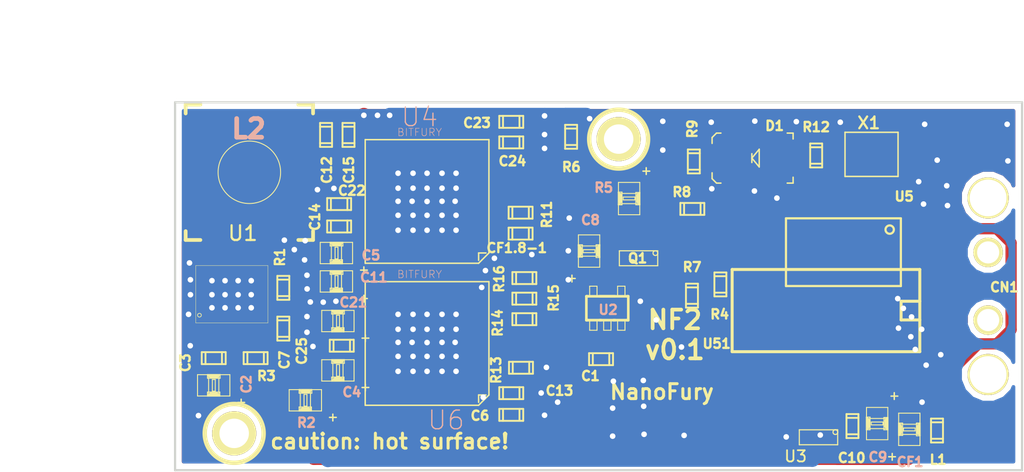
<source format=kicad_pcb>
(kicad_pcb (version 3) (host pcbnew "(2013-07-07 BZR 4022)-stable")
  (title_block (title "NanoFury NF1") (rev 0.5))
  (layers (15 F.Cu mixed hide) (0 B.Cu mixed hide) (19 F.Paste user) (21 F.SilkS user) (22 B.Mask user) (23 F.Mask user) (28 Edge.Cuts user))
  (net 0 "")
  (net 1 /LED)
  (net 2 /MISO)
  (net 3 /MOSI)
  (net 4 /OMISO2)
  (net 5 /OMOSI2)
  (net 6 /OSC1)
  (net 7 /OSC2)
  (net 8 /OSCK2)
  (net 9 /SCK)
  (net 10 /SCK_OVR)
  (net 11 0V8)
  (net 12 1.8V)
  (net 13 3.3V)
  (net 14 GND)
  (net 15 INMISO)
  (net 16 INMOSI)
  (net 17 INSCK)
  (net 18 N-0000010)
  (net 19 N-0000011)
  (net 20 N-0000012)
  (net 21 N-0000013)
  (net 22 N-0000015)
  (net 23 N-0000016)
  (net 24 N-000002)
  (net 25 N-0000025)
  (net 26 N-0000026)
  (net 27 N-000005)
  (net 28 N-000008)
  (net 29 OUTMISO1)
  (net 30 OUTMOSI1)
  (net 31 OUTSCK1)
  (net 32 USB_5V)
  (net 33 USB_DM)
  (net 34 USB_DP)
  (net 35 V_EN)
  (module SSOP-20 (layer F.Cu) (at 133.2992 81.5848 180)
    (fp_text reference U5 (at -1.2008 0.1848 180) (layer F.SilkS) (effects (font (size 0.635 0.635) (thickness 0.15875))))
    (fp_text value MCP2210-I/SS hide)
    (pad 7 smd rect (at 3.9 0 180) (size 0.4064 1.651) (layers F.Cu F.Paste F.Mask))
    (pad 8 smd rect (at 4.55 0 180) (size 0.4064 1.651) (layers F.Cu F.Paste F.Mask))
    (pad 9 smd rect (at 5.2 0 180) (size 0.4064 1.651) (layers F.Cu F.Paste F.Mask) (net 3 /MOSI))
    (pad 10 smd rect (at 5.85 0 180) (size 0.4064 1.651) (layers F.Cu F.Paste F.Mask))
    (pad 17 smd rect (at 1.95 -7.2 180) (size 0.4064 1.651) (layers F.Cu F.Paste F.Mask) (net 13 3.3V))
    (pad 4 smd rect (at 1.95 0 180) (size 0.4064 1.651) (layers F.Cu F.Paste F.Mask) (net 13 3.3V))
    (pad 5 smd rect (at 2.6 0 180) (size 0.4064 1.651) (layers F.Cu F.Paste F.Mask) (net 1 /LED))
    (pad 6 smd rect (at 3.25 0 180) (size 0.4064 1.651) (layers F.Cu F.Paste F.Mask))
    (pad 11 smd rect (at 5.85 -7.2 180) (size 0.4064 1.651) (layers F.Cu F.Paste F.Mask) (net 9 /SCK))
    (pad 12 smd rect (at 5.2 -7.2 180) (size 0.4064 1.651) (layers F.Cu F.Paste F.Mask) (net 10 /SCK_OVR))
    (pad 13 smd rect (at 4.55 -7.2 180) (size 0.4064 1.651) (layers F.Cu F.Paste F.Mask) (net 2 /MISO))
    (pad 14 smd rect (at 3.9 -7.2 180) (size 0.4064 1.651) (layers F.Cu F.Paste F.Mask) (net 35 V_EN))
    (pad 15 smd rect (at 3.25 -7.2 180) (size 0.4064 1.651) (layers F.Cu F.Paste F.Mask))
    (pad 16 smd rect (at 2.6 -7.2 180) (size 0.4064 1.651) (layers F.Cu F.Paste F.Mask))
    (pad 18 smd rect (at 1.3 -7.2 180) (size 0.4064 1.651) (layers F.Cu F.Paste F.Mask) (net 33 USB_DM))
    (pad 19 smd rect (at 0.65 -7.2 180) (size 0.4064 1.651) (layers F.Cu F.Paste F.Mask) (net 34 USB_DP))
    (pad 20 smd rect (at 0 -7.2 180) (size 0.4064 1.651) (layers F.Cu F.Paste F.Mask) (net 14 GND))
    (pad 1 smd rect (at 0 0 180) (size 0.4064 1.651) (layers F.Cu F.Paste F.Mask) (net 13 3.3V))
    (pad 2 smd rect (at 0.65 0 180) (size 0.4064 1.651) (layers F.Cu F.Paste F.Mask) (net 6 /OSC1))
    (pad 3 smd rect (at 1.3 0 180) (size 0.4064 1.651) (layers F.Cu F.Paste F.Mask) (net 7 /OSC2))
  )
  (module SOT23-5 (layer F.Cu) (at 114.34572 88.99398)
    (fp_text reference U2 (at 0.05428 0.10602) (layer B.SilkS) (effects (font (size 0.635 0.635) (thickness 0.1524))))
    (fp_text value "LDO - 1.8V" hide)
    (pad 1 smd rect (at -0.94996 1.29794) (size 0.54864 1.19888) (layers F.Cu F.Paste F.Mask) (net 32 USB_5V))
    (pad 2 smd rect (at 0 1.29794) (size 0.54864 1.19888) (layers F.Cu F.Paste F.Mask) (net 14 GND))
    (pad 3 smd rect (at 0.94996 1.29794) (size 0.54864 1.19888) (layers F.Cu F.Paste F.Mask) (net 35 V_EN))
    (pad 4 smd rect (at 0.94996 -1.29794) (size 0.54864 1.19888) (layers F.Cu F.Paste F.Mask) (net 14 GND))
    (pad 5 smd rect (at -0.94996 -1.29794) (size 0.54864 1.19888) (layers F.Cu F.Paste F.Mask) (net 12 1.8V))
  )
  (module Hole2mm (layer F.Cu) (at 115.1136 77.5)
    (fp_text reference Hole2mm1 hide)
    (fp_text value P*** hide)
    (pad 1 thru_hole circle (at 0 0) (size 3 3) (drill 2) (layers *.Cu *.Mask F.SilkS))
  )
  (module Hole2mm (layer F.Cu) (at 89.0136 97.5)
    (fp_text reference Hole2mm hide)
    (fp_text value P*** hide)
    (pad 1 thru_hole circle (at 0 0) (size 3 3) (drill 2) (layers *.Cu *.Mask F.SilkS))
  )
  (module CSTCE_G15C (layer F.Cu) (at 132.2832 78.5368 180)
    (fp_text reference X1 (at 0.1832 2.1368 180) (layer F.SilkS) (effects (font (size 0.8 0.8))))
    (fp_text value 12MHz hide)
    (pad 3 smd rect (at 1.2 0 180) (size 0.635 2) (layers F.Cu F.Paste F.Mask) (net 7 /OSC2))
    (pad 1 smd rect (at -1.2 0 180) (size 0.635 2) (layers F.Cu F.Paste F.Mask) (net 6 /OSC1))
    (pad 2 smd rect (at 0 0 180) (size 0.635 2) (layers F.Cu F.Paste F.Mask) (net 14 GND))
  )
  (module TP (layer F.Cu) (at 107.569 91.7702 270)
    (fp_text reference P1 hide)
    (fp_text value TST hide)
    (pad 1 smd rect (at 0 0 270) (size 0.635 0.635) (layers F.Cu F.Paste F.Mask) (net 8 /OSCK2))
  )
  (module TP (layer F.Cu) (at 108.585 91.7702 270)
    (fp_text reference P2 hide)
    (fp_text value TST hide)
    (pad 1 smd rect (at 0 0 270) (size 0.635 0.635) (layers F.Cu F.Paste F.Mask) (net 5 /OMOSI2))
  )
  (module TP (layer F.Cu) (at 109.601 91.7702 270)
    (fp_text reference P3 hide)
    (fp_text value TST hide)
    (pad 1 smd rect (at 0 0 270) (size 0.635 0.635) (layers F.Cu F.Paste F.Mask) (net 4 /OMISO2))
  )
  (module 0805 (layer F.Cu) (at 96.0628 93.218 180)
    (fp_text reference C4 (at -0.9372 -1.482 180) (layer B.SilkS) (effects (font (size 0.635 0.635) (thickness 0.15875))))
    (fp_text value 22uF hide)
    (pad 1 smd rect (at -0.89916 0 180) (size 1.09982 1.4986) (layers F.Cu F.Paste F.Mask) (net 11 0V8))
    (pad 2 smd rect (at 0.89916 0 180) (size 1.09982 1.4986) (layers F.Cu F.Paste F.Mask) (net 14 GND))
  )
  (module 0805 (layer F.Cu) (at 115.824 81.534 270)
    (fp_text reference R5 (at -0.734 1.724 360) (layer B.SilkS) (effects (font (size 0.635 0.635) (thickness 0.15875))))
    (fp_text value 2k hide)
    (pad 1 smd rect (at -0.89916 0 270) (size 1.09982 1.4986) (layers F.Cu F.Paste F.Mask) (net 17 INSCK))
    (pad 2 smd rect (at 0.89916 0 270) (size 1.09982 1.4986) (layers F.Cu F.Paste F.Mask) (net 10 /SCK_OVR))
  )
  (module 2PLCC (layer F.Cu) (at 124.3584 78.7908)
    (fp_text reference D1 (at 1.3416 -2.1908) (layer F.SilkS) (effects (font (size 0.635 0.635) (thickness 0.15875))))
    (fp_text value LED hide)
    (pad 1 smd rect (at 1.5 0) (size 1.5 2.6) (layers F.Cu F.Paste F.Mask) (net 26 N-0000026))
    (pad 2 smd rect (at -1.5 0) (size 1.5 2.6) (layers F.Cu F.Paste F.Mask) (net 14 GND))
  )
  (module 0603 (layer F.Cu) (at 128.524 78.613 90)
    (fp_text reference R12 (at 1.9304 0 180) (layer F.SilkS) (effects (font (size 0.635 0.635) (thickness 0.15875))))
    (fp_text value 1k hide)
    (pad 1 smd rect (at 0.75184 0 90) (size 0.89916 1.00076) (layers F.Cu F.Paste F.Mask) (net 26 N-0000026))
    (pad 2 smd rect (at -0.75184 0 90) (size 0.89916 1.00076) (layers F.Cu F.Paste F.Mask) (net 1 /LED))
  )
  (module 0603 (layer F.Cu) (at 130.9878 97.0026 90)
    (fp_text reference C10 (at -2.159 -0.0508 180) (layer F.SilkS) (effects (font (size 0.635 0.635) (thickness 0.15875))))
    (fp_text value 100n hide)
    (pad 1 smd rect (at 0.75184 0 90) (size 0.89916 1.00076) (layers F.Cu F.Paste F.Mask) (net 13 3.3V))
    (pad 2 smd rect (at -0.75184 0 90) (size 0.89916 1.00076) (layers F.Cu F.Paste F.Mask) (net 14 GND))
  )
  (module 0603 (layer F.Cu) (at 111.887 77.343 90)
    (fp_text reference R6 (at -2.057 0.013 180) (layer F.SilkS) (effects (font (size 0.635 0.635) (thickness 0.15875))))
    (fp_text value 2k hide)
    (pad 1 smd rect (at 0.75184 0 90) (size 0.89916 1.00076) (layers F.Cu F.Paste F.Mask) (net 14 GND))
    (pad 2 smd rect (at -0.75184 0 90) (size 0.89916 1.00076) (layers F.Cu F.Paste F.Mask) (net 17 INSCK))
  )
  (module 0603 (layer F.Cu) (at 120.2182 79.0194 90)
    (fp_text reference R9 (at 2.2098 -0.1016 90) (layer F.SilkS) (effects (font (size 0.635 0.635) (thickness 0.15875))))
    (fp_text value 2k hide)
    (pad 1 smd rect (at 0.75184 0 90) (size 0.89916 1.00076) (layers F.Cu F.Paste F.Mask) (net 14 GND))
    (pad 2 smd rect (at -0.75184 0 90) (size 0.89916 1.00076) (layers F.Cu F.Paste F.Mask) (net 16 INMOSI))
  )
  (module 0603 (layer F.Cu) (at 120.1166 82.2452)
    (fp_text reference R8 (at -0.7166 -1.1452) (layer F.SilkS) (effects (font (size 0.635 0.635) (thickness 0.15875))))
    (fp_text value 2K hide)
    (pad 1 smd rect (at 0.75184 0) (size 0.89916 1.00076) (layers F.Cu F.Paste F.Mask) (net 3 /MOSI))
    (pad 2 smd rect (at -0.75184 0) (size 0.89916 1.00076) (layers F.Cu F.Paste F.Mask) (net 16 INMOSI))
  )
  (module 0603 (layer F.Cu) (at 113.919 92.456)
    (fp_text reference C1 (at -0.719 1.144) (layer F.SilkS) (effects (font (size 0.635 0.635) (thickness 0.15875))))
    (fp_text value 100nF hide)
    (pad 1 smd rect (at 0.75184 0) (size 0.89916 1.00076) (layers F.Cu F.Paste F.Mask) (net 14 GND))
    (pad 2 smd rect (at -0.75184 0) (size 0.89916 1.00076) (layers F.Cu F.Paste F.Mask) (net 32 USB_5V))
  )
  (module 0603 (layer F.Cu) (at 136.7282 97.3074 90)
    (fp_text reference L1 (at -1.9812 0.0762 180) (layer F.SilkS) (effects (font (size 0.635 0.635) (thickness 0.15875))))
    (fp_text value 10R@100MHz hide)
    (pad 1 smd rect (at 0.75184 0 90) (size 0.89916 1.00076) (layers F.Cu F.Paste F.Mask) (net 27 N-000005))
    (pad 2 smd rect (at -0.75184 0 90) (size 0.89916 1.00076) (layers F.Cu F.Paste F.Mask) (net 32 USB_5V))
  )
  (module 0603 (layer F.Cu) (at 122.0216 87.376 270)
    (fp_text reference R4 (at 2.032 0.0508 360) (layer F.SilkS) (effects (font (size 0.635 0.635) (thickness 0.15875))))
    (fp_text value 2k hide)
    (pad 1 smd rect (at 0.75184 0 270) (size 0.89916 1.00076) (layers F.Cu F.Paste F.Mask) (net 2 /MISO))
    (pad 2 smd rect (at -0.75184 0 270) (size 0.89916 1.00076) (layers F.Cu F.Paste F.Mask) (net 13 3.3V))
  )
  (module 0603 (layer F.Cu) (at 90.4688 92.3848 180)
    (fp_text reference R3 (at -0.7312 -1.2152 180) (layer F.SilkS) (effects (font (size 0.635 0.635) (thickness 0.15875))))
    (fp_text value 2.4k hide)
    (pad 1 smd rect (at 0.75184 0 180) (size 0.89916 1.00076) (layers F.Cu F.Paste F.Mask) (net 14 GND))
    (pad 2 smd rect (at -0.75184 0 180) (size 0.89916 1.00076) (layers F.Cu F.Paste F.Mask) (net 24 N-000002))
  )
  (module 0603 (layer F.Cu) (at 92.3484 87.6096 270)
    (fp_text reference R1 (at -2.0828 0.2286 270) (layer F.SilkS) (effects (font (size 0.635 0.635) (thickness 0.1524))))
    (fp_text value 5.6k hide)
    (pad 1 smd rect (at 0.75184 0 270) (size 0.89916 1.00076) (layers F.Cu F.Paste F.Mask) (net 19 N-0000011))
    (pad 2 smd rect (at -0.75184 0 270) (size 0.89916 1.00076) (layers F.Cu F.Paste F.Mask) (net 18 N-0000010))
  )
  (module 0603 (layer F.Cu) (at 96.3168 91.5416)
    (fp_text reference C25 (at -2.7168 0.3584 90) (layer F.SilkS) (effects (font (size 0.635 0.635) (thickness 0.15875))))
    (fp_text value 100nF hide)
    (pad 1 smd rect (at 0.75184 0) (size 0.89916 1.00076) (layers F.Cu F.Paste F.Mask) (net 11 0V8))
    (pad 2 smd rect (at -0.75184 0) (size 0.89916 1.00076) (layers F.Cu F.Paste F.Mask) (net 14 GND))
  )
  (module 0603 (layer F.Cu) (at 107.823 77.724 180)
    (fp_text reference C24 (at -0.077 -1.276 180) (layer F.SilkS) (effects (font (size 0.635 0.635) (thickness 0.15875))))
    (fp_text value 100nF hide)
    (pad 1 smd rect (at 0.75184 0 180) (size 0.89916 1.00076) (layers F.Cu F.Paste F.Mask) (net 11 0V8))
    (pad 2 smd rect (at -0.75184 0 180) (size 0.89916 1.00076) (layers F.Cu F.Paste F.Mask) (net 14 GND))
  )
  (module 0603 (layer F.Cu) (at 107.823 76.327 180)
    (fp_text reference C23 (at 2.323 -0.073 180) (layer F.SilkS) (effects (font (size 0.635 0.635) (thickness 0.15875))))
    (fp_text value 100nF hide)
    (pad 1 smd rect (at 0.75184 0 180) (size 0.89916 1.00076) (layers F.Cu F.Paste F.Mask) (net 11 0V8))
    (pad 2 smd rect (at -0.75184 0 180) (size 0.89916 1.00076) (layers F.Cu F.Paste F.Mask) (net 14 GND))
  )
  (module 0603 (layer F.Cu) (at 96.139 81.915)
    (fp_text reference C22 (at 0.861 -0.915) (layer F.SilkS) (effects (font (size 0.635 0.635) (thickness 0.15875))))
    (fp_text value 100nF hide)
    (pad 1 smd rect (at 0.75184 0) (size 0.89916 1.00076) (layers F.Cu F.Paste F.Mask) (net 11 0V8))
    (pad 2 smd rect (at -0.75184 0) (size 0.89916 1.00076) (layers F.Cu F.Paste F.Mask) (net 14 GND))
  )
  (module 0603 (layer F.Cu) (at 96.774 77.216 270)
    (fp_text reference C15 (at 2.384 -0.026 270) (layer F.SilkS) (effects (font (size 0.635 0.635) (thickness 0.15875))))
    (fp_text value 100nF hide)
    (pad 1 smd rect (at 0.75184 0 270) (size 0.89916 1.00076) (layers F.Cu F.Paste F.Mask) (net 11 0V8))
    (pad 2 smd rect (at -0.75184 0 270) (size 0.89916 1.00076) (layers F.Cu F.Paste F.Mask) (net 14 GND))
  )
  (module 0603 (layer F.Cu) (at 96.139 83.439)
    (fp_text reference C14 (at -1.639 -0.639 90) (layer F.SilkS) (effects (font (size 0.635 0.635) (thickness 0.15875))))
    (fp_text value 100nF hide)
    (pad 1 smd rect (at 0.75184 0) (size 0.89916 1.00076) (layers F.Cu F.Paste F.Mask) (net 11 0V8))
    (pad 2 smd rect (at -0.75184 0) (size 0.89916 1.00076) (layers F.Cu F.Paste F.Mask) (net 14 GND))
  )
  (module 0603 (layer F.Cu) (at 107.823 94.7674 180)
    (fp_text reference C13 (at -3.277 0.1674 180) (layer F.SilkS) (effects (font (size 0.635 0.635) (thickness 0.15875))))
    (fp_text value 100nF hide)
    (pad 1 smd rect (at 0.75184 0 180) (size 0.89916 1.00076) (layers F.Cu F.Paste F.Mask) (net 11 0V8))
    (pad 2 smd rect (at -0.75184 0 180) (size 0.89916 1.00076) (layers F.Cu F.Paste F.Mask) (net 14 GND))
  )
  (module 0603 (layer F.Cu) (at 95.25 77.216 270)
    (fp_text reference C12 (at 2.384 -0.05 270) (layer F.SilkS) (effects (font (size 0.635 0.635) (thickness 0.15875))))
    (fp_text value 100nF hide)
    (pad 1 smd rect (at 0.75184 0 270) (size 0.89916 1.00076) (layers F.Cu F.Paste F.Mask) (net 11 0V8))
    (pad 2 smd rect (at -0.75184 0 270) (size 0.89916 1.00076) (layers F.Cu F.Paste F.Mask) (net 14 GND))
  )
  (module 0603 (layer F.Cu) (at 92.3484 90.3782 90)
    (fp_text reference C7 (at -2.1336 0.0762 90) (layer F.SilkS) (effects (font (size 0.635 0.635) (thickness 0.15875))))
    (fp_text value 1.1n hide)
    (pad 1 smd rect (at 0.75184 0 90) (size 0.89916 1.00076) (layers F.Cu F.Paste F.Mask) (net 19 N-0000011))
    (pad 2 smd rect (at -0.75184 0 90) (size 0.89916 1.00076) (layers F.Cu F.Paste F.Mask) (net 14 GND))
  )
  (module 0603 (layer F.Cu) (at 107.823 96.2406 180)
    (fp_text reference C6 (at 2.123 -0.0594 180) (layer F.SilkS) (effects (font (size 0.635 0.635) (thickness 0.15875))))
    (fp_text value 100nF hide)
    (pad 1 smd rect (at 0.75184 0 180) (size 0.89916 1.00076) (layers F.Cu F.Paste F.Mask) (net 11 0V8))
    (pad 2 smd rect (at -0.75184 0 180) (size 0.89916 1.00076) (layers F.Cu F.Paste F.Mask) (net 14 GND))
  )
  (module 0603 (layer F.Cu) (at 87.624 92.3848)
    (fp_text reference C3 (at -1.924 0.3152 90) (layer F.SilkS) (effects (font (size 0.635 0.635) (thickness 0.15875))))
    (fp_text value 100nF hide)
    (pad 1 smd rect (at 0.75184 0) (size 0.89916 1.00076) (layers F.Cu F.Paste F.Mask) (net 32 USB_5V))
    (pad 2 smd rect (at -0.75184 0) (size 0.89916 1.00076) (layers F.Cu F.Paste F.Mask) (net 14 GND))
  )
  (module 0603 (layer F.Cu) (at 120.0912 88.138 90)
    (fp_text reference R7 (at 1.938 0.0088 180) (layer F.SilkS) (effects (font (size 0.635 0.635) (thickness 0.15875))))
    (fp_text value 1k hide)
    (pad 1 smd rect (at 0.75184 0 90) (size 0.89916 1.00076) (layers F.Cu F.Paste F.Mask) (net 10 /SCK_OVR))
    (pad 2 smd rect (at -0.75184 0 90) (size 0.89916 1.00076) (layers F.Cu F.Paste F.Mask) (net 9 /SCK))
  )
  (module 0603 (layer F.Cu) (at 108.458 82.4992 180)
    (fp_text reference R11 (at -1.778 -0.127 270) (layer F.SilkS) (effects (font (size 0.635 0.635) (thickness 0.15875))))
    (fp_text value 1k hide)
    (pad 1 smd rect (at 0.75184 0 180) (size 0.89916 1.00076) (layers F.Cu F.Paste F.Mask) (net 25 N-0000025))
    (pad 2 smd rect (at -0.75184 0 180) (size 0.89916 1.00076) (layers F.Cu F.Paste F.Mask) (net 14 GND))
  )
  (module SOT23 (layer F.Cu) (at 116.4336 85.598 180)
    (fp_text reference Q1 (at 0.0336 -0.002 180) (layer F.SilkS) (effects (font (size 0.635 0.635) (thickness 0.15875))))
    (fp_text value BSS138L hide)
    (pad 3 smd rect (at 0 -1.09982 180) (size 0.8001 1.00076) (layers F.Cu F.Paste F.Mask) (net 2 /MISO))
    (pad 2 smd rect (at 0.9525 1.09982 180) (size 0.8001 1.00076) (layers F.Cu F.Paste F.Mask) (net 15 INMISO))
    (pad 1 smd rect (at -0.9525 1.09982 180) (size 0.8001 1.00076) (layers F.Cu F.Paste F.Mask) (net 12 1.8V))
  )
  (module 0805 (layer F.Cu) (at 96.0628 89.8652 180)
    (fp_text reference C21 (at -1.0372 1.2652 180) (layer B.SilkS) (effects (font (size 0.635 0.635) (thickness 0.15875))))
    (fp_text value 22uF hide)
    (pad 1 smd rect (at -0.89916 0 180) (size 1.09982 1.4986) (layers F.Cu F.Paste F.Mask) (net 11 0V8))
    (pad 2 smd rect (at 0.89916 0 180) (size 1.09982 1.4986) (layers F.Cu F.Paste F.Mask) (net 14 GND))
  )
  (module 0805 (layer F.Cu) (at 95.9612 87.1728 180)
    (fp_text reference C11 (at -2.5388 0.2728 180) (layer B.SilkS) (effects (font (size 0.635 0.635) (thickness 0.15875))))
    (fp_text value 22uF hide)
    (pad 1 smd rect (at -0.89916 0 180) (size 1.09982 1.4986) (layers F.Cu F.Paste F.Mask) (net 11 0V8))
    (pad 2 smd rect (at 0.89916 0 180) (size 1.09982 1.4986) (layers F.Cu F.Paste F.Mask) (net 14 GND))
  )
  (module 0805 (layer F.Cu) (at 95.9612 85.2424 180)
    (fp_text reference C5 (at -2.3388 -0.1576 180) (layer B.SilkS) (effects (font (size 0.635 0.635) (thickness 0.15875))))
    (fp_text value 22uF hide)
    (pad 1 smd rect (at -0.89916 0 180) (size 1.09982 1.4986) (layers F.Cu F.Paste F.Mask) (net 11 0V8))
    (pad 2 smd rect (at 0.89916 0 180) (size 1.09982 1.4986) (layers F.Cu F.Paste F.Mask) (net 14 GND))
  )
  (module 0805 (layer F.Cu) (at 93.853 95.25 180)
    (fp_text reference R2 (at -0.0635 -1.524 180) (layer B.SilkS) (effects (font (size 0.635 0.635) (thickness 0.15875))))
    (fp_text value 180 hide)
    (pad 1 smd rect (at -0.89916 0 180) (size 1.09982 1.4986) (layers F.Cu F.Paste F.Mask) (net 11 0V8))
    (pad 2 smd rect (at 0.89916 0 180) (size 1.09982 1.4986) (layers F.Cu F.Paste F.Mask) (net 24 N-000002))
  )
  (module 0805 (layer F.Cu) (at 87.63 94.234 180)
    (fp_text reference C2 (at -2.2098 0.0762 270) (layer B.SilkS) (effects (font (size 0.635 0.635) (thickness 0.15875))))
    (fp_text value 22uF/6.3V hide)
    (pad 1 smd rect (at -0.89916 0 180) (size 1.09982 1.4986) (layers F.Cu F.Paste F.Mask) (net 32 USB_5V))
    (pad 2 smd rect (at 0.89916 0 180) (size 1.09982 1.4986) (layers F.Cu F.Paste F.Mask) (net 14 GND))
  )
  (module 0805 (layer F.Cu) (at 134.8486 97.2312 90)
    (fp_text reference CF1 (at -2.2098 0.0508 180) (layer B.SilkS) (effects (font (size 0.635 0.635) (thickness 0.15875))))
    (fp_text value 22uF/6.3V hide)
    (pad 1 smd rect (at -0.89916 0 90) (size 1.09982 1.4986) (layers F.Cu F.Paste F.Mask) (net 32 USB_5V))
    (pad 2 smd rect (at 0.89916 0 90) (size 1.09982 1.4986) (layers F.Cu F.Paste F.Mask) (net 14 GND))
  )
  (module 0805 (layer F.Cu) (at 113.1062 85.1154 90)
    (fp_text reference C8 (at 2.1154 0.0938 180) (layer B.SilkS) (effects (font (size 0.635 0.635) (thickness 0.15875))))
    (fp_text value 10uF hide)
    (pad 1 smd rect (at -0.89916 0 90) (size 1.09982 1.4986) (layers F.Cu F.Paste F.Mask) (net 12 1.8V))
    (pad 2 smd rect (at 0.89916 0 90) (size 1.09982 1.4986) (layers F.Cu F.Paste F.Mask) (net 14 GND))
  )
  (module 0805 (layer F.Cu) (at 132.6642 96.8248 270)
    (fp_text reference C9 (at 2.286 -0.0508 360) (layer B.SilkS) (effects (font (size 0.635 0.635) (thickness 0.15875))))
    (fp_text value 10uF/4V hide)
    (pad 1 smd rect (at -0.89916 0 270) (size 1.09982 1.4986) (layers F.Cu F.Paste F.Mask) (net 13 3.3V))
    (pad 2 smd rect (at 0.89916 0 270) (size 1.09982 1.4986) (layers F.Cu F.Paste F.Mask) (net 14 GND))
  )
  (module CNC-1001-011-01101 (layer F.Cu) (at 140.2 87.5 270)
    (fp_text reference CN1 (at 0.0665 -1.1002 360) (layer F.SilkS) (effects (font (size 0.635 0.635) (thickness 0.15875))))
    (fp_text value USB-A hide)
    (pad 5 smd rect (at 3.5 2.8 270) (size 1.1 2.3) (layers F.Cu F.Paste F.Mask) (net 14 GND))
    (pad 3 smd rect (at 1 2.8 270) (size 1.1 2.3) (layers F.Cu F.Paste F.Mask) (net 34 USB_DP))
    (pad 1 smd rect (at -3.5 2.8 270) (size 1.1 2.3) (layers F.Cu F.Paste F.Mask) (net 27 N-000005))
    (pad "" thru_hole circle (at -6 0 270) (size 2.8 2.8) (drill 2.5) (layers *.Cu *.Mask F.SilkS))
    (pad "" thru_hole circle (at 6 0 270) (size 2.8 2.8) (drill 2.5) (layers *.Cu *.Mask F.SilkS))
    (pad "" thru_hole circle (at -2.3 0 270) (size 2 2) (drill 1.5) (layers *.Cu *.Mask F.SilkS))
    (pad "" thru_hole circle (at 2.3 0 270) (size 2 2) (drill 1.5) (layers *.Cu *.Mask F.SilkS))
    (pad 2 smd rect (at -1 2.8 270) (size 1.1 2.3) (layers F.Cu F.Paste F.Mask) (net 33 USB_DM))
  )
  (module SOT23 (layer F.Cu) (at 128.651 97.7646 180)
    (fp_text reference U3 (at 1.524 -1.2954 180) (layer F.SilkS) (effects (font (size 0.762 0.762) (thickness 0.11938))))
    (fp_text value "LDO - 3.3V" hide)
    (pad 3 smd rect (at 0 -1.09982 180) (size 0.8001 1.00076) (layers F.Cu F.Paste F.Mask) (net 32 USB_5V))
    (pad 2 smd rect (at 0.9525 1.09982 180) (size 0.8001 1.00076) (layers F.Cu F.Paste F.Mask) (net 13 3.3V))
    (pad 1 smd rect (at -0.9525 1.09982 180) (size 0.8001 1.00076) (layers F.Cu F.Paste F.Mask) (net 14 GND))
  )
  (module SOIC20 (layer F.Cu) (at 129.2098 89.154 180)
    (fp_text reference U51 (at 7.4422 -2.2479 180) (layer F.SilkS) (effects (font (size 0.635 0.635) (thickness 0.15875))))
    (fp_text value MCP2210-I/SO hide)
    (pad 1 smd rect (at -5.715 4.7 180) (size 0.762 2) (layers F.Cu F.Paste F.Mask) (net 13 3.3V))
    (pad 2 smd rect (at -4.445 4.7 180) (size 0.762 2) (layers F.Cu F.Paste F.Mask) (net 6 /OSC1))
    (pad 3 smd rect (at -3.175 4.7 180) (size 0.762 2) (layers F.Cu F.Paste F.Mask) (net 7 /OSC2))
    (pad 4 smd rect (at -1.905 4.7 180) (size 0.762 2) (layers F.Cu F.Paste F.Mask) (net 13 3.3V))
    (pad 5 smd rect (at -0.635 4.7 180) (size 0.762 2) (layers F.Cu F.Paste F.Mask) (net 1 /LED))
    (pad 6 smd rect (at 0.635 4.7 180) (size 0.762 2) (layers F.Cu F.Paste F.Mask))
    (pad 7 smd rect (at 1.905 4.7 180) (size 0.762 2) (layers F.Cu F.Paste F.Mask))
    (pad 8 smd rect (at 3.175 4.7 180) (size 0.762 2) (layers F.Cu F.Paste F.Mask))
    (pad 9 smd rect (at 4.445 4.7 180) (size 0.762 2) (layers F.Cu F.Paste F.Mask) (net 3 /MOSI))
    (pad 10 smd rect (at 5.715 4.7 180) (size 0.762 2) (layers F.Cu F.Paste F.Mask))
    (pad 20 smd rect (at -5.715 -4.7 180) (size 0.762 2) (layers F.Cu F.Paste F.Mask) (net 14 GND))
    (pad 19 smd rect (at -4.445 -4.7 180) (size 0.762 2) (layers F.Cu F.Paste F.Mask) (net 34 USB_DP))
    (pad 18 smd rect (at -3.175 -4.7 180) (size 0.762 2) (layers F.Cu F.Paste F.Mask) (net 33 USB_DM))
    (pad 17 smd rect (at -1.905 -4.7 180) (size 0.762 2) (layers F.Cu F.Paste F.Mask) (net 13 3.3V))
    (pad 16 smd rect (at -0.635 -4.7 180) (size 0.762 2) (layers F.Cu F.Paste F.Mask))
    (pad 15 smd rect (at 0.635 -4.7 180) (size 0.762 2) (layers F.Cu F.Paste F.Mask))
    (pad 14 smd rect (at 1.905 -4.7 180) (size 0.762 2) (layers F.Cu F.Paste F.Mask) (net 35 V_EN))
    (pad 13 smd rect (at 3.175 -4.7 180) (size 0.762 2) (layers F.Cu F.Paste F.Mask) (net 2 /MISO))
    (pad 12 smd rect (at 4.445 -4.7 180) (size 0.762 2) (layers F.Cu F.Paste F.Mask) (net 10 /SCK_OVR))
    (pad 11 smd rect (at 5.715 -4.7 180) (size 0.762 2) (layers F.Cu F.Paste F.Mask) (net 9 /SCK))
  )
  (module 0603 (layer F.Cu) (at 108.4834 93.0402 180)
    (fp_text reference R13 (at 1.6834 -0.1598 270) (layer F.SilkS) (effects (font (size 0.635 0.635) (thickness 0.1524))))
    (fp_text value 1k hide)
    (pad 1 smd rect (at 0.75184 0 180) (size 0.89916 1.00076) (layers F.Cu F.Paste F.Mask) (net 20 N-0000012))
    (pad 2 smd rect (at -0.75184 0 180) (size 0.89916 1.00076) (layers F.Cu F.Paste F.Mask) (net 14 GND))
  )
  (module 0603 (layer F.Cu) (at 108.712 89.7382)
    (fp_text reference R14 (at -1.812 0.2618 90) (layer F.SilkS) (effects (font (size 0.635 0.635) (thickness 0.1524))))
    (fp_text value 0R hide)
    (pad 1 smd rect (at 0.75184 0) (size 0.89916 1.00076) (layers F.Cu F.Paste F.Mask) (net 29 OUTMISO1))
    (pad 2 smd rect (at -0.75184 0) (size 0.89916 1.00076) (layers F.Cu F.Paste F.Mask) (net 21 N-0000013))
  )
  (module 0603 (layer F.Cu) (at 108.712 88.3412)
    (fp_text reference R15 (at 1.988 -0.0412 90) (layer F.SilkS) (effects (font (size 0.635 0.635) (thickness 0.1524))))
    (fp_text value 0R hide)
    (pad 1 smd rect (at 0.75184 0) (size 0.89916 1.00076) (layers F.Cu F.Paste F.Mask) (net 30 OUTMOSI1))
    (pad 2 smd rect (at -0.75184 0) (size 0.89916 1.00076) (layers F.Cu F.Paste F.Mask) (net 22 N-0000015))
  )
  (module 0603 (layer F.Cu) (at 108.712 86.9442)
    (fp_text reference R16 (at -1.712 0.0558 90) (layer F.SilkS) (effects (font (size 0.635 0.635) (thickness 0.1524))))
    (fp_text value 0R hide)
    (pad 1 smd rect (at 0.75184 0) (size 0.89916 1.00076) (layers F.Cu F.Paste F.Mask) (net 31 OUTSCK1))
    (pad 2 smd rect (at -0.75184 0) (size 0.89916 1.00076) (layers F.Cu F.Paste F.Mask) (net 23 N-0000016))
  )
  (module SRN8040 (layer F.Cu) (at 90.043 79.756 90)
    (fp_text reference L2 (at 2.956 -0.043 180) (layer B.SilkS) (effects (font (size 1.27 1.27) (thickness 0.3175))))
    (fp_text value 1.0uH hide)
    (pad 1 smd rect (at 0 -2.85 90) (size 8 2.2) (layers F.Cu F.Paste F.Mask) (net 28 N-000008))
    (pad 2 smd rect (at 0 2.85 90) (size 8 2.2) (layers F.Cu F.Paste F.Mask) (net 11 0V8))
  )
  (module 0603 (layer F.Cu) (at 108.458 83.9216 180)
    (fp_text reference CF1.8-1 (at 0.258 -0.9784 180) (layer F.SilkS) (effects (font (size 0.635 0.635) (thickness 0.1524))))
    (fp_text value 100n hide)
    (pad 1 smd rect (at 0.75184 0 180) (size 0.89916 1.00076) (layers F.Cu F.Paste F.Mask) (net 12 1.8V))
    (pad 2 smd rect (at -0.75184 0 180) (size 0.89916 1.00076) (layers F.Cu F.Paste F.Mask) (net 14 GND))
  )
  (module QFN48 (layer F.Cu) (at 102.108 81.7372 180)
    (fp_text reference U4 (at 0.508 5.7372 180) (layer B.SilkS) (effects (font (size 1.27 1.27) (thickness 0.0889))))
    (fp_text value BITFURY (at 0.508 4.699 180) (layer B.SilkS) (effects (font (size 0.508 0.508) (thickness 0.0381))))
    (pad 13 smd rect (at -2.75 3.55 180) (size 0.2794 1) (layers F.Cu F.Paste F.Mask) (net 11 0V8))
    (pad 25 smd rect (at 3.55 2.75 180) (size 1 0.3) (layers F.Cu F.Paste F.Mask) (net 11 0V8))
    (pad 26 smd rect (at 3.55 2.25 180) (size 1 0.3) (layers F.Cu F.Paste F.Mask) (net 11 0V8))
    (pad 28 smd rect (at 3.55 1.25 180) (size 1 0.3) (layers F.Cu F.Paste F.Mask) (net 11 0V8))
    (pad 27 smd rect (at 3.55 1.75 180) (size 1 0.3) (layers F.Cu F.Paste F.Mask) (net 11 0V8))
    (pad 29 smd rect (at 3.55 0.75 180) (size 1 0.3) (layers F.Cu F.Paste F.Mask) (net 11 0V8))
    (pad 30 smd rect (at 3.55 0.25 180) (size 1 0.3) (layers F.Cu F.Paste F.Mask) (net 11 0V8))
    (pad 36 smd rect (at 3.55 -2.75 180) (size 1 0.3) (layers F.Cu F.Paste F.Mask) (net 11 0V8))
    (pad 35 smd rect (at 3.55 -2.25 180) (size 1 0.3) (layers F.Cu F.Paste F.Mask) (net 11 0V8))
    (pad 33 smd rect (at 3.55 -1.25 180) (size 1 0.3) (layers F.Cu F.Paste F.Mask) (net 11 0V8))
    (pad 34 smd rect (at 3.55 -1.75 180) (size 1 0.3) (layers F.Cu F.Paste F.Mask) (net 11 0V8))
    (pad 32 smd rect (at 3.55 -0.75 180) (size 1 0.3) (layers F.Cu F.Paste F.Mask) (net 11 0V8))
    (pad 31 smd rect (at 3.55 -0.25 180) (size 1 0.3) (layers F.Cu F.Paste F.Mask) (net 11 0V8))
    (pad 1 smd rect (at -3.55 -2.75 180) (size 1 0.3) (layers F.Cu F.Paste F.Mask) (net 14 GND))
    (pad 3 smd rect (at -3.55 -1.748 180) (size 1 0.3) (layers F.Cu F.Paste F.Mask) (net 14 GND))
    (pad 2 smd rect (at -3.55 -2.25 180) (size 1 0.3) (layers F.Cu F.Paste F.Mask) (net 14 GND))
    (pad 5 smd rect (at -3.55 -0.75 180) (size 1 0.3) (layers F.Cu F.Paste F.Mask) (net 25 N-0000025))
    (pad 6 smd rect (at -3.55 -0.25 180) (size 1 0.3) (layers F.Cu F.Paste F.Mask) (net 31 OUTSCK1))
    (pad 4 smd rect (at -3.55 -1.25 180) (size 1 0.3) (layers F.Cu F.Paste F.Mask) (net 12 1.8V))
    (pad 10 smd rect (at -3.55 1.75 180) (size 1 0.3) (layers F.Cu F.Paste F.Mask) (net 16 INMOSI))
    (pad 12 smd rect (at -3.55 2.75 180) (size 1 0.3) (layers F.Cu F.Paste F.Mask) (net 14 GND))
    (pad 11 smd rect (at -3.55 2.25 180) (size 1 0.3) (layers F.Cu F.Paste F.Mask) (net 17 INSCK))
    (pad 8 smd rect (at -3.55 0.75 180) (size 1 0.3) (layers F.Cu F.Paste F.Mask) (net 29 OUTMISO1))
    (pad 9 smd rect (at -3.55 1.25 180) (size 1 0.3) (layers F.Cu F.Paste F.Mask) (net 15 INMISO))
    (pad 7 smd rect (at -3.55 0.25 180) (size 1 0.3) (layers F.Cu F.Paste F.Mask) (net 30 OUTMOSI1))
    (pad 49 smd rect (at 0 0 180) (size 5 5) (layers F.Cu F.Mask) (net 14 GND))
    (pad 47 smd rect (at -2.25 -3.55 180) (size 0.3 1) (layers F.Cu F.Paste F.Mask) (net 11 0V8))
    (pad 48 smd rect (at -2.75 -3.55 180) (size 0.2794 1) (layers F.Cu F.Paste F.Mask) (net 11 0V8))
    (pad 45 smd rect (at -1.25 -3.55 180) (size 0.3 1) (layers F.Cu F.Paste F.Mask) (net 11 0V8))
    (pad 44 smd rect (at -0.75 -3.55 180) (size 0.3 1) (layers F.Cu F.Paste F.Mask) (net 11 0V8))
    (pad 46 smd rect (at -1.75 -3.55 180) (size 0.3 1) (layers F.Cu F.Paste F.Mask) (net 11 0V8))
    (pad 39 smd rect (at 1.75 -3.55 180) (size 0.3 1) (layers F.Cu F.Paste F.Mask) (net 11 0V8))
    (pad 37 smd rect (at 2.75 -3.55 180) (size 0.3 1) (layers F.Cu F.Paste F.Mask) (net 11 0V8))
    (pad 38 smd rect (at 2.25 -3.55 180) (size 0.3 1) (layers F.Cu F.Paste F.Mask) (net 11 0V8))
    (pad 41 smd rect (at 0.75 -3.55 180) (size 0.3 1) (layers F.Cu F.Paste F.Mask) (net 11 0V8))
    (pad 40 smd rect (at 1.25 -3.55 180) (size 0.3 1) (layers F.Cu F.Paste F.Mask) (net 11 0V8))
    (pad 42 smd rect (at 0.25 -3.55 180) (size 0.3 1) (layers F.Cu F.Paste F.Mask) (net 11 0V8))
    (pad 43 smd rect (at -0.25 -3.55 180) (size 0.3 1) (layers F.Cu F.Paste F.Mask) (net 11 0V8))
    (pad 14 smd rect (at -2.25 3.55 180) (size 0.3 1) (layers F.Cu F.Paste F.Mask) (net 11 0V8))
    (pad 16 smd rect (at -1.25 3.55 180) (size 0.3 1) (layers F.Cu F.Paste F.Mask) (net 11 0V8))
    (pad 17 smd rect (at -0.75 3.55 180) (size 0.3 1) (layers F.Cu F.Paste F.Mask) (net 11 0V8))
    (pad 15 smd rect (at -1.75 3.55 180) (size 0.3 1) (layers F.Cu F.Paste F.Mask) (net 11 0V8))
    (pad 22 smd rect (at 1.75 3.55 180) (size 0.3 1) (layers F.Cu F.Paste F.Mask) (net 11 0V8))
    (pad 24 smd rect (at 2.75 3.55 180) (size 0.3 1) (layers F.Cu F.Paste F.Mask) (net 11 0V8))
    (pad 23 smd rect (at 2.25 3.55 180) (size 0.3 1) (layers F.Cu F.Paste F.Mask) (net 11 0V8))
    (pad 20 smd rect (at 0.75 3.55 180) (size 0.3 1) (layers F.Cu F.Paste F.Mask) (net 11 0V8))
    (pad 21 smd rect (at 1.25 3.55 180) (size 0.3 1) (layers F.Cu F.Paste F.Mask) (net 11 0V8))
    (pad 19 smd rect (at 0.25 3.55 180) (size 0.3 1) (layers F.Cu F.Paste F.Mask) (net 11 0V8))
    (pad 18 smd rect (at -0.25 3.55 180) (size 0.3 1) (layers F.Cu F.Paste F.Mask) (net 11 0V8))
    (pad 49 smd rect (at -1.125 -1.125 180) (size 2 2) (layers F.Cu F.Paste F.Mask) (net 14 GND))
    (pad 49 smd rect (at -1.125 1.125 180) (size 2 2) (layers F.Cu F.Paste F.Mask) (net 14 GND))
    (pad 49 smd rect (at 1.125 -1.125 180) (size 2 2) (layers F.Cu F.Paste F.Mask) (net 14 GND))
    (pad 49 smd rect (at 1.125 1.125 180) (size 2 2) (layers F.Cu F.Paste F.Mask) (net 14 GND))
  )
  (module QFN48 (layer F.Cu) (at 102.108 91.3892 180)
    (fp_text reference U6 (at -1.292 -5.2108 180) (layer B.SilkS) (effects (font (size 1.27 1.27) (thickness 0.0889))))
    (fp_text value BITFURY (at 0.508 4.699 180) (layer B.SilkS) (effects (font (size 0.508 0.508) (thickness 0.0381))))
    (pad 13 smd rect (at -2.75 3.55 180) (size 0.2794 1) (layers F.Cu F.Paste F.Mask) (net 11 0V8))
    (pad 25 smd rect (at 3.55 2.75 180) (size 1 0.3) (layers F.Cu F.Paste F.Mask) (net 11 0V8))
    (pad 26 smd rect (at 3.55 2.25 180) (size 1 0.3) (layers F.Cu F.Paste F.Mask) (net 11 0V8))
    (pad 28 smd rect (at 3.55 1.25 180) (size 1 0.3) (layers F.Cu F.Paste F.Mask) (net 11 0V8))
    (pad 27 smd rect (at 3.55 1.75 180) (size 1 0.3) (layers F.Cu F.Paste F.Mask) (net 11 0V8))
    (pad 29 smd rect (at 3.55 0.75 180) (size 1 0.3) (layers F.Cu F.Paste F.Mask) (net 11 0V8))
    (pad 30 smd rect (at 3.55 0.25 180) (size 1 0.3) (layers F.Cu F.Paste F.Mask) (net 11 0V8))
    (pad 36 smd rect (at 3.55 -2.75 180) (size 1 0.3) (layers F.Cu F.Paste F.Mask) (net 11 0V8))
    (pad 35 smd rect (at 3.55 -2.25 180) (size 1 0.3) (layers F.Cu F.Paste F.Mask) (net 11 0V8))
    (pad 33 smd rect (at 3.55 -1.25 180) (size 1 0.3) (layers F.Cu F.Paste F.Mask) (net 11 0V8))
    (pad 34 smd rect (at 3.55 -1.75 180) (size 1 0.3) (layers F.Cu F.Paste F.Mask) (net 11 0V8))
    (pad 32 smd rect (at 3.55 -0.75 180) (size 1 0.3) (layers F.Cu F.Paste F.Mask) (net 11 0V8))
    (pad 31 smd rect (at 3.55 -0.25 180) (size 1 0.3) (layers F.Cu F.Paste F.Mask) (net 11 0V8))
    (pad 1 smd rect (at -3.55 -2.75 180) (size 1 0.3) (layers F.Cu F.Paste F.Mask) (net 14 GND))
    (pad 3 smd rect (at -3.55 -1.748 180) (size 1 0.3) (layers F.Cu F.Paste F.Mask) (net 14 GND))
    (pad 2 smd rect (at -3.55 -2.25 180) (size 1 0.3) (layers F.Cu F.Paste F.Mask) (net 14 GND))
    (pad 5 smd rect (at -3.55 -0.75 180) (size 1 0.3) (layers F.Cu F.Paste F.Mask) (net 20 N-0000012))
    (pad 6 smd rect (at -3.55 -0.25 180) (size 1 0.3) (layers F.Cu F.Paste F.Mask) (net 8 /OSCK2))
    (pad 4 smd rect (at -3.55 -1.25 180) (size 1 0.3) (layers F.Cu F.Paste F.Mask) (net 12 1.8V))
    (pad 10 smd rect (at -3.55 1.75 180) (size 1 0.3) (layers F.Cu F.Paste F.Mask) (net 22 N-0000015))
    (pad 12 smd rect (at -3.55 2.75 180) (size 1 0.3) (layers F.Cu F.Paste F.Mask) (net 14 GND))
    (pad 11 smd rect (at -3.55 2.25 180) (size 1 0.3) (layers F.Cu F.Paste F.Mask) (net 23 N-0000016))
    (pad 8 smd rect (at -3.55 0.75 180) (size 1 0.3) (layers F.Cu F.Paste F.Mask) (net 4 /OMISO2))
    (pad 9 smd rect (at -3.55 1.25 180) (size 1 0.3) (layers F.Cu F.Paste F.Mask) (net 21 N-0000013))
    (pad 7 smd rect (at -3.55 0.25 180) (size 1 0.3) (layers F.Cu F.Paste F.Mask) (net 5 /OMOSI2))
    (pad 49 smd rect (at 0 0 180) (size 5 5) (layers F.Cu F.Mask) (net 14 GND))
    (pad 47 smd rect (at -2.25 -3.55 180) (size 0.3 1) (layers F.Cu F.Paste F.Mask) (net 11 0V8))
    (pad 48 smd rect (at -2.75 -3.55 180) (size 0.2794 1) (layers F.Cu F.Paste F.Mask) (net 11 0V8))
    (pad 45 smd rect (at -1.25 -3.55 180) (size 0.3 1) (layers F.Cu F.Paste F.Mask) (net 11 0V8))
    (pad 44 smd rect (at -0.75 -3.55 180) (size 0.3 1) (layers F.Cu F.Paste F.Mask) (net 11 0V8))
    (pad 46 smd rect (at -1.75 -3.55 180) (size 0.3 1) (layers F.Cu F.Paste F.Mask) (net 11 0V8))
    (pad 39 smd rect (at 1.75 -3.55 180) (size 0.3 1) (layers F.Cu F.Paste F.Mask) (net 11 0V8))
    (pad 37 smd rect (at 2.75 -3.55 180) (size 0.3 1) (layers F.Cu F.Paste F.Mask) (net 11 0V8))
    (pad 38 smd rect (at 2.25 -3.55 180) (size 0.3 1) (layers F.Cu F.Paste F.Mask) (net 11 0V8))
    (pad 41 smd rect (at 0.75 -3.55 180) (size 0.3 1) (layers F.Cu F.Paste F.Mask) (net 11 0V8))
    (pad 40 smd rect (at 1.25 -3.55 180) (size 0.3 1) (layers F.Cu F.Paste F.Mask) (net 11 0V8))
    (pad 42 smd rect (at 0.25 -3.55 180) (size 0.3 1) (layers F.Cu F.Paste F.Mask) (net 11 0V8))
    (pad 43 smd rect (at -0.25 -3.55 180) (size 0.3 1) (layers F.Cu F.Paste F.Mask) (net 11 0V8))
    (pad 14 smd rect (at -2.25 3.55 180) (size 0.3 1) (layers F.Cu F.Paste F.Mask) (net 11 0V8))
    (pad 16 smd rect (at -1.25 3.55 180) (size 0.3 1) (layers F.Cu F.Paste F.Mask) (net 11 0V8))
    (pad 17 smd rect (at -0.75 3.55 180) (size 0.3 1) (layers F.Cu F.Paste F.Mask) (net 11 0V8))
    (pad 15 smd rect (at -1.75 3.55 180) (size 0.3 1) (layers F.Cu F.Paste F.Mask) (net 11 0V8))
    (pad 22 smd rect (at 1.75 3.55 180) (size 0.3 1) (layers F.Cu F.Paste F.Mask) (net 11 0V8))
    (pad 24 smd rect (at 2.75 3.55 180) (size 0.3 1) (layers F.Cu F.Paste F.Mask) (net 11 0V8))
    (pad 23 smd rect (at 2.25 3.55 180) (size 0.3 1) (layers F.Cu F.Paste F.Mask) (net 11 0V8))
    (pad 20 smd rect (at 0.75 3.55 180) (size 0.3 1) (layers F.Cu F.Paste F.Mask) (net 11 0V8))
    (pad 21 smd rect (at 1.25 3.55 180) (size 0.3 1) (layers F.Cu F.Paste F.Mask) (net 11 0V8))
    (pad 19 smd rect (at 0.25 3.55 180) (size 0.3 1) (layers F.Cu F.Paste F.Mask) (net 11 0V8))
    (pad 18 smd rect (at -0.25 3.55 180) (size 0.3 1) (layers F.Cu F.Paste F.Mask) (net 11 0V8))
    (pad 49 smd rect (at -1.125 -1.125 180) (size 2 2) (layers F.Cu F.Paste F.Mask) (net 14 GND))
    (pad 49 smd rect (at -1.125 1.125 180) (size 2 2) (layers F.Cu F.Paste F.Mask) (net 14 GND))
    (pad 49 smd rect (at 1.125 -1.125 180) (size 2 2) (layers F.Cu F.Paste F.Mask) (net 14 GND))
    (pad 49 smd rect (at 1.125 1.125 180) (size 2 2) (layers F.Cu F.Paste F.Mask) (net 14 GND))
  )
  (module HTSOP-J8 (layer F.Cu) (at 86.4048 89.9972)
    (fp_text reference U1 (at 3.1952 -6.0972) (layer F.SilkS))
    (fp_text value BD9C601FJ hide)
    (pad 4 smd rect (at 4.355 0.725) (size 0.55 1.2) (layers F.Cu F.Paste F.Mask) (net 24 N-000002))
    (pad 1 smd rect (at 0.545 0.725) (size 0.55 1.2) (layers F.Cu F.Paste F.Mask) (net 14 GND))
    (pad 2 smd rect (at 1.815 0.725) (size 0.55 1.2) (layers F.Cu F.Paste F.Mask) (net 32 USB_5V))
    (pad 3 smd rect (at 3.085 0.725) (size 0.55 1.2) (layers F.Cu F.Paste F.Mask) (net 14 GND))
    (pad 6 smd rect (at 3.085 -4.625) (size 0.55 1.2) (layers F.Cu F.Paste F.Mask) (net 35 V_EN))
    (pad 7 smd rect (at 1.815 -4.625) (size 0.55 1.2) (layers F.Cu F.Paste F.Mask) (net 28 N-000008))
    (pad 8 smd rect (at 0.545 -4.625) (size 0.55 1.2) (layers F.Cu F.Paste F.Mask) (net 28 N-000008))
    (pad 5 smd rect (at 4.355 -4.625) (size 0.55 1.2) (layers F.Cu F.Paste F.Mask) (net 18 N-0000010))
    (pad 9 smd rect (at 2.45 -1.95) (size 3.6 2.8) (layers F.Cu F.Paste F.Mask) (net 14 GND))
  )
  (gr_text "caution: hot surface!" (at 99.568 98.044) (layer F.SilkS) (effects (font (size 1.016 1.016) (thickness 0.2032))))
  (gr_text "NF2\nV0.1" (at 139.4841 96.9391) (layer F.Cu) (effects (font (size 1.016 1.016) (thickness 0.254))))
  (gr_text NanoFury (at 118.0465 94.6785) (layer F.SilkS) (effects (font (size 1.016 1.016) (thickness 0.2032))))
  (gr_text "NF2\nv0.1" (at 118.9355 90.805) (layer F.SilkS) (effects (font (size 1.27 1.27) (thickness 0.254))))
  (gr_line (start 142.5 75) (end 85 75) (angle 90) (layer Edge.Cuts) (width 0.15))
  (gr_line (start 85 100) (end 85 75) (angle 90) (layer Edge.Cuts) (width 0.15))
  (gr_line (start 142.5 75) (end 142.5 100) (angle 90) (layer Edge.Cuts) (width 0.15))
  (gr_line (start 142.5 100) (end 85 100) (angle 90) (layer Edge.Cuts) (width 0.15))
  (segment (start 130.6992 81.5848) (end 130.6992 80.3691) (width 0.381) (layer F.Cu) (net 1))
  (segment (start 129.29616 80.137) (end 128.524 79.36484) (width 0.381) (layer F.Cu) (net 1))
  (segment (start 130.4671 80.137) (end 129.29616 80.137) (width 0.381) (layer F.Cu) (net 1))
  (segment (start 130.6992 80.3691) (end 130.4671 80.137) (width 0.381) (layer F.Cu) (net 1))
  (segment (start 129.8448 84.454) (end 129.8448 83.566) (width 0.381) (layer F.Cu) (net 1))
  (segment (start 130.6992 82.7116) (end 130.6992 81.5848) (width 0.381) (layer F.Cu) (net 1))
  (segment (start 129.8448 83.566) (end 130.6992 82.7116) (width 0.381) (layer F.Cu) (net 1))
  (segment (start 128.7492 88.7848) (end 128.7492 87.685056) (width 0.381) (layer F.Cu) (net 2))
  (segment (start 125.28296 88.12784) (end 122.0216 88.12784) (width 0.381) (layer F.Cu) (net 2))
  (segment (start 126.390402 87.020398) (end 125.28296 88.12784) (width 0.381) (layer F.Cu) (net 2))
  (segment (start 128.084542 87.020398) (end 126.390402 87.020398) (width 0.381) (layer F.Cu) (net 2))
  (segment (start 128.7492 87.685056) (end 128.084542 87.020398) (width 0.381) (layer F.Cu) (net 2))
  (segment (start 117.983 86.8426) (end 118.9482 87.8078) (width 0.508) (layer F.Cu) (net 2))
  (segment (start 126.0348 95.0976) (end 126.0348 93.854) (width 0.508) (layer F.Cu) (net 2))
  (segment (start 125.476 95.6564) (end 126.0348 95.0976) (width 0.508) (layer F.Cu) (net 2))
  (segment (start 123.1392 95.6564) (end 125.476 95.6564) (width 0.508) (layer F.Cu) (net 2))
  (segment (start 122.6566 95.1738) (end 123.1392 95.6564) (width 0.508) (layer F.Cu) (net 2))
  (segment (start 122.6566 92.7862) (end 122.6566 95.1738) (width 0.508) (layer F.Cu) (net 2))
  (segment (start 119.9388 90.0684) (end 122.6566 92.7862) (width 0.508) (layer F.Cu) (net 2))
  (segment (start 119.4308 90.0684) (end 119.9388 90.0684) (width 0.508) (layer F.Cu) (net 2))
  (segment (start 118.9482 89.5858) (end 119.4308 90.0684) (width 0.508) (layer F.Cu) (net 2))
  (segment (start 118.9482 87.8078) (end 118.9482 89.5858) (width 0.508) (layer F.Cu) (net 2))
  (segment (start 126.0348 93.854) (end 126.0348 92.9132) (width 0.381) (layer F.Cu) (net 2))
  (segment (start 126.0348 92.9132) (end 128.7492 90.1988) (width 0.381) (layer F.Cu) (net 2))
  (segment (start 128.7492 90.1988) (end 128.7492 88.7848) (width 0.381) (layer F.Cu) (net 2))
  (segment (start 117.983 86.8426) (end 117.9322 86.8426) (width 0.508) (layer F.Cu) (net 2))
  (segment (start 117.9322 86.8426) (end 116.57838 86.8426) (width 0.508) (layer F.Cu) (net 2))
  (segment (start 116.57838 86.8426) (end 116.4336 86.69782) (width 0.508) (layer F.Cu) (net 2))
  (segment (start 117.99062 86.85022) (end 117.983 86.8426) (width 0.508) (layer F.Cu) (net 2))
  (segment (start 125.222 82.9564) (end 124.5108 82.2452) (width 0.508) (layer F.Cu) (net 3))
  (segment (start 124.5108 82.2452) (end 120.86844 82.2452) (width 0.508) (layer F.Cu) (net 3))
  (segment (start 128.0992 81.5848) (end 128.0992 82.6446) (width 0.381) (layer F.Cu) (net 3))
  (segment (start 124.7648 83.4136) (end 124.7648 84.454) (width 0.381) (layer F.Cu) (net 3))
  (segment (start 125.222 82.9564) (end 124.7648 83.4136) (width 0.381) (layer F.Cu) (net 3))
  (segment (start 127.7874 82.9564) (end 125.222 82.9564) (width 0.381) (layer F.Cu) (net 3))
  (segment (start 128.0992 82.6446) (end 127.7874 82.9564) (width 0.381) (layer F.Cu) (net 3))
  (segment (start 105.658 90.6392) (end 108.2668 90.6392) (width 0.254) (layer F.Cu) (net 4))
  (segment (start 109.601 91.5162) (end 109.601 91.7702) (width 0.254) (layer F.Cu) (net 4))
  (segment (start 109.2454 91.1606) (end 109.601 91.5162) (width 0.254) (layer F.Cu) (net 4))
  (segment (start 108.7882 91.1606) (end 109.2454 91.1606) (width 0.254) (layer F.Cu) (net 4))
  (segment (start 108.2668 90.6392) (end 108.7882 91.1606) (width 0.254) (layer F.Cu) (net 4))
  (segment (start 108.585 91.7702) (end 108.585 91.6686) (width 0.254) (layer F.Cu) (net 5))
  (segment (start 106.4728 91.1392) (end 105.658 91.1392) (width 0.254) (layer F.Cu) (net 5))
  (segment (start 106.566398 91.045602) (end 106.4728 91.1392) (width 0.254) (layer F.Cu) (net 5))
  (segment (start 107.962002 91.045602) (end 106.566398 91.045602) (width 0.254) (layer F.Cu) (net 5))
  (segment (start 108.585 91.6686) (end 107.962002 91.045602) (width 0.254) (layer F.Cu) (net 5))
  (segment (start 132.6492 81.5848) (end 132.6492 80.533) (width 0.381) (layer F.Cu) (net 6))
  (segment (start 133.4832 79.699) (end 133.4832 78.5368) (width 0.381) (layer F.Cu) (net 6))
  (segment (start 132.6492 80.533) (end 133.4832 79.699) (width 0.381) (layer F.Cu) (net 6))
  (segment (start 132.6492 81.5848) (end 132.6492 82.535) (width 0.381) (layer F.Cu) (net 6))
  (segment (start 133.6548 83.5406) (end 133.6548 84.454) (width 0.381) (layer F.Cu) (net 6))
  (segment (start 132.6492 82.535) (end 133.6548 83.5406) (width 0.381) (layer F.Cu) (net 6))
  (segment (start 131.9992 81.5848) (end 131.9992 80.5896) (width 0.381) (layer F.Cu) (net 7))
  (segment (start 131.0832 79.6736) (end 131.0832 78.5368) (width 0.381) (layer F.Cu) (net 7))
  (segment (start 131.9992 80.5896) (end 131.0832 79.6736) (width 0.381) (layer F.Cu) (net 7))
  (segment (start 132.3848 84.454) (end 132.3848 83.2612) (width 0.381) (layer F.Cu) (net 7))
  (segment (start 131.9992 82.8756) (end 131.9992 81.5848) (width 0.381) (layer F.Cu) (net 7))
  (segment (start 132.3848 83.2612) (end 131.9992 82.8756) (width 0.381) (layer F.Cu) (net 7))
  (segment (start 106.2188 91.6392) (end 107.438 91.6392) (width 0.254) (layer F.Cu) (net 8))
  (segment (start 105.658 91.6392) (end 106.2188 91.6392) (width 0.254) (layer F.Cu) (net 8))
  (segment (start 107.438 91.6392) (end 107.569 91.7702) (width 0.254) (layer F.Cu) (net 8))
  (segment (start 120.0912 88.88984) (end 123.4948 92.29344) (width 0.508) (layer F.Cu) (net 9))
  (segment (start 123.4948 92.29344) (end 123.4948 93.854) (width 0.508) (layer F.Cu) (net 9))
  (segment (start 127.4492 88.7848) (end 127.4492 89.6446) (width 0.381) (layer F.Cu) (net 9))
  (segment (start 123.4948 92.6338) (end 123.4948 93.854) (width 0.381) (layer F.Cu) (net 9))
  (segment (start 124.0282 92.1004) (end 123.4948 92.6338) (width 0.381) (layer F.Cu) (net 9))
  (segment (start 124.9934 92.1004) (end 124.0282 92.1004) (width 0.381) (layer F.Cu) (net 9))
  (segment (start 127.4492 89.6446) (end 124.9934 92.1004) (width 0.381) (layer F.Cu) (net 9))
  (segment (start 115.824 82.43316) (end 117.38356 82.43316) (width 0.508) (layer F.Cu) (net 10))
  (segment (start 120.0912 85.1408) (end 120.0912 87.38616) (width 0.508) (layer F.Cu) (net 10))
  (segment (start 117.38356 82.43316) (end 120.0912 85.1408) (width 0.508) (layer F.Cu) (net 10))
  (segment (start 120.0912 87.38616) (end 120.30456 87.38616) (width 0.381) (layer F.Cu) (net 10))
  (segment (start 128.0992 87.7894) (end 128.0992 88.7848) (width 0.381) (layer F.Cu) (net 10))
  (segment (start 127.8636 87.5538) (end 128.0992 87.7894) (width 0.381) (layer F.Cu) (net 10))
  (segment (start 126.8476 87.5538) (end 127.8636 87.5538) (width 0.381) (layer F.Cu) (net 10))
  (segment (start 125.0696 89.3318) (end 126.8476 87.5538) (width 0.381) (layer F.Cu) (net 10))
  (segment (start 121.539 89.3318) (end 125.0696 89.3318) (width 0.381) (layer F.Cu) (net 10))
  (segment (start 121.0564 88.8492) (end 121.539 89.3318) (width 0.381) (layer F.Cu) (net 10))
  (segment (start 121.0564 88.138) (end 121.0564 88.8492) (width 0.381) (layer F.Cu) (net 10))
  (segment (start 120.30456 87.38616) (end 121.0564 88.138) (width 0.381) (layer F.Cu) (net 10))
  (segment (start 124.7648 93.854) (end 124.7648 93.218) (width 0.381) (layer F.Cu) (net 10))
  (segment (start 128.0992 89.8836) (end 128.0992 88.7848) (width 0.381) (layer F.Cu) (net 10))
  (segment (start 124.7648 93.218) (end 128.0992 89.8836) (width 0.381) (layer F.Cu) (net 10))
  (segment (start 104.902 96.2406) (end 104.858 96.1966) (width 0.254) (layer F.Cu) (net 11))
  (segment (start 104.858 96.1966) (end 104.858 94.9392) (width 0.254) (layer F.Cu) (net 11))
  (segment (start 104.3686 96.2406) (end 104.358 96.23) (width 0.254) (layer F.Cu) (net 11))
  (segment (start 104.358 96.23) (end 104.358 94.9392) (width 0.254) (layer F.Cu) (net 11))
  (segment (start 103.8098 96.2406) (end 103.858 96.1924) (width 0.254) (layer F.Cu) (net 11))
  (segment (start 103.858 96.1924) (end 103.858 94.9392) (width 0.254) (layer F.Cu) (net 11))
  (segment (start 103.4161 96.2406) (end 103.358 96.1825) (width 0.254) (layer F.Cu) (net 11))
  (segment (start 103.358 96.1825) (end 103.358 94.9392) (width 0.254) (layer F.Cu) (net 11))
  (segment (start 102.8573 96.2406) (end 102.858 96.2399) (width 0.254) (layer F.Cu) (net 11))
  (segment (start 102.858 96.2399) (end 102.858 94.9392) (width 0.254) (layer F.Cu) (net 11))
  (segment (start 102.3493 96.2406) (end 102.358 96.2319) (width 0.254) (layer F.Cu) (net 11))
  (segment (start 102.358 96.2319) (end 102.358 94.9392) (width 0.254) (layer F.Cu) (net 11))
  (segment (start 101.8286 96.2406) (end 101.858 96.2112) (width 0.254) (layer F.Cu) (net 11))
  (segment (start 101.858 96.2112) (end 101.858 94.9392) (width 0.254) (layer F.Cu) (net 11))
  (segment (start 101.3587 96.2406) (end 101.3587 94.9399) (width 0.254) (layer F.Cu) (net 11))
  (segment (start 101.3587 94.9399) (end 101.358 94.9392) (width 0.254) (layer F.Cu) (net 11))
  (segment (start 100.8634 96.2406) (end 100.8634 94.9446) (width 0.254) (layer F.Cu) (net 11))
  (segment (start 100.8634 94.9446) (end 100.858 94.9392) (width 0.254) (layer F.Cu) (net 11))
  (segment (start 100.3554 96.2406) (end 100.3554 94.9418) (width 0.254) (layer F.Cu) (net 11))
  (segment (start 100.3554 94.9418) (end 100.358 94.9392) (width 0.254) (layer F.Cu) (net 11))
  (segment (start 99.858 94.9392) (end 99.858 95.7855) (width 0.254) (layer F.Cu) (net 11))
  (segment (start 99.858 95.7855) (end 99.4029 96.2406) (width 0.254) (layer F.Cu) (net 11))
  (segment (start 99.358 94.9392) (end 99.358 96.1957) (width 0.254) (layer F.Cu) (net 11))
  (segment (start 99.358 96.1957) (end 99.4029 96.2406) (width 0.254) (layer F.Cu) (net 11))
  (segment (start 98.558 94.1392) (end 97.10592 94.1392) (width 0.254) (layer F.Cu) (net 11))
  (segment (start 97.10592 94.1392) (end 96.96196 93.99524) (width 0.254) (layer F.Cu) (net 11))
  (segment (start 98.558 93.6392) (end 97.38316 93.6392) (width 0.254) (layer F.Cu) (net 11))
  (segment (start 97.38316 93.6392) (end 96.96196 93.218) (width 0.254) (layer F.Cu) (net 11))
  (segment (start 98.558 93.1392) (end 97.04076 93.1392) (width 0.254) (layer F.Cu) (net 11))
  (segment (start 97.04076 93.1392) (end 96.96196 93.218) (width 0.254) (layer F.Cu) (net 11))
  (segment (start 98.558 92.6392) (end 97.54076 92.6392) (width 0.254) (layer F.Cu) (net 11))
  (segment (start 97.54076 92.6392) (end 96.96196 93.218) (width 0.254) (layer F.Cu) (net 11))
  (segment (start 98.558 92.1392) (end 97.0146 92.1392) (width 0.254) (layer F.Cu) (net 11))
  (segment (start 97.0146 92.1392) (end 96.96196 92.19184) (width 0.254) (layer F.Cu) (net 11))
  (segment (start 98.558 91.6392) (end 97.16624 91.6392) (width 0.254) (layer F.Cu) (net 11))
  (segment (start 97.16624 91.6392) (end 97.06864 91.5416) (width 0.254) (layer F.Cu) (net 11))
  (segment (start 98.558 91.1392) (end 97.47104 91.1392) (width 0.254) (layer F.Cu) (net 11))
  (segment (start 97.47104 91.1392) (end 97.06864 91.5416) (width 0.254) (layer F.Cu) (net 11))
  (segment (start 98.558 90.6392) (end 97.1938 90.6392) (width 0.254) (layer F.Cu) (net 11))
  (segment (start 97.1938 90.6392) (end 96.96196 90.87104) (width 0.254) (layer F.Cu) (net 11))
  (segment (start 98.558 90.1392) (end 97.23596 90.1392) (width 0.254) (layer F.Cu) (net 11))
  (segment (start 97.23596 90.1392) (end 96.96196 89.8652) (width 0.254) (layer F.Cu) (net 11))
  (segment (start 98.558 89.6392) (end 97.18796 89.6392) (width 0.254) (layer F.Cu) (net 11))
  (segment (start 97.18796 89.6392) (end 96.96196 89.8652) (width 0.254) (layer F.Cu) (net 11))
  (segment (start 98.558 89.1392) (end 97.09702 89.1392) (width 0.254) (layer F.Cu) (net 11))
  (segment (start 97.09702 89.1392) (end 96.96196 89.00414) (width 0.254) (layer F.Cu) (net 11))
  (segment (start 98.558 88.6392) (end 97.3269 88.6392) (width 0.254) (layer F.Cu) (net 11))
  (segment (start 97.3269 88.6392) (end 96.96196 89.00414) (width 0.254) (layer F.Cu) (net 11))
  (segment (start 101.358 85.2872) (end 101.358 86.5512) (width 0.254) (layer F.Cu) (net 11))
  (segment (start 101.358 86.5512) (end 101.2444 86.6648) (width 0.254) (layer F.Cu) (net 11))
  (segment (start 101.858 85.2872) (end 101.858 86.6648) (width 0.254) (layer F.Cu) (net 11))
  (segment (start 101.858 86.6648) (end 101.7818 86.5886) (width 0.254) (layer F.Cu) (net 11))
  (segment (start 101.7818 86.5886) (end 101.7016 86.5886) (width 0.254) (layer F.Cu) (net 11))
  (segment (start 101.7016 86.5886) (end 101.7016 86.6648) (width 0.254) (layer F.Cu) (net 11))
  (segment (start 102.358 85.2872) (end 102.358 86.6307) (width 0.254) (layer F.Cu) (net 11))
  (segment (start 102.358 86.6307) (end 102.3239 86.6648) (width 0.254) (layer F.Cu) (net 11))
  (segment (start 102.858 85.2872) (end 102.858 86.1956) (width 0.254) (layer F.Cu) (net 11))
  (segment (start 102.858 86.1956) (end 103.3272 86.6648) (width 0.254) (layer F.Cu) (net 11))
  (segment (start 103.358 85.2872) (end 103.358 86.6956) (width 0.254) (layer F.Cu) (net 11))
  (segment (start 103.858 85.2872) (end 103.858 86.128802) (width 0.254) (layer F.Cu) (net 11))
  (segment (start 103.858 86.128802) (end 104.393998 86.6648) (width 0.254) (layer F.Cu) (net 11))
  (segment (start 104.358 85.2872) (end 104.358 86.501802) (width 0.254) (layer F.Cu) (net 11))
  (segment (start 104.358 86.501802) (end 104.457498 86.6013) (width 0.254) (layer F.Cu) (net 11))
  (segment (start 104.858 85.2872) (end 104.858 86.200798) (width 0.254) (layer F.Cu) (net 11))
  (segment (start 104.858 86.200798) (end 104.457498 86.6013) (width 0.254) (layer F.Cu) (net 11))
  (segment (start 104.457498 86.6013) (end 104.393998 86.6648) (width 0.254) (layer F.Cu) (net 11))
  (segment (start 104.858 87.8392) (end 104.858 87.001802) (width 0.254) (layer F.Cu) (net 11))
  (segment (start 104.520998 86.6648) (end 104.393998 86.6648) (width 1.016) (layer F.Cu) (net 11))
  (segment (start 104.393998 86.6648) (end 103.9114 86.6648) (width 1.016) (layer F.Cu) (net 11))
  (segment (start 104.858 87.001802) (end 104.520998 86.6648) (width 0.254) (layer F.Cu) (net 11))
  (segment (start 104.358 87.8392) (end 104.358 87.1114) (width 0.254) (layer F.Cu) (net 11))
  (segment (start 104.358 87.1114) (end 103.9114 86.6648) (width 0.254) (layer F.Cu) (net 11))
  (segment (start 103.858 87.8392) (end 103.858 86.6648) (width 0.254) (layer F.Cu) (net 11))
  (segment (start 103.9114 86.6394) (end 103.9114 86.6648) (width 0.254) (layer F.Cu) (net 11))
  (segment (start 103.8834 86.6394) (end 103.9114 86.6394) (width 0.254) (layer F.Cu) (net 11))
  (segment (start 103.858 86.6648) (end 103.8834 86.6394) (width 0.254) (layer F.Cu) (net 11))
  (segment (start 103.358 87.8392) (end 103.358 86.6956) (width 0.254) (layer F.Cu) (net 11))
  (segment (start 103.358 86.6956) (end 103.3272 86.6648) (width 0.254) (layer F.Cu) (net 11))
  (segment (start 102.858 87.8392) (end 102.858 86.8941) (width 0.254) (layer F.Cu) (net 11))
  (segment (start 102.858 86.8941) (end 102.6287 86.6648) (width 0.254) (layer F.Cu) (net 11))
  (segment (start 102.358 87.8392) (end 102.358 86.6648) (width 0.254) (layer F.Cu) (net 11))
  (segment (start 102.358 86.6648) (end 102.3239 86.6648) (width 0.254) (layer F.Cu) (net 11))
  (segment (start 101.858 87.8392) (end 101.858 86.6648) (width 0.254) (layer F.Cu) (net 11))
  (segment (start 101.358 87.8392) (end 101.358 86.7784) (width 0.254) (layer F.Cu) (net 11))
  (segment (start 101.358 86.7784) (end 101.2444 86.6648) (width 0.254) (layer F.Cu) (net 11))
  (segment (start 100.858 87.8392) (end 100.858 86.6648) (width 0.254) (layer F.Cu) (net 11))
  (segment (start 100.858 85.2872) (end 100.858 86.6648) (width 0.254) (layer F.Cu) (net 11))
  (segment (start 100.858 86.6648) (end 100.8507 86.6648) (width 0.254) (layer F.Cu) (net 11))
  (segment (start 100.358 85.2872) (end 100.358 86.4896) (width 0.254) (layer F.Cu) (net 11))
  (segment (start 100.358 86.4896) (end 100.5332 86.6648) (width 0.254) (layer F.Cu) (net 11))
  (segment (start 100.358 87.8392) (end 100.358 86.84) (width 0.254) (layer F.Cu) (net 11))
  (segment (start 100.358 86.84) (end 100.5332 86.6648) (width 0.254) (layer F.Cu) (net 11))
  (segment (start 99.858 87.8392) (end 99.858 86.8151) (width 0.254) (layer F.Cu) (net 11))
  (segment (start 99.858 86.8151) (end 99.7077 86.6648) (width 0.254) (layer F.Cu) (net 11))
  (segment (start 99.858 85.2872) (end 99.858 86.5145) (width 0.254) (layer F.Cu) (net 11))
  (segment (start 99.858 86.5145) (end 99.7077 86.6648) (width 0.254) (layer F.Cu) (net 11))
  (segment (start 99.358 87.8392) (end 99.358 87.0145) (width 0.254) (layer F.Cu) (net 11))
  (segment (start 99.358 87.0145) (end 99.7077 86.6648) (width 0.254) (layer F.Cu) (net 11))
  (segment (start 99.358 85.2872) (end 99.358 86.3151) (width 0.254) (layer F.Cu) (net 11))
  (segment (start 99.358 86.3151) (end 99.7077 86.6648) (width 0.254) (layer F.Cu) (net 11))
  (segment (start 98.558 84.4872) (end 97.13976 84.4872) (width 0.254) (layer F.Cu) (net 11))
  (segment (start 97.13976 84.4872) (end 97.13976 84.455) (width 0.254) (layer F.Cu) (net 11))
  (segment (start 98.558 83.9872) (end 97.43904 83.9872) (width 0.254) (layer F.Cu) (net 11))
  (segment (start 97.43904 83.9872) (end 96.89084 83.439) (width 0.254) (layer F.Cu) (net 11))
  (segment (start 98.558 83.4872) (end 96.93904 83.4872) (width 0.254) (layer F.Cu) (net 11))
  (segment (start 96.93904 83.4872) (end 96.89084 83.439) (width 0.254) (layer F.Cu) (net 11))
  (segment (start 98.558 82.9872) (end 97.34264 82.9872) (width 0.254) (layer F.Cu) (net 11))
  (segment (start 97.34264 82.9872) (end 96.89084 83.439) (width 0.254) (layer F.Cu) (net 11))
  (segment (start 98.558 82.4872) (end 97.13976 82.4872) (width 0.254) (layer F.Cu) (net 11))
  (segment (start 97.13976 82.4872) (end 97.13976 82.5754) (width 0.254) (layer F.Cu) (net 11))
  (segment (start 98.558 81.9872) (end 96.96304 81.9872) (width 0.254) (layer F.Cu) (net 11))
  (segment (start 96.96304 81.9872) (end 96.89084 81.915) (width 0.254) (layer F.Cu) (net 11))
  (segment (start 98.558 81.4872) (end 97.31864 81.4872) (width 0.254) (layer F.Cu) (net 11))
  (segment (start 97.31864 81.4872) (end 96.89084 81.915) (width 0.254) (layer F.Cu) (net 11))
  (segment (start 98.558 80.9872) (end 97.13976 80.9872) (width 0.254) (layer F.Cu) (net 11))
  (segment (start 97.13976 80.9872) (end 97.13976 80.9498) (width 0.254) (layer F.Cu) (net 11))
  (segment (start 98.558 80.4872) (end 97.57886 80.4872) (width 0.254) (layer F.Cu) (net 11))
  (segment (start 97.57886 80.4872) (end 97.13976 80.0481) (width 0.254) (layer F.Cu) (net 11))
  (segment (start 98.558 79.9872) (end 97.13976 79.9872) (width 0.254) (layer F.Cu) (net 11))
  (segment (start 97.13976 79.9872) (end 97.13976 80.0481) (width 0.254) (layer F.Cu) (net 11))
  (segment (start 98.558 79.4872) (end 96.611 79.4872) (width 0.254) (layer F.Cu) (net 11))
  (segment (start 96.611 79.4872) (end 96.3422 79.756) (width 0.254) (layer F.Cu) (net 11))
  (segment (start 96.3422 79.756) (end 96.1771 79.756) (width 0.254) (layer F.Cu) (net 11))
  (segment (start 98.558 78.9872) (end 97.7206 78.9872) (width 0.254) (layer F.Cu) (net 11))
  (segment (start 97.16852 78.9872) (end 97.13976 78.95844) (width 0.254) (layer F.Cu) (net 11))
  (segment (start 97.7206 78.9872) (end 97.16852 78.9872) (width 0.254) (layer F.Cu) (net 11))
  (segment (start 99.358 78.1872) (end 99.358 77.0128) (width 0.254) (layer F.Cu) (net 11))
  (segment (start 100.41118 76.6953) (end 100.41118 76.85234) (width 0.254) (layer F.Cu) (net 11))
  (segment (start 99.6755 76.6953) (end 100.41118 76.6953) (width 0.254) (layer F.Cu) (net 11))
  (segment (start 99.358 77.0128) (end 99.6755 76.6953) (width 0.254) (layer F.Cu) (net 11))
  (segment (start 99.858 78.1872) (end 99.858 77.40552) (width 0.254) (layer F.Cu) (net 11))
  (segment (start 99.858 77.40552) (end 100.41118 76.85234) (width 0.254) (layer F.Cu) (net 11))
  (segment (start 100.41118 76.85234) (end 100.858 76.40552) (width 0.254) (layer F.Cu) (net 11))
  (segment (start 100.358 78.1872) (end 100.358 76.74848) (width 0.254) (layer F.Cu) (net 11))
  (segment (start 100.358 76.74848) (end 100.77948 76.327) (width 0.254) (layer F.Cu) (net 11))
  (segment (start 100.858 78.1872) (end 100.858 76.40552) (width 0.254) (layer F.Cu) (net 11))
  (segment (start 100.858 76.40552) (end 100.77948 76.327) (width 0.254) (layer F.Cu) (net 11))
  (segment (start 101.358 78.1872) (end 101.358 76.327) (width 0.254) (layer F.Cu) (net 11))
  (segment (start 101.358 76.327) (end 101.3841 76.327) (width 0.254) (layer F.Cu) (net 11))
  (segment (start 101.858 78.1872) (end 101.858 77.339) (width 0.254) (layer F.Cu) (net 11))
  (segment (start 101.858 77.339) (end 102.87 76.327) (width 0.254) (layer F.Cu) (net 11))
  (segment (start 102.358 78.1872) (end 102.358 76.839) (width 0.254) (layer F.Cu) (net 11))
  (segment (start 102.358 76.839) (end 102.87 76.327) (width 0.254) (layer F.Cu) (net 11))
  (segment (start 102.858 78.1872) (end 102.858 76.327) (width 0.254) (layer F.Cu) (net 11))
  (segment (start 102.858 76.327) (end 102.87 76.327) (width 0.254) (layer F.Cu) (net 11))
  (segment (start 103.358 78.1872) (end 103.358 77.0128) (width 0.254) (layer F.Cu) (net 11))
  (segment (start 103.4415 76.9747) (end 103.4415 77.0128) (width 0.254) (layer F.Cu) (net 11))
  (segment (start 103.3961 76.9747) (end 103.4415 76.9747) (width 0.254) (layer F.Cu) (net 11))
  (segment (start 103.358 77.0128) (end 103.3961 76.9747) (width 0.254) (layer F.Cu) (net 11))
  (segment (start 103.858 78.1872) (end 103.858 77.3202) (width 0.254) (layer F.Cu) (net 11))
  (segment (start 103.858 77.3202) (end 104.1654 77.0128) (width 0.254) (layer F.Cu) (net 11))
  (segment (start 104.358 78.1872) (end 104.358 77.252) (width 0.254) (layer F.Cu) (net 11))
  (segment (start 104.358 77.252) (end 104.5972 77.0128) (width 0.254) (layer F.Cu) (net 11))
  (segment (start 104.858 78.1872) (end 104.858 77.2736) (width 0.254) (layer F.Cu) (net 11))
  (segment (start 104.858 77.2736) (end 104.5972 77.0128) (width 0.254) (layer F.Cu) (net 11))
  (segment (start 96.86036 87.1728) (end 96.86036 86.84514) (width 1.016) (layer F.Cu) (net 11))
  (segment (start 97.36836 86.6648) (end 96.86036 87.1728) (width 1.016) (layer F.Cu) (net 11))
  (segment (start 103.9114 86.6648) (end 103.3272 86.6648) (width 1.016) (layer F.Cu) (net 11))
  (segment (start 103.3272 86.6648) (end 102.6287 86.6648) (width 1.016) (layer F.Cu) (net 11))
  (segment (start 102.6287 86.6648) (end 102.3239 86.6648) (width 1.016) (layer F.Cu) (net 11))
  (segment (start 102.3239 86.6648) (end 101.7016 86.6648) (width 1.016) (layer F.Cu) (net 11))
  (segment (start 101.7016 86.6648) (end 101.858 86.6648) (width 1.016) (layer F.Cu) (net 11))
  (segment (start 101.858 86.6648) (end 101.2444 86.6648) (width 1.016) (layer F.Cu) (net 11))
  (segment (start 101.2444 86.6648) (end 100.8507 86.6648) (width 1.016) (layer F.Cu) (net 11))
  (segment (start 100.8507 86.6648) (end 100.5332 86.6648) (width 1.016) (layer F.Cu) (net 11))
  (segment (start 100.5332 86.6648) (end 99.7077 86.6648) (width 1.016) (layer F.Cu) (net 11))
  (segment (start 99.7077 86.6648) (end 97.36836 86.6648) (width 1.016) (layer F.Cu) (net 11))
  (segment (start 104.609898 86.4489) (end 104.647998 86.487) (width 1.016) (layer F.Cu) (net 11))
  (segment (start 97.2566 86.4489) (end 104.609898 86.4489) (width 1.016) (layer F.Cu) (net 11))
  (segment (start 96.86036 86.84514) (end 97.2566 86.4489) (width 1.016) (layer F.Cu) (net 11))
  (segment (start 96.96196 93.218) (end 96.96196 92.19184) (width 1.016) (layer F.Cu) (net 11))
  (segment (start 96.96196 92.19184) (end 96.96196 90.87104) (width 1.016) (layer F.Cu) (net 11))
  (segment (start 96.96196 90.87104) (end 96.96196 89.00414) (width 1.016) (layer F.Cu) (net 11))
  (segment (start 96.96196 89.00414) (end 96.96196 87.2744) (width 1.016) (layer F.Cu) (net 11))
  (segment (start 96.96196 87.2744) (end 96.86036 87.1728) (width 1.016) (layer F.Cu) (net 11))
  (segment (start 96.96196 93.218) (end 96.96196 93.99524) (width 1.016) (layer F.Cu) (net 11))
  (segment (start 95.7072 95.25) (end 94.75216 95.25) (width 1.016) (layer F.Cu) (net 11))
  (segment (start 96.96196 93.99524) (end 95.7072 95.25) (width 1.016) (layer F.Cu) (net 11))
  (segment (start 96.96196 93.218) (end 96.96196 94.76486) (width 1.016) (layer F.Cu) (net 11))
  (segment (start 97.5106 96.2406) (end 96.47428 95.20428) (width 1.016) (layer F.Cu) (net 11))
  (segment (start 98.552 96.2406) (end 97.5106 96.2406) (width 1.016) (layer F.Cu) (net 11))
  (segment (start 97.31502 95.00362) (end 98.552 96.2406) (width 1.016) (layer F.Cu) (net 11))
  (segment (start 96.7232 95.00362) (end 97.31502 95.00362) (width 1.016) (layer F.Cu) (net 11))
  (segment (start 96.96196 94.76486) (end 96.7232 95.00362) (width 1.016) (layer F.Cu) (net 11))
  (segment (start 107.07116 96.2406) (end 104.902 96.2406) (width 1.016) (layer F.Cu) (net 11))
  (segment (start 104.902 96.2406) (end 104.3686 96.2406) (width 1.016) (layer F.Cu) (net 11))
  (segment (start 104.3686 96.2406) (end 103.8098 96.2406) (width 1.016) (layer F.Cu) (net 11))
  (segment (start 103.8098 96.2406) (end 103.4161 96.2406) (width 1.016) (layer F.Cu) (net 11))
  (segment (start 103.4161 96.2406) (end 102.8573 96.2406) (width 1.016) (layer F.Cu) (net 11))
  (segment (start 102.8573 96.2406) (end 102.3493 96.2406) (width 1.016) (layer F.Cu) (net 11))
  (segment (start 102.3493 96.2406) (end 101.8286 96.2406) (width 1.016) (layer F.Cu) (net 11))
  (segment (start 101.8286 96.2406) (end 101.3587 96.2406) (width 1.016) (layer F.Cu) (net 11))
  (segment (start 101.3587 96.2406) (end 100.8634 96.2406) (width 1.016) (layer F.Cu) (net 11))
  (segment (start 100.8634 96.2406) (end 100.3554 96.2406) (width 1.016) (layer F.Cu) (net 11))
  (segment (start 100.3554 96.2406) (end 99.4029 96.2406) (width 1.016) (layer F.Cu) (net 11))
  (segment (start 99.4029 96.2406) (end 95.74276 96.2406) (width 1.016) (layer F.Cu) (net 11))
  (segment (start 95.74276 96.2406) (end 95.59036 96.0882) (width 1.016) (layer F.Cu) (net 11))
  (segment (start 107.07116 94.7674) (end 107.07116 96.2406) (width 1.016) (layer F.Cu) (net 11))
  (segment (start 97.76206 77.96784) (end 96.774 77.96784) (width 1.016) (layer F.Cu) (net 11))
  (segment (start 96.774 77.96784) (end 97.13976 78.3336) (width 1.016) (layer F.Cu) (net 11))
  (segment (start 97.13976 78.3336) (end 97.13976 80.0481) (width 1.016) (layer F.Cu) (net 11))
  (segment (start 97.13976 80.0481) (end 97.13976 80.9498) (width 1.016) (layer F.Cu) (net 11))
  (segment (start 97.13976 80.9498) (end 97.13976 82.5754) (width 1.016) (layer F.Cu) (net 11))
  (segment (start 97.13976 82.5754) (end 97.13976 84.455) (width 1.016) (layer F.Cu) (net 11))
  (segment (start 97.13976 84.455) (end 97.13976 94.5388) (width 1.016) (layer F.Cu) (net 11))
  (segment (start 97.13976 94.5388) (end 96.47428 95.20428) (width 1.016) (layer F.Cu) (net 11))
  (segment (start 96.47428 95.20428) (end 96.42856 95.25) (width 1.016) (layer F.Cu) (net 11))
  (segment (start 94.75216 95.25) (end 96.42856 95.25) (width 1.016) (layer F.Cu) (net 11))
  (segment (start 98.7171 77.0128) (end 100.09368 77.0128) (width 1.016) (layer F.Cu) (net 11))
  (segment (start 97.76206 77.96784) (end 98.7171 77.0128) (width 1.016) (layer F.Cu) (net 11))
  (segment (start 95.25 77.96784) (end 96.774 77.96784) (width 1.016) (layer F.Cu) (net 11))
  (segment (start 96.89084 83.439) (end 96.89084 81.915) (width 0.762) (layer F.Cu) (net 11))
  (segment (start 96.96196 89.8652) (end 96.96196 91.43492) (width 0.508) (layer F.Cu) (net 11))
  (segment (start 96.96196 91.43492) (end 97.06864 91.5416) (width 0.508) (layer F.Cu) (net 11))
  (segment (start 107.07116 76.327) (end 102.87 76.327) (width 1.016) (layer F.Cu) (net 11))
  (segment (start 102.87 76.327) (end 101.3841 76.327) (width 1.016) (layer F.Cu) (net 11))
  (segment (start 101.3841 76.327) (end 100.77948 76.327) (width 1.016) (layer F.Cu) (net 11))
  (segment (start 100.77948 76.327) (end 100.09368 77.0128) (width 1.016) (layer F.Cu) (net 11))
  (segment (start 107.07116 77.724) (end 106.35996 77.0128) (width 1.016) (layer F.Cu) (net 11))
  (segment (start 106.35996 77.0128) (end 104.1654 77.0128) (width 1.016) (layer F.Cu) (net 11))
  (segment (start 104.1654 77.0128) (end 104.5972 77.0128) (width 1.016) (layer F.Cu) (net 11))
  (segment (start 104.5972 77.0128) (end 103.4415 77.0128) (width 1.016) (layer F.Cu) (net 11))
  (segment (start 103.4415 77.0128) (end 100.09368 77.0128) (width 1.016) (layer F.Cu) (net 11))
  (segment (start 107.07116 77.724) (end 107.07116 76.327) (width 1.016) (layer F.Cu) (net 11))
  (segment (start 92.893 79.756) (end 96.1771 79.756) (width 1.016) (layer F.Cu) (net 11))
  (segment (start 96.1771 79.756) (end 96.3422 79.756) (width 1.016) (layer F.Cu) (net 11))
  (segment (start 93.69056 78.95844) (end 92.893 79.756) (width 1.016) (layer F.Cu) (net 11))
  (segment (start 97.13976 78.95844) (end 93.69056 78.95844) (width 1.016) (layer F.Cu) (net 11))
  (segment (start 96.3422 79.756) (end 97.13976 78.95844) (width 1.016) (layer F.Cu) (net 11))
  (segment (start 95.25 77.96784) (end 92.03944 77.96784) (width 1.016) (layer F.Cu) (net 11))
  (segment (start 92.893 78.8214) (end 92.893 79.756) (width 1.016) (layer F.Cu) (net 11))
  (segment (start 92.03944 77.96784) (end 92.893 78.8214) (width 1.016) (layer F.Cu) (net 11))
  (segment (start 107.07116 96.0882) (end 95.59036 96.0882) (width 0.762) (layer F.Cu) (net 11))
  (segment (start 95.59036 96.0882) (end 94.75216 95.25) (width 0.762) (layer F.Cu) (net 11))
  (segment (start 96.96196 89.8652) (end 97.06864 89.97188) (width 1.016) (layer F.Cu) (net 11))
  (segment (start 97.06864 93.11132) (end 96.96196 93.218) (width 1.016) (layer F.Cu) (net 11))
  (segment (start 97.06864 89.97188) (end 97.06864 93.11132) (width 1.016) (layer F.Cu) (net 11))
  (segment (start 96.86036 87.1728) (end 96.96196 87.2744) (width 1.016) (layer F.Cu) (net 11))
  (segment (start 96.96196 87.2744) (end 96.96196 89.8652) (width 1.016) (layer F.Cu) (net 11))
  (segment (start 96.86036 85.2424) (end 96.86036 87.1728) (width 1.016) (layer F.Cu) (net 11))
  (segment (start 96.774 77.96784) (end 96.89084 78.08468) (width 1.016) (layer F.Cu) (net 11))
  (segment (start 96.89084 78.08468) (end 96.89084 83.439) (width 1.016) (layer F.Cu) (net 11))
  (segment (start 96.89084 83.439) (end 96.89084 85.21192) (width 1.016) (layer F.Cu) (net 11))
  (segment (start 96.89084 85.21192) (end 96.86036 85.2424) (width 1.016) (layer F.Cu) (net 11))
  (segment (start 117.3861 84.49818) (end 116.28628 85.598) (width 0.508) (layer F.Cu) (net 12))
  (segment (start 113.95964 86.01456) (end 113.1062 86.01456) (width 0.508) (layer F.Cu) (net 12))
  (segment (start 114.3762 85.598) (end 113.95964 86.01456) (width 0.508) (layer F.Cu) (net 12))
  (segment (start 116.28628 85.598) (end 114.3762 85.598) (width 0.508) (layer F.Cu) (net 12))
  (segment (start 113.39576 87.69604) (end 113.39576 86.30412) (width 0.508) (layer F.Cu) (net 12))
  (segment (start 113.39576 86.30412) (end 113.1062 86.01456) (width 0.508) (layer F.Cu) (net 12))
  (segment (start 113.39576 87.69604) (end 112.3188 87.69604) (width 0.381) (layer F.Cu) (net 12))
  (segment (start 112.3188 87.69604) (end 112.3188 87.6808) (width 0.381) (layer F.Cu) (net 12))
  (segment (start 111.0488 91.5416) (end 111.0488 89.8398) (width 0.381) (layer F.Cu) (net 12))
  (segment (start 112.3188 88.5698) (end 112.3188 87.6808) (width 0.381) (layer F.Cu) (net 12))
  (segment (start 111.0488 89.8398) (end 112.3188 88.5698) (width 0.381) (layer F.Cu) (net 12))
  (segment (start 110.0074 93.9038) (end 110.49 93.9038) (width 0.381) (layer F.Cu) (net 12))
  (segment (start 106.9086 93.091) (end 106.9086 93.6752) (width 0.381) (layer F.Cu) (net 12))
  (segment (start 106.9086 93.6752) (end 107.1372 93.9038) (width 0.381) (layer F.Cu) (net 12))
  (segment (start 107.1372 93.9038) (end 110.0074 93.9038) (width 0.381) (layer F.Cu) (net 12))
  (segment (start 108.712 86.0552) (end 107.70616 85.04936) (width 0.381) (layer F.Cu) (net 12))
  (segment (start 107.70616 83.9216) (end 107.70616 85.04936) (width 0.381) (layer F.Cu) (net 12))
  (segment (start 108.712 90.424) (end 108.712 86.0552) (width 0.254) (layer F.Cu) (net 12))
  (segment (start 108.9914 90.7034) (end 108.712 90.424) (width 0.254) (layer F.Cu) (net 12))
  (segment (start 109.7026 90.7034) (end 108.9914 90.7034) (width 0.254) (layer F.Cu) (net 12))
  (segment (start 106.9086 93.091) (end 106.7816 92.964) (width 0.381) (layer F.Cu) (net 12))
  (segment (start 110.2106 90.7034) (end 109.7026 90.7034) (width 0.381) (layer F.Cu) (net 12))
  (segment (start 111.0488 91.5416) (end 110.2106 90.7034) (width 0.381) (layer F.Cu) (net 12))
  (segment (start 111.0488 93.345) (end 111.0488 91.5416) (width 0.381) (layer F.Cu) (net 12))
  (segment (start 110.49 93.9038) (end 111.0488 93.345) (width 0.381) (layer F.Cu) (net 12))
  (segment (start 105.658 82.9872) (end 106.533 82.9872) (width 0.254) (layer F.Cu) (net 12))
  (segment (start 107.4674 83.9216) (end 107.70616 83.9216) (width 0.381) (layer F.Cu) (net 12))
  (segment (start 106.533 82.9872) (end 107.4674 83.9216) (width 0.381) (layer F.Cu) (net 12))
  (segment (start 105.658 92.6392) (end 106.4568 92.6392) (width 0.254) (layer F.Cu) (net 12))
  (segment (start 106.4568 92.6392) (end 106.7816 92.964) (width 0.381) (layer F.Cu) (net 12))
  (segment (start 106.7816 92.964) (end 106.7562 92.9386) (width 0.381) (layer F.Cu) (net 12))
  (segment (start 127.6985 96.66478) (end 127.6985 96.3041) (width 0.762) (layer F.Cu) (net 13))
  (segment (start 128.4224 95.5802) (end 131.1148 95.5802) (width 0.762) (layer F.Cu) (net 13))
  (segment (start 127.6985 96.3041) (end 128.4224 95.5802) (width 0.762) (layer F.Cu) (net 13))
  (segment (start 131.1148 95.7072) (end 131.1148 95.5802) (width 0.762) (layer F.Cu) (net 13))
  (segment (start 131.1148 95.5802) (end 131.1148 93.854) (width 0.762) (layer F.Cu) (net 13))
  (segment (start 131.1148 93.854) (end 131.1148 90.9066) (width 0.762) (layer F.Cu) (net 13))
  (segment (start 132.6642 95.92564) (end 132.44576 95.7072) (width 1.016) (layer F.Cu) (net 13))
  (segment (start 132.44576 95.7072) (end 131.1148 95.7072) (width 1.016) (layer F.Cu) (net 13))
  (segment (start 132.6642 95.92564) (end 132.34924 95.92564) (width 0.508) (layer F.Cu) (net 13))
  (segment (start 132.02412 96.25076) (end 130.9878 96.25076) (width 0.508) (layer F.Cu) (net 13))
  (segment (start 132.34924 95.92564) (end 132.02412 96.25076) (width 0.508) (layer F.Cu) (net 13))
  (segment (start 134.9248 84.454) (end 134.9248 82.9818) (width 0.508) (layer F.Cu) (net 13))
  (segment (start 133.5278 81.5848) (end 133.2992 81.5848) (width 0.508) (layer F.Cu) (net 13))
  (segment (start 134.9248 82.9818) (end 133.5278 81.5848) (width 0.508) (layer F.Cu) (net 13))
  (segment (start 131.1148 95.7072) (end 131.1148 96.12376) (width 0.508) (layer F.Cu) (net 13))
  (segment (start 131.1148 96.12376) (end 130.9878 96.25076) (width 0.508) (layer F.Cu) (net 13))
  (segment (start 127.6985 96.66478) (end 127.6985 96.6597) (width 0.508) (layer F.Cu) (net 13))
  (segment (start 132.31876 95.5802) (end 132.6642 95.92564) (width 0.508) (layer F.Cu) (net 13))
  (segment (start 122.0216 86.62416) (end 125.262642 86.62416) (width 0.381) (layer F.Cu) (net 13))
  (segment (start 131.2984 86.4362) (end 131.3492 86.487) (width 0.381) (layer F.Cu) (net 13))
  (segment (start 125.450602 86.4362) (end 131.2984 86.4362) (width 0.381) (layer F.Cu) (net 13))
  (segment (start 125.262642 86.62416) (end 125.450602 86.4362) (width 0.381) (layer F.Cu) (net 13))
  (segment (start 134.9248 84.454) (end 134.9248 85.7758) (width 0.508) (layer F.Cu) (net 13))
  (segment (start 131.953 86.487) (end 131.3492 86.487) (width 0.508) (layer F.Cu) (net 13))
  (segment (start 131.3492 86.487) (end 131.3434 86.487) (width 0.508) (layer F.Cu) (net 13))
  (segment (start 132.3086 86.1314) (end 131.953 86.487) (width 0.508) (layer F.Cu) (net 13))
  (segment (start 134.5692 86.1314) (end 132.3086 86.1314) (width 0.508) (layer F.Cu) (net 13))
  (segment (start 134.9248 85.7758) (end 134.5692 86.1314) (width 0.508) (layer F.Cu) (net 13))
  (segment (start 131.3434 86.487) (end 131.3492 86.487) (width 0.508) (layer F.Cu) (net 13))
  (segment (start 131.3492 88.7848) (end 131.3492 86.487) (width 0.508) (layer F.Cu) (net 13))
  (segment (start 131.3492 86.487) (end 131.3492 85.9848) (width 0.508) (layer F.Cu) (net 13))
  (segment (start 131.1148 85.7504) (end 131.1148 85.725) (width 0.508) (layer F.Cu) (net 13))
  (segment (start 131.1148 85.725) (end 131.1148 84.454) (width 0.508) (layer F.Cu) (net 13))
  (segment (start 131.3492 85.9848) (end 131.1148 85.7504) (width 0.508) (layer F.Cu) (net 13))
  (segment (start 131.1148 84.454) (end 131.1148 83.2612) (width 0.381) (layer F.Cu) (net 13))
  (segment (start 131.1148 83.2612) (end 131.3492 83.0268) (width 0.381) (layer F.Cu) (net 13))
  (segment (start 131.3492 83.0268) (end 131.3492 81.5848) (width 0.381) (layer F.Cu) (net 13))
  (segment (start 131.1148 93.854) (end 131.1148 90.9066) (width 0.508) (layer F.Cu) (net 13))
  (segment (start 131.3492 90.6722) (end 131.3492 88.7848) (width 0.508) (layer F.Cu) (net 13))
  (segment (start 131.1148 90.9066) (end 131.3492 90.6722) (width 0.508) (layer F.Cu) (net 13))
  (segment (start 94.50324 93.29166) (end 94.50324 84.6836) (width 1.016) (layer F.Cu) (net 14))
  (segment (start 94.50324 84.6836) (end 94.35592 84.53628) (width 1.016) (layer F.Cu) (net 14))
  (segment (start 95.06204 85.2424) (end 94.35592 84.53628) (width 0.762) (layer F.Cu) (net 14))
  (segment (start 93.9546 86.24062) (end 93.9546 89.5604) (width 0.508) (layer F.Cu) (net 14))
  (segment (start 94.35592 85.8393) (end 93.9546 86.24062) (width 0.508) (layer F.Cu) (net 14))
  (segment (start 94.35592 85.14588) (end 94.35592 85.8393) (width 0.508) (layer F.Cu) (net 14))
  (segment (start 94.35592 84.53628) (end 94.35592 85.14588) (width 0.762) (layer F.Cu) (net 14))
  (segment (start 93.9546 89.5604) (end 93.85808 89.65692) (width 0.508) (layer F.Cu) (net 14))
  (segment (start 95.64624 92.19184) (end 95.16364 92.19184) (width 0.508) (layer F.Cu) (net 14))
  (segment (start 95.64624 93.72092) (end 95.64624 92.19184) (width 0.508) (layer F.Cu) (net 14))
  (segment (start 95.758 93.83268) (end 95.64624 93.72092) (width 0.508) (layer F.Cu) (net 14))
  (segment (start 94.48292 93.83268) (end 95.758 93.83268) (width 0.508) (layer F.Cu) (net 14))
  (segment (start 93.85808 93.20784) (end 94.48292 93.83268) (width 0.508) (layer F.Cu) (net 14))
  (segment (start 93.85808 89.65692) (end 93.85808 93.20784) (width 0.508) (layer F.Cu) (net 14))
  (segment (start 94.1832 88.5698) (end 93.96476 88.35136) (width 0.381) (layer B.Cu) (net 14))
  (segment (start 94.32036 92.49664) (end 95.1484 93.32468) (width 1.016) (layer B.Cu) (net 14))
  (segment (start 94.32036 88.43264) (end 94.32036 92.49664) (width 1.016) (layer B.Cu) (net 14))
  (segment (start 94.32036 85.22208) (end 94.32036 88.43264) (width 1.016) (layer B.Cu) (net 14))
  (segment (start 94.32036 84.4042) (end 94.32036 85.22208) (width 0.381) (layer B.Cu) (net 14))
  (segment (start 93.83268 84.4042) (end 94.32036 84.4042) (width 0.381) (layer B.Cu) (net 14))
  (via (at 93.83268 84.4042) (size 0.762) (layers F.Cu B.Cu) (net 14))
  (segment (start 93.79712 84.36864) (end 93.83268 84.4042) (width 0.381) (layer F.Cu) (net 14))
  (segment (start 92.42044 84.36864) (end 93.79712 84.36864) (width 0.381) (layer F.Cu) (net 14))
  (via (at 92.42044 84.36864) (size 0.762) (layers F.Cu B.Cu) (net 14))
  (segment (start 93.0656 85.0138) (end 92.42044 84.36864) (width 0.381) (layer B.Cu) (net 14))
  (segment (start 93.09608 85.0138) (end 93.0656 85.0138) (width 0.381) (layer B.Cu) (net 14))
  (via (at 93.09608 85.0138) (size 0.762) (layers F.Cu B.Cu) (net 14))
  (segment (start 93.79204 85.70976) (end 93.09608 85.0138) (width 0.381) (layer F.Cu) (net 14))
  (via (at 93.79204 85.70976) (size 0.762) (layers F.Cu B.Cu) (net 14))
  (segment (start 93.9546 85.87232) (end 93.79204 85.70976) (width 0.381) (layer B.Cu) (net 14))
  (segment (start 93.9546 86.75116) (end 93.9546 85.87232) (width 0.381) (layer B.Cu) (net 14))
  (via (at 93.9546 86.75116) (size 0.762) (layers F.Cu B.Cu) (net 14))
  (segment (start 93.96476 86.76132) (end 93.9546 86.75116) (width 0.381) (layer F.Cu) (net 14))
  (segment (start 93.96476 87.6808) (end 93.96476 86.76132) (width 0.381) (layer F.Cu) (net 14))
  (via (at 93.96476 87.6808) (size 0.762) (layers F.Cu B.Cu) (net 14))
  (segment (start 93.96476 88.35136) (end 93.96476 87.6808) (width 0.381) (layer B.Cu) (net 14))
  (segment (start 93.98 88.3666) (end 94.1832 88.5698) (width 0.381) (layer B.Cu) (net 14))
  (segment (start 93.9673 86.22792) (end 94.0308 86.22792) (width 0.381) (layer F.Cu) (net 14))
  (segment (start 94.1832 88.5698) (end 94.1832 89.3318) (width 0.381) (layer F.Cu) (net 14))
  (segment (start 94.1832 89.3318) (end 93.9546 89.5604) (width 0.381) (layer F.Cu) (net 14))
  (via (at 93.9546 90.6272) (size 0.762) (layers F.Cu B.Cu) (net 14))
  (via (at 93.9546 89.5604) (size 0.762) (layers F.Cu B.Cu) (net 14))
  (segment (start 93.9546 89.5604) (end 93.9546 90.6272) (width 0.381) (layer B.Cu) (net 14))
  (segment (start 135.001 89.5858) (end 134.239 90.3478) (width 0.508) (layer F.Cu) (net 14))
  (segment (start 134.9502 91.1098) (end 134.9248 91.1352) (width 0.508) (layer F.Cu) (net 14))
  (segment (start 134.9502 90.932) (end 134.9502 91.1098) (width 0.508) (layer F.Cu) (net 14))
  (via (at 134.9502 90.932) (size 0.762) (layers F.Cu B.Cu) (net 14))
  (segment (start 134.366 90.3478) (end 134.9502 90.932) (width 0.508) (layer B.Cu) (net 14))
  (segment (start 134.112 90.3478) (end 134.366 90.3478) (width 0.508) (layer B.Cu) (net 14))
  (via (at 134.112 90.3478) (size 0.762) (layers F.Cu B.Cu) (net 14))
  (segment (start 134.239 90.3478) (end 134.112 90.3478) (width 0.508) (layer F.Cu) (net 14))
  (segment (start 124.333 76.454) (end 124.333 77.978) (width 0.508) (layer B.Cu) (net 14))
  (via (at 125.857 81.5086) (size 0.762) (layers F.Cu B.Cu) (net 14))
  (segment (start 125.3744 81.026) (end 125.857 81.5086) (width 0.508) (layer B.Cu) (net 14))
  (segment (start 124.333 81.026) (end 125.3744 81.026) (width 0.508) (layer B.Cu) (net 14))
  (via (at 124.333 81.026) (size 0.762) (layers F.Cu B.Cu) (net 14))
  (segment (start 121.5898 81.026) (end 124.333 81.026) (width 0.508) (layer F.Cu) (net 14))
  (segment (start 121.4374 80.8736) (end 121.5898 81.026) (width 0.508) (layer F.Cu) (net 14))
  (via (at 121.4374 80.8736) (size 0.762) (layers F.Cu B.Cu) (net 14))
  (segment (start 124.333 77.978) (end 121.4374 80.8736) (width 0.508) (layer B.Cu) (net 14))
  (segment (start 105.658 94.1392) (end 105.658 94.7868) (width 0.508) (layer F.Cu) (net 14))
  (segment (start 106.1974 95.3262) (end 106.1974 96.0628) (width 0.508) (layer B.Cu) (net 14))
  (segment (start 105.918 95.0468) (end 106.1974 95.3262) (width 0.508) (layer B.Cu) (net 14))
  (via (at 105.918 95.0468) (size 0.762) (layers F.Cu B.Cu) (net 14))
  (segment (start 105.658 94.7868) (end 105.918 95.0468) (width 0.508) (layer F.Cu) (net 14))
  (segment (start 106.0704 86.4362) (end 106.0704 86.2076) (width 0.508) (layer B.Cu) (net 14))
  (segment (start 105.918 87.4776) (end 106.0196 87.4776) (width 0.508) (layer B.Cu) (net 14))
  (segment (start 105.8164 87.5792) (end 105.918 87.4776) (width 0.508) (layer B.Cu) (net 14))
  (via (at 105.8164 87.5792) (size 0.762) (layers F.Cu B.Cu) (net 14))
  (segment (start 105.8164 86.4616) (end 105.8164 87.5792) (width 0.508) (layer F.Cu) (net 14))
  (segment (start 106.68 85.598) (end 105.8164 86.4616) (width 0.508) (layer F.Cu) (net 14))
  (via (at 106.68 85.598) (size 0.762) (layers F.Cu B.Cu) (net 14))
  (segment (start 106.0704 86.2076) (end 106.68 85.598) (width 0.508) (layer B.Cu) (net 14))
  (via (at 110.0836 78.1304) (size 0.762) (layers F.Cu B.Cu) (net 14))
  (segment (start 110.109 75.8825) (end 110.109 75.8952) (width 0.508) (layer B.Cu) (net 14))
  (segment (start 110.0836 75.9206) (end 110.109 75.8952) (width 0.508) (layer B.Cu) (net 14))
  (via (at 110.0836 75.9206) (size 0.762) (layers F.Cu B.Cu) (net 14))
  (segment (start 110.0836 77.1906) (end 110.0836 75.9206) (width 0.508) (layer F.Cu) (net 14))
  (via (at 110.0836 77.1906) (size 0.762) (layers F.Cu B.Cu) (net 14))
  (segment (start 110.0836 77.1906) (end 110.0836 78.1304) (width 0.508) (layer B.Cu) (net 14))
  (segment (start 94.0308 85.7758) (end 94.0308 86.22792) (width 0.508) (layer F.Cu) (net 14))
  (segment (start 94.1832 85.2424) (end 95.06204 85.2424) (width 0.762) (layer F.Cu) (net 14))
  (segment (start 93.8403 85.5853) (end 94.1832 85.2424) (width 0.762) (layer F.Cu) (net 14))
  (via (at 94.361 91.5924) (size 0.762) (layers F.Cu B.Cu) (net 14))
  (segment (start 94.1832 88.5698) (end 95.0468 88.5698) (width 0.762) (layer B.Cu) (net 14))
  (segment (start 95.0468 88.5698) (end 95.0595 88.5825) (width 0.762) (layer B.Cu) (net 14))
  (via (at 95.0595 88.5825) (size 0.762) (layers F.Cu B.Cu) (net 14))
  (segment (start 95.0595 88.5825) (end 95.123 88.519) (width 0.762) (layer F.Cu) (net 14))
  (segment (start 95.123 88.519) (end 95.920558 88.519) (width 0.762) (layer F.Cu) (net 14))
  (via (at 95.920558 88.519) (size 0.762) (layers F.Cu B.Cu) (net 14))
  (segment (start 95.920558 88.519) (end 96.012 88.519) (width 0.762) (layer B.Cu) (net 14))
  (segment (start 97.8154 75.8825) (end 98.7425 75.8825) (width 0.762) (layer B.Cu) (net 14))
  (via (at 99.568 75.8825) (size 0.762) (layers F.Cu B.Cu) (net 14))
  (segment (start 98.7425 75.8825) (end 99.568 75.8825) (width 0.762) (layer F.Cu) (net 14))
  (via (at 98.7425 75.8825) (size 0.762) (layers F.Cu B.Cu) (net 14))
  (segment (start 85.979 91.49164) (end 86.0298 91.54244) (width 0.762) (layer F.Cu) (net 14))
  (via (at 86.0298 91.54244) (size 0.762) (layers F.Cu B.Cu) (net 14))
  (segment (start 86.0425 89.281) (end 86.0425 88.0745) (width 0.762) (layer F.Cu) (net 14))
  (segment (start 85.9155 89.408) (end 86.0425 89.281) (width 0.762) (layer F.Cu) (net 14))
  (via (at 85.9155 89.408) (size 0.762) (layers F.Cu B.Cu) (net 14))
  (segment (start 85.9155 91.42814) (end 85.9155 89.408) (width 0.762) (layer B.Cu) (net 14))
  (segment (start 86.0298 91.54244) (end 85.9155 91.42814) (width 0.762) (layer B.Cu) (net 14))
  (via (at 86.0425 88.0745) (size 0.762) (layers F.Cu B.Cu) (net 14))
  (segment (start 86.0425 88.0745) (end 86.0425 87.0585) (width 0.762) (layer B.Cu) (net 14))
  (via (at 86.0425 87.0585) (size 0.762) (layers F.Cu B.Cu) (net 14))
  (segment (start 86.0425 87.0585) (end 85.979 86.995) (width 0.762) (layer F.Cu) (net 14))
  (segment (start 85.979 86.995) (end 85.979 85.9155) (width 0.762) (layer F.Cu) (net 14))
  (via (at 85.979 85.9155) (size 0.762) (layers F.Cu B.Cu) (net 14))
  (segment (start 88.8548 88.0472) (end 86.0698 88.0472) (width 0.762) (layer F.Cu) (net 14))
  (segment (start 86.0698 88.0472) (end 86.0425 88.0745) (width 0.762) (layer F.Cu) (net 14))
  (segment (start 86.0298 88.9) (end 88.002 88.9) (width 0.762) (layer F.Cu) (net 14))
  (segment (start 88.002 88.9) (end 88.8548 88.0472) (width 0.762) (layer F.Cu) (net 14))
  (segment (start 86.0425 87.0585) (end 87.8661 87.0585) (width 0.762) (layer F.Cu) (net 14))
  (segment (start 87.8661 87.0585) (end 88.8548 88.0472) (width 0.762) (layer F.Cu) (net 14))
  (via (at 87.503 88.9635) (size 0.762) (layers F.Cu B.Cu) (net 14))
  (via (at 88.392 88.9635) (size 0.762) (layers F.Cu B.Cu) (net 14))
  (via (at 89.281 88.9635) (size 0.762) (layers F.Cu B.Cu) (net 14))
  (via (at 90.17 88.9635) (size 0.762) (layers F.Cu B.Cu) (net 14))
  (segment (start 88.4282 88.9997) (end 87.503 88.0745) (width 0.762) (layer F.Cu) (net 14))
  (via (at 87.503 88.0745) (size 0.762) (layers F.Cu B.Cu) (net 14))
  (segment (start 88.8548 88.5373) (end 88.392 88.0745) (width 0.762) (layer F.Cu) (net 14))
  (via (at 88.392 88.0745) (size 0.762) (layers F.Cu B.Cu) (net 14))
  (segment (start 88.8548 88.5007) (end 89.281 88.0745) (width 0.762) (layer F.Cu) (net 14))
  (segment (start 88.8548 88.9997) (end 88.8548 88.5007) (width 0.762) (layer F.Cu) (net 14))
  (via (at 89.281 88.0745) (size 0.762) (layers F.Cu B.Cu) (net 14))
  (segment (start 89.2448 88.9997) (end 90.17 88.0745) (width 0.762) (layer F.Cu) (net 14))
  (via (at 90.17 88.0745) (size 0.762) (layers F.Cu B.Cu) (net 14))
  (via (at 90.17 87.122) (size 0.762) (layers F.Cu B.Cu) (net 14))
  (segment (start 89.2448 88.0472) (end 90.17 87.122) (width 0.762) (layer F.Cu) (net 14))
  (segment (start 88.8548 88.0472) (end 89.2448 88.0472) (width 0.762) (layer F.Cu) (net 14))
  (via (at 89.281 87.122) (size 0.762) (layers F.Cu B.Cu) (net 14))
  (segment (start 88.8548 87.5482) (end 89.281 87.122) (width 0.762) (layer F.Cu) (net 14))
  (segment (start 88.8548 88.0472) (end 88.8548 87.5482) (width 0.762) (layer F.Cu) (net 14))
  (via (at 88.392 87.122) (size 0.762) (layers F.Cu B.Cu) (net 14))
  (segment (start 88.8548 87.5848) (end 88.392 87.122) (width 0.762) (layer F.Cu) (net 14))
  (segment (start 88.8548 88.0472) (end 88.8548 87.5848) (width 0.762) (layer F.Cu) (net 14))
  (via (at 87.503 87.122) (size 0.762) (layers F.Cu B.Cu) (net 14))
  (segment (start 88.4282 88.0472) (end 87.503 87.122) (width 0.762) (layer F.Cu) (net 14))
  (segment (start 88.8548 88.0472) (end 88.4282 88.0472) (width 0.762) (layer F.Cu) (net 14))
  (segment (start 113.1062 84.21624) (end 111.76 82.87004) (width 0.762) (layer F.Cu) (net 14))
  (segment (start 110.9345 87.0585) (end 109.22 85.344) (width 0.762) (layer B.Cu) (net 14))
  (segment (start 111.6965 87.0585) (end 110.9345 87.0585) (width 0.762) (layer B.Cu) (net 14))
  (via (at 111.6965 87.0585) (size 0.762) (layers F.Cu B.Cu) (net 14))
  (segment (start 111.6965 85.09) (end 111.6965 87.0585) (width 0.762) (layer F.Cu) (net 14))
  (via (at 111.6965 85.09) (size 0.762) (layers F.Cu B.Cu) (net 14))
  (segment (start 111.76 85.0265) (end 111.6965 85.09) (width 0.762) (layer B.Cu) (net 14))
  (segment (start 111.76 82.8675) (end 111.76 85.0265) (width 0.762) (layer B.Cu) (net 14))
  (via (at 111.76 82.8675) (size 0.762) (layers F.Cu B.Cu) (net 14))
  (segment (start 111.76 82.87004) (end 111.76 82.8675) (width 0.762) (layer F.Cu) (net 14))
  (segment (start 115.29568 87.69604) (end 116.11864 88.519) (width 0.762) (layer F.Cu) (net 14))
  (segment (start 121.0691 91.6305) (end 121.2342 91.7956) (width 0.762) (layer B.Cu) (net 14))
  (segment (start 119.38 91.6305) (end 121.0691 91.6305) (width 0.762) (layer B.Cu) (net 14))
  (via (at 119.38 91.6305) (size 0.762) (layers F.Cu B.Cu) (net 14))
  (segment (start 117.6655 89.916) (end 119.38 91.6305) (width 0.762) (layer F.Cu) (net 14))
  (segment (start 117.6655 89.789) (end 117.6655 89.916) (width 0.762) (layer F.Cu) (net 14))
  (via (at 117.6655 89.789) (size 0.762) (layers F.Cu B.Cu) (net 14))
  (segment (start 116.586 88.7095) (end 117.6655 89.789) (width 0.762) (layer B.Cu) (net 14))
  (segment (start 116.586 88.519) (end 116.586 88.7095) (width 0.762) (layer B.Cu) (net 14))
  (via (at 116.586 88.519) (size 0.762) (layers F.Cu B.Cu) (net 14))
  (segment (start 116.11864 88.519) (end 116.586 88.519) (width 0.762) (layer F.Cu) (net 14))
  (segment (start 106.1085 96.0628) (end 106.1974 96.0628) (width 0.762) (layer B.Cu) (net 14))
  (segment (start 106.1974 96.0628) (end 109.8804 96.0628) (width 0.762) (layer B.Cu) (net 14))
  (segment (start 109.8804 96.0628) (end 110.0836 96.266) (width 0.762) (layer B.Cu) (net 14))
  (segment (start 102.108 91.3257) (end 102.108 91.313) (width 0.762) (layer B.Cu) (net 14))
  (via (at 102.108 91.3257) (size 0.762) (layers F.Cu B.Cu) (net 14))
  (segment (start 102.108 89.408) (end 101.1555 89.408) (width 0.762) (layer B.Cu) (net 14))
  (via (at 100.1395 89.408) (size 0.762) (layers F.Cu B.Cu) (net 14))
  (segment (start 102.0572 91.3257) (end 102.108 91.3257) (width 0.762) (layer F.Cu) (net 14))
  (segment (start 101.1555 89.408) (end 100.1395 89.408) (width 0.762) (layer B.Cu) (net 14))
  (segment (start 102.108 90.3605) (end 101.1555 89.408) (width 0.762) (layer B.Cu) (net 14))
  (segment (start 102.108 90.3605) (end 102.108 91.3257) (width 0.762) (layer F.Cu) (net 14))
  (segment (start 101.1555 89.408) (end 102.108 90.3605) (width 0.762) (layer F.Cu) (net 14))
  (via (at 101.1555 89.408) (size 0.762) (layers F.Cu B.Cu) (net 14))
  (segment (start 102.108 90.3605) (end 101.1555 89.408) (width 0.762) (layer B.Cu) (net 14))
  (segment (start 102.108 91.3257) (end 102.108 90.3605) (width 0.762) (layer B.Cu) (net 14))
  (segment (start 102.108 91.3257) (end 102.108 89.408) (width 0.762) (layer B.Cu) (net 14))
  (segment (start 102.108 91.3257) (end 102.108 89.408) (width 0.762) (layer B.Cu) (net 14))
  (segment (start 102.108 91.3257) (end 102.108 89.408) (width 0.762) (layer B.Cu) (net 14))
  (segment (start 102.108 91.3257) (end 102.108 89.408) (width 0.762) (layer B.Cu) (net 14))
  (segment (start 102.108 91.3257) (end 102.108 89.408) (width 0.762) (layer B.Cu) (net 14))
  (segment (start 102.108 91.313) (end 102.108 89.408) (width 0.762) (layer B.Cu) (net 14))
  (segment (start 102.108 91.3257) (end 102.108 91.313) (width 0.762) (layer B.Cu) (net 14))
  (segment (start 104.0765 90.3605) (end 103.124 89.408) (width 0.762) (layer B.Cu) (net 14))
  (via (at 103.124 89.408) (size 0.762) (layers F.Cu B.Cu) (net 14))
  (segment (start 103.124 89.408) (end 104.0765 90.3605) (width 0.762) (layer F.Cu) (net 14))
  (segment (start 104.0765 90.3605) (end 103.124 89.408) (width 0.762) (layer B.Cu) (net 14))
  (segment (start 103.124 89.408) (end 102.108 89.408) (width 0.762) (layer B.Cu) (net 14))
  (via (at 102.108 89.408) (size 0.762) (layers F.Cu B.Cu) (net 14))
  (segment (start 104.0765 89.408) (end 103.124 89.408) (width 0.762) (layer B.Cu) (net 14))
  (segment (start 104.0765 89.408) (end 102.1588 91.3257) (width 0.762) (layer F.Cu) (net 14))
  (segment (start 102.1588 91.3257) (end 102.108 91.3257) (width 0.762) (layer F.Cu) (net 14))
  (via (at 104.0765 89.408) (size 0.762) (layers F.Cu B.Cu) (net 14))
  (segment (start 102.108 91.313) (end 102.1715 91.313) (width 0.762) (layer B.Cu) (net 14))
  (via (at 104.0765 90.424) (size 0.762) (layers F.Cu B.Cu) (net 14))
  (segment (start 104.0765 90.424) (end 103.124 90.424) (width 0.762) (layer B.Cu) (net 14))
  (via (at 102.108 90.424) (size 0.762) (layers F.Cu B.Cu) (net 14))
  (segment (start 102.108 90.424) (end 104.0257 92.3417) (width 0.762) (layer F.Cu) (net 14))
  (segment (start 103.124 90.424) (end 102.108 90.424) (width 0.762) (layer B.Cu) (net 14))
  (via (at 103.124 90.424) (size 0.762) (layers F.Cu B.Cu) (net 14))
  (segment (start 101.1555 90.424) (end 100.1395 90.424) (width 0.762) (layer B.Cu) (net 14))
  (via (at 100.1395 90.424) (size 0.762) (layers F.Cu B.Cu) (net 14))
  (segment (start 102.108 90.424) (end 101.1555 90.424) (width 0.762) (layer B.Cu) (net 14))
  (via (at 101.1555 90.424) (size 0.762) (layers F.Cu B.Cu) (net 14))
  (via (at 101.1555 93.2815) (size 0.762) (layers F.Cu B.Cu) (net 14))
  (segment (start 102.108 93.2815) (end 101.1555 93.2815) (width 0.762) (layer B.Cu) (net 14))
  (via (at 100.1395 93.2815) (size 0.762) (layers F.Cu B.Cu) (net 14))
  (segment (start 101.1555 93.2815) (end 100.1395 93.2815) (width 0.762) (layer B.Cu) (net 14))
  (via (at 103.124 93.2815) (size 0.762) (layers F.Cu B.Cu) (net 14))
  (segment (start 103.124 93.2815) (end 102.108 93.2815) (width 0.762) (layer B.Cu) (net 14))
  (via (at 102.108 93.2815) (size 0.762) (layers F.Cu B.Cu) (net 14))
  (segment (start 104.0765 93.2815) (end 103.124 93.2815) (width 0.762) (layer B.Cu) (net 14))
  (via (at 104.0765 93.2815) (size 0.762) (layers F.Cu B.Cu) (net 14))
  (via (at 104.0765 92.2655) (size 0.762) (layers F.Cu B.Cu) (net 14))
  (segment (start 104.0765 92.2655) (end 103.124 92.2655) (width 0.762) (layer B.Cu) (net 14))
  (via (at 102.108 92.2655) (size 0.762) (layers F.Cu B.Cu) (net 14))
  (segment (start 103.124 92.2655) (end 102.108 92.2655) (width 0.762) (layer B.Cu) (net 14))
  (segment (start 104.0765 93.218) (end 103.124 92.2655) (width 0.762) (layer B.Cu) (net 14))
  (segment (start 103.124 92.2655) (end 104.0765 93.218) (width 0.762) (layer F.Cu) (net 14))
  (via (at 103.124 92.2655) (size 0.762) (layers F.Cu B.Cu) (net 14))
  (segment (start 104.0765 93.218) (end 103.124 92.2655) (width 0.762) (layer B.Cu) (net 14))
  (segment (start 102.108 93.218) (end 101.1555 92.2655) (width 0.762) (layer B.Cu) (net 14))
  (via (at 101.1555 92.2655) (size 0.762) (layers F.Cu B.Cu) (net 14))
  (segment (start 101.1555 92.2655) (end 102.108 93.218) (width 0.762) (layer F.Cu) (net 14))
  (segment (start 102.108 93.218) (end 101.1555 92.2655) (width 0.762) (layer B.Cu) (net 14))
  (segment (start 101.1555 92.2655) (end 100.1395 92.2655) (width 0.762) (layer B.Cu) (net 14))
  (via (at 100.1395 92.2655) (size 0.762) (layers F.Cu B.Cu) (net 14))
  (segment (start 102.108 92.2655) (end 101.1555 92.2655) (width 0.762) (layer B.Cu) (net 14))
  (segment (start 103.1113 91.3257) (end 103.124 91.313) (width 0.762) (layer B.Cu) (net 14))
  (via (at 103.124 91.313) (size 0.762) (layers F.Cu B.Cu) (net 14))
  (segment (start 103.124 91.313) (end 103.1113 91.3257) (width 0.762) (layer F.Cu) (net 14))
  (segment (start 103.1113 91.3257) (end 102.108 91.3257) (width 0.762) (layer F.Cu) (net 14))
  (segment (start 102.108 91.3257) (end 103.1113 91.3257) (width 0.762) (layer B.Cu) (net 14))
  (segment (start 104.0003 91.3257) (end 104.013 91.313) (width 0.762) (layer B.Cu) (net 14))
  (via (at 104.013 91.313) (size 0.762) (layers F.Cu B.Cu) (net 14))
  (segment (start 104.013 91.313) (end 104.0003 91.3257) (width 0.762) (layer F.Cu) (net 14))
  (segment (start 104.0003 91.3257) (end 102.108 91.3257) (width 0.762) (layer F.Cu) (net 14))
  (segment (start 102.108 91.3257) (end 104.0003 91.3257) (width 0.762) (layer B.Cu) (net 14))
  (segment (start 101.1047 91.3257) (end 101.092 91.313) (width 0.762) (layer B.Cu) (net 14))
  (via (at 101.092 91.313) (size 0.762) (layers F.Cu B.Cu) (net 14))
  (segment (start 101.092 91.313) (end 101.1047 91.3257) (width 0.762) (layer F.Cu) (net 14))
  (segment (start 101.1047 91.3257) (end 102.108 91.3257) (width 0.762) (layer F.Cu) (net 14))
  (segment (start 102.108 91.3257) (end 101.1047 91.3257) (width 0.762) (layer B.Cu) (net 14))
  (segment (start 100.1522 91.3257) (end 100.1395 91.313) (width 0.762) (layer B.Cu) (net 14))
  (via (at 100.1395 91.313) (size 0.762) (layers F.Cu B.Cu) (net 14))
  (segment (start 100.1395 91.313) (end 100.1522 91.3257) (width 0.762) (layer F.Cu) (net 14))
  (segment (start 100.1522 91.3257) (end 102.108 91.3257) (width 0.762) (layer F.Cu) (net 14))
  (segment (start 102.108 91.3257) (end 100.1522 91.3257) (width 0.762) (layer B.Cu) (net 14))
  (segment (start 102.108 92.0623) (end 106.1085 96.0628) (width 0.762) (layer B.Cu) (net 14))
  (segment (start 106.1085 96.0628) (end 106.0704 96.0247) (width 0.762) (layer B.Cu) (net 14))
  (segment (start 102.108 91.3257) (end 102.108 92.0623) (width 0.762) (layer B.Cu) (net 14))
  (segment (start 102.108 81.7372) (end 102.108 82.4738) (width 0.762) (layer B.Cu) (net 14))
  (segment (start 102.108 82.4738) (end 106.0704 86.4362) (width 0.762) (layer B.Cu) (net 14))
  (segment (start 102.108 81.7372) (end 100.1522 81.7372) (width 0.762) (layer B.Cu) (net 14))
  (segment (start 100.1522 81.7372) (end 102.108 81.7372) (width 0.762) (layer F.Cu) (net 14))
  (segment (start 100.1395 81.7245) (end 100.1522 81.7372) (width 0.762) (layer F.Cu) (net 14))
  (via (at 100.1395 81.7245) (size 0.762) (layers F.Cu B.Cu) (net 14))
  (segment (start 100.1522 81.7372) (end 100.1395 81.7245) (width 0.762) (layer B.Cu) (net 14))
  (segment (start 102.108 81.7372) (end 101.1047 81.7372) (width 0.762) (layer B.Cu) (net 14))
  (segment (start 101.1047 81.7372) (end 102.108 81.7372) (width 0.762) (layer F.Cu) (net 14))
  (segment (start 101.092 81.7245) (end 101.1047 81.7372) (width 0.762) (layer F.Cu) (net 14))
  (via (at 101.092 81.7245) (size 0.762) (layers F.Cu B.Cu) (net 14))
  (segment (start 101.1047 81.7372) (end 101.092 81.7245) (width 0.762) (layer B.Cu) (net 14))
  (segment (start 102.108 81.7372) (end 104.0003 81.7372) (width 0.762) (layer B.Cu) (net 14))
  (segment (start 104.0003 81.7372) (end 102.108 81.7372) (width 0.762) (layer F.Cu) (net 14))
  (segment (start 104.013 81.7245) (end 104.0003 81.7372) (width 0.762) (layer F.Cu) (net 14))
  (via (at 104.013 81.7245) (size 0.762) (layers F.Cu B.Cu) (net 14))
  (segment (start 104.0003 81.7372) (end 104.013 81.7245) (width 0.762) (layer B.Cu) (net 14))
  (segment (start 102.108 81.7372) (end 103.1113 81.7372) (width 0.762) (layer B.Cu) (net 14))
  (segment (start 103.1113 81.7372) (end 102.108 81.7372) (width 0.762) (layer F.Cu) (net 14))
  (segment (start 103.124 81.7245) (end 103.1113 81.7372) (width 0.762) (layer F.Cu) (net 14))
  (via (at 103.124 81.7245) (size 0.762) (layers F.Cu B.Cu) (net 14))
  (segment (start 103.1113 81.7372) (end 103.124 81.7245) (width 0.762) (layer B.Cu) (net 14))
  (segment (start 102.108 82.677) (end 101.1555 82.677) (width 0.762) (layer B.Cu) (net 14))
  (via (at 100.1395 82.677) (size 0.762) (layers F.Cu B.Cu) (net 14))
  (segment (start 101.1555 82.677) (end 100.1395 82.677) (width 0.762) (layer B.Cu) (net 14))
  (segment (start 102.108 83.6295) (end 101.1555 82.677) (width 0.762) (layer B.Cu) (net 14))
  (segment (start 101.1555 82.677) (end 102.108 83.6295) (width 0.762) (layer F.Cu) (net 14))
  (via (at 101.1555 82.677) (size 0.762) (layers F.Cu B.Cu) (net 14))
  (segment (start 102.108 83.6295) (end 101.1555 82.677) (width 0.762) (layer B.Cu) (net 14))
  (segment (start 104.0765 83.6295) (end 103.124 82.677) (width 0.762) (layer B.Cu) (net 14))
  (via (at 103.124 82.677) (size 0.762) (layers F.Cu B.Cu) (net 14))
  (segment (start 103.124 82.677) (end 104.0765 83.6295) (width 0.762) (layer F.Cu) (net 14))
  (segment (start 104.0765 83.6295) (end 103.124 82.677) (width 0.762) (layer B.Cu) (net 14))
  (segment (start 103.124 82.677) (end 102.108 82.677) (width 0.762) (layer B.Cu) (net 14))
  (via (at 102.108 82.677) (size 0.762) (layers F.Cu B.Cu) (net 14))
  (segment (start 104.0765 82.677) (end 103.124 82.677) (width 0.762) (layer B.Cu) (net 14))
  (via (at 104.0765 82.677) (size 0.762) (layers F.Cu B.Cu) (net 14))
  (via (at 104.0765 83.693) (size 0.762) (layers F.Cu B.Cu) (net 14))
  (segment (start 104.0765 83.693) (end 103.124 83.693) (width 0.762) (layer B.Cu) (net 14))
  (via (at 102.108 83.693) (size 0.762) (layers F.Cu B.Cu) (net 14))
  (segment (start 103.124 83.693) (end 102.108 83.693) (width 0.762) (layer B.Cu) (net 14))
  (via (at 103.124 83.693) (size 0.762) (layers F.Cu B.Cu) (net 14))
  (segment (start 101.1555 83.693) (end 100.1395 83.693) (width 0.762) (layer B.Cu) (net 14))
  (via (at 100.1395 83.693) (size 0.762) (layers F.Cu B.Cu) (net 14))
  (segment (start 102.108 83.693) (end 101.1555 83.693) (width 0.762) (layer B.Cu) (net 14))
  (via (at 101.1555 83.693) (size 0.762) (layers F.Cu B.Cu) (net 14))
  (via (at 101.1555 80.8355) (size 0.762) (layers F.Cu B.Cu) (net 14))
  (segment (start 102.108 80.8355) (end 101.1555 80.8355) (width 0.762) (layer B.Cu) (net 14))
  (via (at 100.1395 80.8355) (size 0.762) (layers F.Cu B.Cu) (net 14))
  (segment (start 101.1555 80.8355) (end 100.1395 80.8355) (width 0.762) (layer B.Cu) (net 14))
  (via (at 103.124 80.8355) (size 0.762) (layers F.Cu B.Cu) (net 14))
  (segment (start 103.124 80.8355) (end 102.108 80.8355) (width 0.762) (layer B.Cu) (net 14))
  (segment (start 102.108 80.8355) (end 104.0257 82.7532) (width 0.762) (layer F.Cu) (net 14))
  (via (at 102.108 80.8355) (size 0.762) (layers F.Cu B.Cu) (net 14))
  (segment (start 104.0765 80.8355) (end 103.124 80.8355) (width 0.762) (layer B.Cu) (net 14))
  (via (at 104.0765 80.8355) (size 0.762) (layers F.Cu B.Cu) (net 14))
  (segment (start 102.108 81.7245) (end 102.1715 81.7245) (width 0.762) (layer B.Cu) (net 14))
  (via (at 104.0765 79.8195) (size 0.762) (layers F.Cu B.Cu) (net 14))
  (segment (start 102.1588 81.7372) (end 102.108 81.7372) (width 0.762) (layer F.Cu) (net 14))
  (segment (start 104.0765 79.8195) (end 102.1588 81.7372) (width 0.762) (layer F.Cu) (net 14))
  (segment (start 104.0765 79.8195) (end 103.124 79.8195) (width 0.762) (layer B.Cu) (net 14))
  (via (at 102.108 79.8195) (size 0.762) (layers F.Cu B.Cu) (net 14))
  (segment (start 103.124 79.8195) (end 102.108 79.8195) (width 0.762) (layer B.Cu) (net 14))
  (segment (start 104.0765 80.772) (end 103.124 79.8195) (width 0.762) (layer B.Cu) (net 14))
  (segment (start 103.124 79.8195) (end 104.0765 80.772) (width 0.762) (layer F.Cu) (net 14))
  (via (at 103.124 79.8195) (size 0.762) (layers F.Cu B.Cu) (net 14))
  (segment (start 104.0765 80.772) (end 103.124 79.8195) (width 0.762) (layer B.Cu) (net 14))
  (segment (start 102.108 81.7372) (end 102.108 81.7245) (width 0.762) (layer B.Cu) (net 14))
  (segment (start 102.108 81.7245) (end 102.108 79.8195) (width 0.762) (layer B.Cu) (net 14))
  (segment (start 102.108 81.7372) (end 102.108 79.8195) (width 0.762) (layer B.Cu) (net 14))
  (segment (start 102.108 81.7372) (end 102.108 79.8195) (width 0.762) (layer B.Cu) (net 14))
  (segment (start 102.108 81.7372) (end 102.108 79.8195) (width 0.762) (layer B.Cu) (net 14))
  (segment (start 102.108 81.7372) (end 102.108 79.8195) (width 0.762) (layer B.Cu) (net 14))
  (segment (start 102.108 81.7372) (end 102.108 79.8195) (width 0.762) (layer B.Cu) (net 14))
  (segment (start 102.108 81.7372) (end 102.108 80.772) (width 0.762) (layer B.Cu) (net 14))
  (segment (start 102.108 80.772) (end 101.1555 79.8195) (width 0.762) (layer B.Cu) (net 14))
  (via (at 101.1555 79.8195) (size 0.762) (layers F.Cu B.Cu) (net 14))
  (segment (start 101.1555 79.8195) (end 102.108 80.772) (width 0.762) (layer F.Cu) (net 14))
  (segment (start 102.108 80.772) (end 102.108 81.7372) (width 0.762) (layer F.Cu) (net 14))
  (segment (start 102.108 80.772) (end 101.1555 79.8195) (width 0.762) (layer B.Cu) (net 14))
  (segment (start 101.1555 79.8195) (end 100.1395 79.8195) (width 0.762) (layer B.Cu) (net 14))
  (segment (start 102.0572 81.7372) (end 102.108 81.7372) (width 0.762) (layer F.Cu) (net 14))
  (via (at 100.1395 79.8195) (size 0.762) (layers F.Cu B.Cu) (net 14))
  (segment (start 102.108 79.8195) (end 101.1555 79.8195) (width 0.762) (layer B.Cu) (net 14))
  (via (at 102.108 81.7372) (size 0.762) (layers F.Cu B.Cu) (net 14))
  (segment (start 102.108 81.7372) (end 102.108 81.7245) (width 0.762) (layer B.Cu) (net 14))
  (segment (start 128.8034 97.6122) (end 128.651 97.7646) (width 0.508) (layer F.Cu) (net 14))
  (segment (start 119.6594 97.7392) (end 119.5578 97.6376) (width 0.508) (layer B.Cu) (net 14))
  (segment (start 126.492 97.7392) (end 119.6594 97.7392) (width 0.508) (layer B.Cu) (net 14))
  (via (at 126.492 97.7392) (size 0.762) (layers F.Cu B.Cu) (net 14))
  (segment (start 126.5174 97.7646) (end 126.492 97.7392) (width 0.508) (layer F.Cu) (net 14))
  (segment (start 128.651 97.7646) (end 126.5174 97.7646) (width 0.508) (layer F.Cu) (net 14))
  (segment (start 104.108 93.3892) (end 100.108 93.3892) (width 2.54) (layer B.Cu) (net 14))
  (segment (start 100.108 93.3892) (end 102.108 93.3892) (width 2.54) (layer B.Cu) (net 14))
  (segment (start 95.3516 99.2632) (end 128.27 99.2632) (width 1.016) (layer B.Cu) (net 14))
  (segment (start 128.27 99.2632) (end 129.921 97.6122) (width 1.016) (layer B.Cu) (net 14))
  (segment (start 86.5886 96.2914) (end 86.0298 95.7326) (width 1.016) (layer B.Cu) (net 14))
  (segment (start 90.9066 94.8182) (end 95.3516 99.2632) (width 1.016) (layer B.Cu) (net 14))
  (segment (start 95.3516 99.2632) (end 95.377 99.2886) (width 1.016) (layer B.Cu) (net 14))
  (segment (start 90.9066 93.5736) (end 90.9066 94.8182) (width 1.016) (layer B.Cu) (net 14))
  (segment (start 89.6112 93.5736) (end 90.9066 93.5736) (width 1.016) (layer B.Cu) (net 14))
  (segment (start 87.757 93.5736) (end 89.6112 93.5736) (width 1.016) (layer B.Cu) (net 14))
  (segment (start 86.0298 93.5736) (end 87.757 93.5736) (width 1.016) (layer B.Cu) (net 14))
  (segment (start 86.0298 95.7326) (end 86.0298 93.5736) (width 1.016) (layer B.Cu) (net 14))
  (via (at 97.8154 75.8825) (size 0.762) (layers F.Cu B.Cu) (net 14))
  (segment (start 135.8138 80.391) (end 135.8138 81.915) (width 1.016) (layer B.Cu) (net 14))
  (segment (start 135.8138 80.0608) (end 135.8138 80.391) (width 1.016) (layer B.Cu) (net 14))
  (segment (start 136.779 80.0608) (end 135.8138 80.0608) (width 1.016) (layer B.Cu) (net 14))
  (segment (start 136.779 79.1464) (end 136.779 80.0608) (width 1.016) (layer B.Cu) (net 14))
  (segment (start 136.779 78.8924) (end 136.779 79.1464) (width 1.016) (layer B.Cu) (net 14))
  (segment (start 141.4526 78.8924) (end 136.779 78.8924) (width 1.016) (layer B.Cu) (net 14))
  (segment (start 141.4526 76.454) (end 141.4526 78.8924) (width 1.016) (layer B.Cu) (net 14))
  (segment (start 135.8519 76.454) (end 141.4526 76.454) (width 1.016) (layer B.Cu) (net 14))
  (segment (start 130.0607 76.454) (end 135.8519 76.454) (width 1.016) (layer B.Cu) (net 14))
  (segment (start 127.0381 76.454) (end 130.0607 76.454) (width 1.016) (layer B.Cu) (net 14))
  (segment (start 124.1806 76.454) (end 124.333 76.454) (width 1.016) (layer B.Cu) (net 14))
  (segment (start 124.333 76.454) (end 127.0381 76.454) (width 1.016) (layer B.Cu) (net 14))
  (segment (start 121.2977 76.454) (end 124.1806 76.454) (width 1.016) (layer B.Cu) (net 14))
  (segment (start 118.2751 76.454) (end 121.2977 76.454) (width 1.016) (layer B.Cu) (net 14))
  (segment (start 118.2751 78.4225) (end 118.2751 76.454) (width 1.016) (layer B.Cu) (net 14))
  (segment (start 117.8687 78.4225) (end 118.2751 78.4225) (width 1.016) (layer B.Cu) (net 14))
  (segment (start 117.8687 79.883) (end 117.8687 78.4225) (width 1.016) (layer B.Cu) (net 14))
  (segment (start 116.7892 79.883) (end 117.8687 79.883) (width 1.016) (layer B.Cu) (net 14))
  (segment (start 116.3828 79.883) (end 116.7892 79.883) (width 1.016) (layer B.Cu) (net 14))
  (segment (start 116.3828 81.3689) (end 116.3828 79.883) (width 1.016) (layer B.Cu) (net 14))
  (segment (start 114.9858 81.3689) (end 116.3828 81.3689) (width 1.016) (layer B.Cu) (net 14))
  (segment (start 111.9759 81.3689) (end 114.9858 81.3689) (width 1.016) (layer B.Cu) (net 14))
  (segment (start 111.9759 79.1083) (end 111.9759 81.3689) (width 1.016) (layer B.Cu) (net 14))
  (segment (start 111.4933 79.1083) (end 111.9759 79.1083) (width 1.016) (layer B.Cu) (net 14))
  (segment (start 111.4933 76.8731) (end 111.4933 79.1083) (width 1.016) (layer B.Cu) (net 14))
  (segment (start 111.4933 75.8825) (end 111.4933 76.8731) (width 1.016) (layer B.Cu) (net 14))
  (segment (start 112.9157 75.8825) (end 111.4933 75.8825) (width 1.016) (layer B.Cu) (net 14))
  (segment (start 110.109 75.8825) (end 112.9157 75.8825) (width 1.016) (layer B.Cu) (net 14))
  (segment (start 99.568 75.8825) (end 110.109 75.8825) (width 1.016) (layer B.Cu) (net 14))
  (segment (start 135.8138 81.915) (end 137.3378 81.915) (width 1.016) (layer B.Cu) (net 14))
  (segment (start 137.3378 81.915) (end 137.3378 91.7956) (width 1.016) (layer B.Cu) (net 14))
  (segment (start 137.3378 91.7956) (end 135.255 91.7956) (width 1.016) (layer B.Cu) (net 14))
  (segment (start 135.255 91.7956) (end 121.2342 91.7956) (width 1.016) (layer B.Cu) (net 14))
  (segment (start 121.2342 91.7956) (end 121.2342 95.9612) (width 1.016) (layer B.Cu) (net 14))
  (segment (start 121.2342 95.9612) (end 118.4402 95.9612) (width 1.016) (layer B.Cu) (net 14))
  (segment (start 118.4402 95.9612) (end 118.4402 95.5548) (width 1.016) (layer B.Cu) (net 14))
  (segment (start 118.4402 95.5548) (end 118.4402 96.4184) (width 1.016) (layer B.Cu) (net 14))
  (segment (start 118.4402 96.4184) (end 117.983 96.4184) (width 1.016) (layer B.Cu) (net 14))
  (segment (start 117.983 96.4184) (end 117.983 95.0976) (width 1.016) (layer B.Cu) (net 14))
  (segment (start 117.983 95.0976) (end 116.7892 93.9038) (width 1.016) (layer B.Cu) (net 14))
  (segment (start 134.0612 88.3412) (end 135.8138 86.5886) (width 0.762) (layer B.Cu) (net 14))
  (segment (start 135.8138 86.5886) (end 135.8138 81.915) (width 0.762) (layer B.Cu) (net 14))
  (segment (start 104.108 89.3892) (end 106.0196 87.4776) (width 0.762) (layer B.Cu) (net 14))
  (segment (start 102.108 91.3892) (end 103.108 91.3892) (width 0.762) (layer B.Cu) (net 14))
  (segment (start 103.108 91.3892) (end 104.108 91.3892) (width 0.762) (layer B.Cu) (net 14))
  (segment (start 104.108 91.3892) (end 104.108 90.3892) (width 0.762) (layer B.Cu) (net 14))
  (segment (start 104.108 90.3892) (end 103.108 90.3892) (width 0.762) (layer B.Cu) (net 14))
  (segment (start 103.108 90.3892) (end 102.108 90.3892) (width 0.762) (layer B.Cu) (net 14))
  (segment (start 102.108 90.3892) (end 101.108 90.3892) (width 0.762) (layer B.Cu) (net 14))
  (segment (start 101.108 90.3892) (end 100.108 90.3892) (width 0.762) (layer B.Cu) (net 14))
  (segment (start 100.108 90.3892) (end 100.108 89.3892) (width 0.762) (layer B.Cu) (net 14))
  (segment (start 100.108 89.3892) (end 101.108 89.3892) (width 0.762) (layer B.Cu) (net 14))
  (segment (start 101.108 89.3892) (end 102.108 89.3892) (width 0.762) (layer B.Cu) (net 14))
  (segment (start 102.108 89.3892) (end 103.108 89.3892) (width 0.762) (layer B.Cu) (net 14))
  (segment (start 103.108 89.3892) (end 104.108 89.3892) (width 0.762) (layer B.Cu) (net 14))
  (segment (start 106.0704 86.4362) (end 108.1278 86.4362) (width 0.762) (layer B.Cu) (net 14))
  (segment (start 109.20984 85.33384) (end 109.22 85.344) (width 0.381) (layer F.Cu) (net 14))
  (via (at 109.22 85.344) (size 0.762) (layers F.Cu B.Cu) (net 14))
  (segment (start 109.20984 83.9216) (end 109.20984 85.33384) (width 0.381) (layer F.Cu) (net 14))
  (segment (start 108.1278 86.4362) (end 109.22 85.344) (width 0.762) (layer B.Cu) (net 14))
  (segment (start 100.108 93.3892) (end 101.108 93.3892) (width 0.762) (layer B.Cu) (net 14))
  (segment (start 101.108 93.3892) (end 102.108 93.3892) (width 0.762) (layer B.Cu) (net 14))
  (segment (start 102.108 93.3892) (end 103.108 93.3892) (width 0.762) (layer B.Cu) (net 14))
  (segment (start 103.108 93.3892) (end 104.108 93.3892) (width 0.762) (layer B.Cu) (net 14))
  (segment (start 104.108 93.3892) (end 104.108 92.3892) (width 0.762) (layer B.Cu) (net 14))
  (segment (start 104.108 92.3892) (end 103.108 92.3892) (width 0.762) (layer B.Cu) (net 14))
  (segment (start 103.108 92.3892) (end 102.108 92.3892) (width 0.762) (layer B.Cu) (net 14))
  (segment (start 102.108 92.3892) (end 101.108 92.3892) (width 0.762) (layer B.Cu) (net 14))
  (segment (start 101.108 92.3892) (end 100.108 92.3892) (width 0.762) (layer B.Cu) (net 14))
  (segment (start 100.108 92.3892) (end 100.108 91.3892) (width 0.762) (layer B.Cu) (net 14))
  (segment (start 100.108 91.3892) (end 101.108 91.3892) (width 0.762) (layer B.Cu) (net 14))
  (segment (start 101.108 91.3892) (end 102.108 91.3892) (width 0.762) (layer B.Cu) (net 14))
  (segment (start 86.87216 92.3848) (end 86.73084 92.52612) (width 0.762) (layer F.Cu) (net 14))
  (segment (start 86.73084 92.52612) (end 86.73084 94.234) (width 0.762) (layer F.Cu) (net 14))
  (segment (start 122.8584 78.7908) (end 122.8598 78.7894) (width 0.762) (layer F.Cu) (net 14))
  (segment (start 121.5771 76.5302) (end 121.3993 76.3524) (width 0.762) (layer F.Cu) (net 14))
  (segment (start 122.8598 76.5302) (end 121.5771 76.5302) (width 0.762) (layer F.Cu) (net 14))
  (segment (start 122.8598 78.7894) (end 122.8598 76.5302) (width 0.762) (layer F.Cu) (net 14))
  (segment (start 108.57484 96.2406) (end 108.57484 94.7674) (width 0.762) (layer F.Cu) (net 14))
  (segment (start 108.57484 96.2406) (end 108.60024 96.266) (width 0.762) (layer F.Cu) (net 14))
  (segment (start 108.60024 96.266) (end 110.0836 96.266) (width 0.762) (layer F.Cu) (net 14))
  (segment (start 108.57484 94.7674) (end 108.58754 94.7547) (width 0.762) (layer F.Cu) (net 14))
  (segment (start 110.9726 95.377) (end 110.0836 96.266) (width 0.762) (layer F.Cu) (net 14))
  (via (at 110.9726 95.377) (size 0.762) (layers F.Cu B.Cu) (net 14))
  (segment (start 110.3503 94.7547) (end 110.9726 95.377) (width 0.762) (layer B.Cu) (net 14))
  (segment (start 109.855 94.7547) (end 110.3503 94.7547) (width 0.762) (layer B.Cu) (net 14))
  (via (at 109.855 94.7547) (size 0.762) (layers F.Cu B.Cu) (net 14))
  (segment (start 108.58754 94.7547) (end 109.855 94.7547) (width 0.762) (layer F.Cu) (net 14))
  (segment (start 113.284 96.266) (end 114.7064 97.6884) (width 0.762) (layer B.Cu) (net 14))
  (segment (start 110.0836 96.266) (end 113.284 96.266) (width 0.762) (layer B.Cu) (net 14))
  (via (at 110.0836 96.266) (size 0.762) (layers F.Cu B.Cu) (net 14))
  (segment (start 97.23374 76.46416) (end 97.8154 75.8825) (width 1.016) (layer F.Cu) (net 14))
  (segment (start 96.774 76.46416) (end 97.23374 76.46416) (width 1.016) (layer F.Cu) (net 14))
  (segment (start 95.06204 87.1728) (end 95.06204 85.2424) (width 0.762) (layer F.Cu) (net 14))
  (segment (start 95.38716 81.915) (end 95.38716 81.65846) (width 0.762) (layer F.Cu) (net 14))
  (segment (start 95.38716 81.24444) (end 95.38716 81.915) (width 0.762) (layer F.Cu) (net 14))
  (segment (start 95.7834 80.8482) (end 95.38716 81.24444) (width 0.762) (layer F.Cu) (net 14))
  (via (at 95.7834 80.8482) (size 0.762) (layers F.Cu B.Cu) (net 14))
  (segment (start 95.7707 80.8355) (end 95.7834 80.8482) (width 0.762) (layer B.Cu) (net 14))
  (segment (start 94.7674 80.8355) (end 95.7707 80.8355) (width 0.762) (layer B.Cu) (net 14))
  (segment (start 94.6658 80.9371) (end 94.7674 80.8355) (width 0.762) (layer B.Cu) (net 14))
  (via (at 94.6658 80.9371) (size 0.762) (layers F.Cu B.Cu) (net 14))
  (segment (start 95.38716 81.65846) (end 94.6658 80.9371) (width 0.762) (layer F.Cu) (net 14))
  (via (at 94.1832 88.5698) (size 0.762) (layers F.Cu B.Cu) (net 14))
  (segment (start 94.361 88.7476) (end 94.1832 88.5698) (width 0.762) (layer F.Cu) (net 14))
  (segment (start 94.361 91.5924) (end 94.361 88.7476) (width 0.762) (layer F.Cu) (net 14))
  (segment (start 111.887 76.59116) (end 112.66424 76.59116) (width 0.762) (layer F.Cu) (net 14))
  (segment (start 116.2812 80.0735) (end 118.11 78.2447) (width 0.762) (layer B.Cu) (net 14))
  (segment (start 113.8555 80.0735) (end 116.2812 80.0735) (width 0.762) (layer B.Cu) (net 14))
  (segment (start 112.5982 78.8162) (end 113.8555 80.0735) (width 0.762) (layer B.Cu) (net 14))
  (segment (start 112.5982 76.6572) (end 112.5982 78.8162) (width 0.762) (layer B.Cu) (net 14))
  (segment (start 113.1443 76.1111) (end 112.5982 76.6572) (width 0.762) (layer B.Cu) (net 14))
  (via (at 113.1443 76.1111) (size 0.762) (layers F.Cu B.Cu) (net 14))
  (segment (start 112.66424 76.59116) (end 113.1443 76.1111) (width 0.762) (layer F.Cu) (net 14))
  (segment (start 120.2182 78.26756) (end 118.13286 78.26756) (width 0.762) (layer F.Cu) (net 14))
  (segment (start 118.13286 78.26756) (end 118.11 78.2447) (width 0.762) (layer F.Cu) (net 14))
  (via (at 118.11 78.2447) (size 0.762) (layers F.Cu B.Cu) (net 14))
  (segment (start 135.4836 80.1878) (end 135.4836 80.391) (width 0.762) (layer F.Cu) (net 14))
  (segment (start 118.11 78.2447) (end 118.11 76.2889) (width 0.762) (layer B.Cu) (net 14))
  (via (at 118.11 76.2889) (size 0.762) (layers F.Cu B.Cu) (net 14))
  (segment (start 118.11 76.2889) (end 118.1735 76.3524) (width 0.762) (layer F.Cu) (net 14))
  (segment (start 118.1735 76.3524) (end 121.3993 76.3524) (width 0.762) (layer F.Cu) (net 14))
  (via (at 121.3993 76.3524) (size 0.762) (layers F.Cu B.Cu) (net 14))
  (segment (start 121.3993 76.3524) (end 121.4755 76.2762) (width 0.762) (layer B.Cu) (net 14))
  (segment (start 121.4755 76.2762) (end 124.3584 76.2762) (width 0.762) (layer B.Cu) (net 14))
  (via (at 124.3584 76.2762) (size 0.762) (layers F.Cu B.Cu) (net 14))
  (segment (start 124.3584 76.2762) (end 124.3965 76.3143) (width 0.762) (layer F.Cu) (net 14))
  (segment (start 124.3965 76.3143) (end 127.1778 76.3143) (width 0.762) (layer F.Cu) (net 14))
  (via (at 127.1778 76.3143) (size 0.762) (layers F.Cu B.Cu) (net 14))
  (segment (start 127.1778 76.3143) (end 127.2159 76.3524) (width 0.762) (layer B.Cu) (net 14))
  (segment (start 127.2159 76.3524) (end 130.1623 76.3524) (width 0.762) (layer B.Cu) (net 14))
  (via (at 130.1623 76.3524) (size 0.762) (layers F.Cu B.Cu) (net 14))
  (segment (start 130.1623 76.3524) (end 130.302 76.4921) (width 0.762) (layer F.Cu) (net 14))
  (segment (start 130.302 76.4921) (end 135.89 76.4921) (width 0.762) (layer F.Cu) (net 14))
  (via (at 135.89 76.4921) (size 0.762) (layers F.Cu B.Cu) (net 14))
  (segment (start 135.89 76.4921) (end 141.4907 76.4921) (width 0.762) (layer B.Cu) (net 14))
  (via (at 141.4907 76.4921) (size 0.762) (layers F.Cu B.Cu) (net 14))
  (segment (start 141.4907 76.4921) (end 141.5415 76.5429) (width 0.762) (layer F.Cu) (net 14))
  (segment (start 141.5415 76.5429) (end 141.5415 78.9813) (width 0.762) (layer F.Cu) (net 14))
  (via (at 141.5415 78.9813) (size 0.762) (layers F.Cu B.Cu) (net 14))
  (segment (start 141.5415 78.9813) (end 141.4907 78.9305) (width 0.762) (layer B.Cu) (net 14))
  (segment (start 141.4907 78.9305) (end 136.7409 78.9305) (width 0.762) (layer B.Cu) (net 14))
  (via (at 136.7409 78.9305) (size 0.762) (layers F.Cu B.Cu) (net 14))
  (segment (start 136.7409 78.9305) (end 135.4836 80.1878) (width 0.762) (layer F.Cu) (net 14))
  (segment (start 114.67084 92.456) (end 114.67084 93.86824) (width 0.762) (layer F.Cu) (net 14))
  (segment (start 116.2746 93.3892) (end 104.108 93.3892) (width 0.762) (layer B.Cu) (net 14))
  (segment (start 116.7892 93.9038) (end 116.2746 93.3892) (width 0.762) (layer B.Cu) (net 14))
  (via (at 116.7892 93.9038) (size 0.762) (layers F.Cu B.Cu) (net 14))
  (segment (start 119.5578 97.6376) (end 117.5766 95.6564) (width 0.762) (layer B.Cu) (net 14))
  (segment (start 117.5766 95.6564) (end 116.8146 95.6564) (width 0.762) (layer B.Cu) (net 14))
  (via (at 116.8146 95.6564) (size 0.762) (layers F.Cu B.Cu) (net 14))
  (segment (start 116.8146 95.6564) (end 116.7892 95.631) (width 0.762) (layer F.Cu) (net 14))
  (segment (start 116.7892 95.631) (end 116.7892 93.9038) (width 0.762) (layer F.Cu) (net 14))
  (via (at 119.5578 97.6376) (size 0.762) (layers F.Cu B.Cu) (net 14))
  (segment (start 114.7064 97.6884) (end 114.8334 97.5614) (width 0.762) (layer B.Cu) (net 14))
  (segment (start 114.8334 97.5614) (end 116.84 97.5614) (width 0.762) (layer B.Cu) (net 14))
  (via (at 116.84 97.5614) (size 0.762) (layers F.Cu B.Cu) (net 14))
  (segment (start 116.84 97.5614) (end 116.9162 97.6376) (width 0.762) (layer F.Cu) (net 14))
  (segment (start 116.9162 97.6376) (end 119.5578 97.6376) (width 0.762) (layer F.Cu) (net 14))
  (via (at 114.7064 97.6884) (size 0.762) (layers F.Cu B.Cu) (net 14))
  (segment (start 114.7064 95.7834) (end 114.7064 97.6884) (width 0.762) (layer F.Cu) (net 14))
  (via (at 114.7064 95.7834) (size 0.762) (layers F.Cu B.Cu) (net 14))
  (segment (start 114.7064 94.0054) (end 114.7064 95.7834) (width 0.762) (layer B.Cu) (net 14))
  (segment (start 114.7572 93.9546) (end 114.7064 94.0054) (width 0.762) (layer B.Cu) (net 14))
  (via (at 114.7572 93.9546) (size 0.762) (layers F.Cu B.Cu) (net 14))
  (segment (start 114.67084 93.86824) (end 114.7572 93.9546) (width 0.762) (layer F.Cu) (net 14))
  (segment (start 104.108 93.3892) (end 102.108 91.3892) (width 0.762) (layer B.Cu) (net 14))
  (segment (start 109.23524 93.0402) (end 110.1852 93.0402) (width 0.508) (layer F.Cu) (net 14))
  (segment (start 110.1852 93.0402) (end 110.2106 93.0148) (width 0.508) (layer F.Cu) (net 14))
  (via (at 110.2106 93.0148) (size 0.762) (layers F.Cu B.Cu) (net 14))
  (segment (start 110.2106 93.0148) (end 109.8362 93.3892) (width 0.508) (layer B.Cu) (net 14))
  (segment (start 109.8362 93.3892) (end 104.108 93.3892) (width 0.508) (layer B.Cu) (net 14))
  (segment (start 105.658 93.6392) (end 105.622 93.6752) (width 0.381) (layer F.Cu) (net 14))
  (segment (start 104.394 93.6752) (end 102.108 91.3892) (width 0.381) (layer F.Cu) (net 14))
  (segment (start 105.622 93.6752) (end 104.394 93.6752) (width 0.381) (layer F.Cu) (net 14))
  (segment (start 85.979 91.49164) (end 86.87216 92.3848) (width 1.016) (layer F.Cu) (net 14))
  (segment (start 86.0298 88.9) (end 86.0298 91.54244) (width 1.016) (layer F.Cu) (net 14))
  (segment (start 86.5886 91.2866) (end 88.8432 89.032) (width 1.016) (layer B.Cu) (net 14))
  (segment (start 86.5886 96.2914) (end 86.5886 91.2866) (width 1.016) (layer B.Cu) (net 14))
  (via (at 86.5886 96.2914) (size 0.762) (layers F.Cu B.Cu) (net 14))
  (segment (start 86.73084 96.14916) (end 86.5886 96.2914) (width 1.016) (layer F.Cu) (net 14))
  (segment (start 86.73084 92.52612) (end 86.73084 96.14916) (width 1.016) (layer F.Cu) (net 14))
  (segment (start 90.164 89.032) (end 92.7244 91.5924) (width 1.016) (layer B.Cu) (net 14))
  (segment (start 92.7244 91.5924) (end 94.361 91.5924) (width 1.016) (layer B.Cu) (net 14))
  (segment (start 92.17144 91.13004) (end 91.4654 90.424) (width 0.381) (layer F.Cu) (net 14))
  (segment (start 89.5458 88.0472) (end 88.8548 88.0472) (width 0.381) (layer F.Cu) (net 14))
  (segment (start 91.4654 89.9668) (end 89.5458 88.0472) (width 0.381) (layer F.Cu) (net 14))
  (segment (start 91.4654 90.424) (end 91.4654 89.9668) (width 0.381) (layer F.Cu) (net 14))
  (segment (start 92.17144 91.13004) (end 92.3484 91.13004) (width 0.381) (layer F.Cu) (net 14))
  (segment (start 92.3484 91.13004) (end 92.17144 91.13004) (width 0.508) (layer F.Cu) (net 14))
  (segment (start 95.56496 91.5416) (end 94.4118 91.5416) (width 1.016) (layer F.Cu) (net 14))
  (segment (start 94.5642 91.3892) (end 101.108 91.3892) (width 1.016) (layer B.Cu) (net 14))
  (segment (start 94.361 91.5924) (end 94.5642 91.3892) (width 1.016) (layer B.Cu) (net 14))
  (segment (start 94.4118 91.5416) (end 94.361 91.5924) (width 1.016) (layer F.Cu) (net 14))
  (segment (start 105.8164 88.0618) (end 105.8164 84.6456) (width 1.016) (layer F.Cu) (net 14))
  (segment (start 105.8164 84.6456) (end 105.658 84.4872) (width 1.016) (layer F.Cu) (net 14))
  (segment (start 105.658 84.4872) (end 105.658 83.9872) (width 1.016) (layer F.Cu) (net 14))
  (segment (start 105.658 78.9872) (end 106.2042 78.9872) (width 0.254) (layer F.Cu) (net 14))
  (segment (start 108.57484 78.16596) (end 108.57484 77.724) (width 0.254) (layer F.Cu) (net 14))
  (segment (start 108.013502 78.727298) (end 108.57484 78.16596) (width 0.254) (layer F.Cu) (net 14))
  (segment (start 106.464102 78.727298) (end 108.013502 78.727298) (width 0.254) (layer F.Cu) (net 14))
  (segment (start 106.2042 78.9872) (end 106.464102 78.727298) (width 0.254) (layer F.Cu) (net 14))
  (segment (start 108.57484 77.724) (end 108.57484 76.327) (width 1.016) (layer F.Cu) (net 14))
  (segment (start 108.57484 76.327) (end 108.839 76.59116) (width 1.016) (layer F.Cu) (net 14))
  (segment (start 108.839 76.59116) (end 110.0074 76.59116) (width 1.016) (layer F.Cu) (net 14))
  (segment (start 110.0074 76.59116) (end 111.887 76.59116) (width 1.016) (layer F.Cu) (net 14))
  (segment (start 95.25 76.46416) (end 96.774 76.46416) (width 1.016) (layer F.Cu) (net 14))
  (segment (start 95.38716 83.439) (end 95.38716 81.915) (width 1.016) (layer F.Cu) (net 14))
  (segment (start 95.16364 89.8652) (end 95.06204 89.7636) (width 1.016) (layer F.Cu) (net 14))
  (segment (start 95.06204 89.7636) (end 95.06204 85.2424) (width 1.016) (layer F.Cu) (net 14))
  (segment (start 95.06204 85.2424) (end 95.06204 83.76412) (width 1.016) (layer F.Cu) (net 14))
  (segment (start 95.06204 83.76412) (end 95.38716 83.439) (width 1.016) (layer F.Cu) (net 14))
  (segment (start 95.56496 91.5416) (end 95.16364 91.14028) (width 1.016) (layer F.Cu) (net 14))
  (segment (start 95.16364 91.14028) (end 95.16364 89.8652) (width 1.016) (layer F.Cu) (net 14))
  (segment (start 95.16364 93.218) (end 95.16364 92.19184) (width 1.016) (layer F.Cu) (net 14))
  (segment (start 95.16364 92.19184) (end 95.16364 91.94292) (width 1.016) (layer F.Cu) (net 14))
  (segment (start 95.16364 91.94292) (end 95.16364 89.8652) (width 1.016) (layer F.Cu) (net 14))
  (segment (start 114.34572 90.29192) (end 114.34572 91.23172) (width 0.508) (layer F.Cu) (net 14))
  (segment (start 114.67084 91.55684) (end 114.67084 92.456) (width 0.508) (layer F.Cu) (net 14))
  (segment (start 114.34572 91.23172) (end 114.67084 91.55684) (width 0.508) (layer F.Cu) (net 14))
  (segment (start 105.658 93.1372) (end 105.658 93.6392) (width 0.381) (layer F.Cu) (net 14))
  (segment (start 105.658 93.6392) (end 105.658 94.1392) (width 0.381) (layer F.Cu) (net 14))
  (segment (start 109.20984 82.4992) (end 109.20984 83.9216) (width 0.381) (layer F.Cu) (net 14))
  (segment (start 106.7562 84.4804) (end 105.6648 84.4804) (width 0.254) (layer F.Cu) (net 14))
  (segment (start 105.6648 84.4804) (end 105.658 84.4872) (width 0.254) (layer F.Cu) (net 14))
  (segment (start 105.658 83.9872) (end 106.643942 83.9872) (width 0.254) (layer F.Cu) (net 14))
  (segment (start 106.643942 83.9872) (end 106.7562 83.874942) (width 0.254) (layer F.Cu) (net 14))
  (segment (start 106.7562 86.4108) (end 106.0958 86.4108) (width 0.254) (layer F.Cu) (net 14))
  (segment (start 106.0958 86.4108) (end 106.0704 86.4362) (width 0.254) (layer F.Cu) (net 14))
  (via (at 106.0704 86.4362) (size 0.762) (layers F.Cu B.Cu) (net 14))
  (segment (start 105.658 83.4852) (end 106.366458 83.4852) (width 0.254) (layer F.Cu) (net 14))
  (segment (start 105.658 88.2202) (end 105.658 88.6392) (width 0.254) (layer F.Cu) (net 14))
  (segment (start 106.7562 87.122) (end 105.8164 88.0618) (width 0.254) (layer F.Cu) (net 14))
  (segment (start 105.8164 88.0618) (end 105.658 88.2202) (width 0.254) (layer F.Cu) (net 14))
  (segment (start 106.7562 83.874942) (end 106.7562 84.4804) (width 0.254) (layer F.Cu) (net 14))
  (segment (start 106.7562 84.4804) (end 106.7562 86.4108) (width 0.254) (layer F.Cu) (net 14))
  (segment (start 106.7562 86.4108) (end 106.7562 87.122) (width 0.254) (layer F.Cu) (net 14))
  (segment (start 106.366458 83.4852) (end 106.7562 83.874942) (width 0.254) (layer F.Cu) (net 14))
  (segment (start 134.8994 79.9084) (end 135.001 79.9084) (width 0.508) (layer F.Cu) (net 14))
  (via (at 137.3886 80.6704) (size 0.762) (layers F.Cu B.Cu) (net 14))
  (via (at 135.8138 81.915) (size 0.762) (layers F.Cu B.Cu) (net 14))
  (segment (start 135.8138 81.915) (end 135.9154 82.0166) (width 0.508) (layer F.Cu) (net 14))
  (segment (start 135.9154 82.0166) (end 137.4394 82.0166) (width 0.508) (layer F.Cu) (net 14))
  (via (at 137.4394 82.0166) (size 0.762) (layers F.Cu B.Cu) (net 14))
  (segment (start 137.4394 82.0166) (end 137.3886 81.9658) (width 0.508) (layer B.Cu) (net 14))
  (segment (start 137.3886 81.9658) (end 137.3886 80.6704) (width 0.508) (layer B.Cu) (net 14))
  (segment (start 135.8138 80.7212) (end 135.8138 81.915) (width 0.508) (layer B.Cu) (net 14))
  (via (at 135.4836 80.391) (size 0.762) (layers F.Cu B.Cu) (net 14))
  (segment (start 135.4836 80.391) (end 135.8138 80.7212) (width 0.508) (layer B.Cu) (net 14))
  (segment (start 135.001 79.9084) (end 135.4836 80.391) (width 0.508) (layer F.Cu) (net 14))
  (segment (start 135.7122 95.377) (end 135.7122 91.9226) (width 0.762) (layer F.Cu) (net 14))
  (segment (start 134.8486 96.2406) (end 135.7122 95.377) (width 0.508) (layer F.Cu) (net 14))
  (via (at 135.7122 95.377) (size 0.762) (layers F.Cu B.Cu) (net 14))
  (segment (start 134.8486 96.33204) (end 134.8486 96.2406) (width 0.508) (layer F.Cu) (net 14))
  (segment (start 134.9248 91.1352) (end 134.9248 91.567) (width 0.762) (layer F.Cu) (net 14))
  (segment (start 134.4676 90.678) (end 134.9248 91.1352) (width 0.762) (layer F.Cu) (net 14))
  (segment (start 134.4676 91.0082) (end 134.4676 90.678) (width 0.762) (layer B.Cu) (net 14))
  (segment (start 135.255 91.7956) (end 134.4676 91.0082) (width 0.762) (layer B.Cu) (net 14))
  (via (at 135.255 91.7956) (size 0.762) (layers F.Cu B.Cu) (net 14))
  (segment (start 135.5852 91.7956) (end 135.255 91.7956) (width 0.762) (layer F.Cu) (net 14))
  (segment (start 135.7122 91.9226) (end 135.5852 91.7956) (width 0.762) (layer F.Cu) (net 14))
  (segment (start 134.2136 76.4794) (end 134.8994 77.1652) (width 0.508) (layer F.Cu) (net 14))
  (segment (start 134.8994 77.1652) (end 134.8994 79.9084) (width 0.508) (layer F.Cu) (net 14))
  (segment (start 134.8994 79.9084) (end 134.8994 81.7118) (width 0.508) (layer F.Cu) (net 14))
  (segment (start 132.3086 76.4794) (end 134.2136 76.4794) (width 0.508) (layer F.Cu) (net 14))
  (segment (start 128.8034 97.6122) (end 129.921 97.6122) (width 1.016) (layer B.Cu) (net 14))
  (segment (start 129.921 97.6122) (end 131.2418 97.6122) (width 1.016) (layer B.Cu) (net 14))
  (segment (start 131.2418 97.6122) (end 135.9916 92.8624) (width 1.016) (layer B.Cu) (net 14))
  (segment (start 129.6035 96.8121) (end 129.6035 96.66478) (width 1.016) (layer F.Cu) (net 14))
  (via (at 128.8034 97.6122) (size 0.762) (layers F.Cu B.Cu) (net 14))
  (segment (start 128.8034 97.6122) (end 129.6035 96.8121) (width 1.016) (layer F.Cu) (net 14))
  (segment (start 130.9878 97.75444) (end 129.78384 97.75444) (width 0.508) (layer F.Cu) (net 14))
  (segment (start 129.78384 97.75444) (end 129.6035 97.5741) (width 0.508) (layer F.Cu) (net 14))
  (segment (start 129.6035 97.5741) (end 129.6035 96.66478) (width 0.508) (layer F.Cu) (net 14))
  (segment (start 132.6642 97.72396) (end 131.01828 97.72396) (width 0.508) (layer F.Cu) (net 14))
  (segment (start 131.01828 97.72396) (end 130.9878 97.75444) (width 0.508) (layer F.Cu) (net 14))
  (segment (start 134.8486 96.33204) (end 134.52856 96.33204) (width 0.508) (layer F.Cu) (net 14))
  (segment (start 133.13664 97.72396) (end 132.6642 97.72396) (width 0.508) (layer F.Cu) (net 14))
  (segment (start 134.52856 96.33204) (end 133.13664 97.72396) (width 0.508) (layer F.Cu) (net 14))
  (segment (start 132.3086 78.5114) (end 132.2832 78.5368) (width 0.508) (layer F.Cu) (net 14))
  (segment (start 132.3086 76.4794) (end 132.3086 78.5114) (width 0.508) (layer F.Cu) (net 14))
  (segment (start 137.4 91) (end 137.4 91.4032) (width 0.762) (layer F.Cu) (net 14))
  (segment (start 137.4 91.4032) (end 137.4 91.7334) (width 0.762) (layer F.Cu) (net 14))
  (segment (start 137.4 91.7334) (end 136.9822 92.1512) (width 0.762) (layer F.Cu) (net 14))
  (via (at 136.9822 92.1512) (size 0.762) (layers F.Cu B.Cu) (net 14))
  (segment (start 136.9822 92.1512) (end 136.6266 92.1512) (width 0.762) (layer B.Cu) (net 14))
  (segment (start 136.6266 92.1512) (end 136.6266 92.2274) (width 0.762) (layer B.Cu) (net 14))
  (segment (start 136.6266 92.2274) (end 135.9916 92.8624) (width 0.762) (layer B.Cu) (net 14))
  (segment (start 135.9164 92.8624) (end 134.9248 93.854) (width 0.762) (layer F.Cu) (net 14))
  (via (at 135.9916 92.8624) (size 0.762) (layers F.Cu B.Cu) (net 14))
  (segment (start 135.9916 92.8624) (end 135.9164 92.8624) (width 0.762) (layer F.Cu) (net 14))
  (segment (start 137.4 91) (end 136.2628 91) (width 0.762) (layer F.Cu) (net 14))
  (segment (start 134.0612 88.3412) (end 133.4008 89.0016) (width 0.762) (layer B.Cu) (net 14))
  (via (at 134.0612 88.3412) (size 0.762) (layers F.Cu B.Cu) (net 14))
  (segment (start 134.0612 88.5698) (end 134.0612 88.3412) (width 0.762) (layer F.Cu) (net 14))
  (segment (start 134.4676 89.0524) (end 134.0612 88.5698) (width 0.762) (layer F.Cu) (net 14))
  (segment (start 134.4676 89.027) (end 134.4676 89.0524) (width 0.762) (layer B.Cu) (net 14))
  (segment (start 134.4422 89.0016) (end 134.4676 89.027) (width 0.762) (layer B.Cu) (net 14))
  (via (at 134.4422 89.0016) (size 0.762) (layers F.Cu B.Cu) (net 14))
  (segment (start 134.4422 89.1032) (end 134.4422 89.0016) (width 0.762) (layer F.Cu) (net 14))
  (segment (start 135.001 89.5858) (end 134.4422 89.1032) (width 0.762) (layer F.Cu) (net 14))
  (via (at 135.001 89.5858) (size 0.762) (layers F.Cu B.Cu) (net 14))
  (segment (start 135.001 89.7382) (end 135.001 89.5858) (width 0.762) (layer B.Cu) (net 14))
  (segment (start 135.6868 90.424) (end 135.001 89.7382) (width 0.762) (layer B.Cu) (net 14))
  (via (at 135.6868 90.424) (size 0.762) (layers F.Cu B.Cu) (net 14))
  (segment (start 136.2628 91) (end 135.6868 90.424) (width 0.762) (layer F.Cu) (net 14))
  (segment (start 134.8486 96.33204) (end 134.8486 93.9302) (width 0.762) (layer F.Cu) (net 14))
  (segment (start 133.2992 88.7848) (end 133.2992 89.9414) (width 0.508) (layer F.Cu) (net 14))
  (segment (start 133.2992 89.9414) (end 134.9248 91.567) (width 0.508) (layer F.Cu) (net 14))
  (segment (start 134.9248 91.567) (end 134.9248 93.854) (width 0.508) (layer F.Cu) (net 14))
  (segment (start 86.9498 90.7222) (end 86.9498 89.9522) (width 0.508) (layer F.Cu) (net 14))
  (segment (start 86.9498 89.9522) (end 88.8548 88.0472) (width 0.508) (layer F.Cu) (net 14))
  (segment (start 89.4898 90.7222) (end 89.4898 88.6822) (width 0.508) (layer F.Cu) (net 14))
  (segment (start 89.4898 88.6822) (end 88.8548 88.0472) (width 0.508) (layer F.Cu) (net 14))
  (segment (start 86.9498 90.7222) (end 86.9498 92.30716) (width 0.508) (layer F.Cu) (net 14))
  (segment (start 86.9498 92.30716) (end 86.87216 92.3848) (width 0.508) (layer F.Cu) (net 14))
  (segment (start 89.4898 90.7222) (end 89.4898 92.15764) (width 0.508) (layer F.Cu) (net 14))
  (segment (start 89.4898 92.15764) (end 89.71696 92.3848) (width 0.508) (layer F.Cu) (net 14))
  (segment (start 137.4 91) (end 137.2317 91) (width 1.016) (layer F.Cu) (net 14))
  (segment (start 107.4166 80.3656) (end 111.2774 80.3656) (width 0.381) (layer F.Cu) (net 15))
  (segment (start 106.8632 80.4872) (end 106.9848 80.3656) (width 0.254) (layer F.Cu) (net 15))
  (segment (start 107.3658 80.3656) (end 107.4166 80.3656) (width 0.381) (layer F.Cu) (net 15))
  (segment (start 106.9848 80.3656) (end 107.3658 80.3656) (width 0.381) (layer F.Cu) (net 15))
  (segment (start 105.658 80.4872) (end 106.8632 80.4872) (width 0.254) (layer F.Cu) (net 15))
  (segment (start 115.40998 84.49818) (end 115.4811 84.49818) (width 0.381) (layer F.Cu) (net 15))
  (segment (start 111.2774 80.3656) (end 115.40998 84.49818) (width 0.381) (layer F.Cu) (net 15))
  (segment (start 114.7318 81.534) (end 113.9698 81.534) (width 0.381) (layer F.Cu) (net 16))
  (segment (start 114.7318 81.534) (end 116.9924 81.534) (width 0.254) (layer F.Cu) (net 16))
  (segment (start 118.65356 81.534) (end 116.9924 81.534) (width 0.381) (layer F.Cu) (net 16))
  (segment (start 106.6266 79.9872) (end 106.8324 79.7814) (width 0.254) (layer F.Cu) (net 16))
  (segment (start 106.8324 79.7814) (end 107.4166 79.7814) (width 0.381) (layer F.Cu) (net 16))
  (segment (start 106.6266 79.9872) (end 105.658 79.9872) (width 0.254) (layer F.Cu) (net 16))
  (segment (start 107.4166 79.7814) (end 110.617 79.7814) (width 0.381) (layer F.Cu) (net 16))
  (segment (start 112.2172 79.7814) (end 110.617 79.7814) (width 0.381) (layer F.Cu) (net 16))
  (segment (start 113.9698 81.534) (end 112.2172 79.7814) (width 0.381) (layer F.Cu) (net 16))
  (segment (start 118.65356 81.534) (end 118.65356 80.55864) (width 0.381) (layer F.Cu) (net 16))
  (segment (start 119.44096 79.77124) (end 120.2182 79.77124) (width 0.381) (layer F.Cu) (net 16))
  (segment (start 118.65356 80.55864) (end 119.44096 79.77124) (width 0.381) (layer F.Cu) (net 16))
  (segment (start 118.65356 81.534) (end 119.36476 82.2452) (width 0.381) (layer F.Cu) (net 16))
  (segment (start 111.887 78.09484) (end 111.9505 78.15834) (width 0.381) (layer F.Cu) (net 17))
  (segment (start 111.9505 78.15834) (end 111.9505 79.1972) (width 0.381) (layer F.Cu) (net 17))
  (segment (start 114.82324 80.63484) (end 113.3856 79.1972) (width 0.381) (layer F.Cu) (net 17))
  (segment (start 115.824 80.63484) (end 114.82324 80.63484) (width 0.381) (layer F.Cu) (net 17))
  (segment (start 106.4408 79.4872) (end 106.7308 79.1972) (width 0.254) (layer F.Cu) (net 17))
  (segment (start 106.4408 79.4872) (end 105.658 79.4872) (width 0.254) (layer F.Cu) (net 17))
  (segment (start 106.7308 79.1972) (end 110.8964 79.1972) (width 0.381) (layer F.Cu) (net 17))
  (segment (start 113.3856 79.1972) (end 111.9505 79.1972) (width 0.381) (layer F.Cu) (net 17))
  (segment (start 111.9505 79.1972) (end 110.8964 79.1972) (width 0.381) (layer F.Cu) (net 17))
  (segment (start 90.7598 85.3722) (end 90.7598 85.7924) (width 0.381) (layer F.Cu) (net 18))
  (segment (start 91.82516 86.85776) (end 92.3484 86.85776) (width 0.381) (layer F.Cu) (net 18))
  (segment (start 90.7598 85.7924) (end 91.82516 86.85776) (width 0.381) (layer F.Cu) (net 18))
  (segment (start 92.3484 88.36144) (end 92.3484 89.62636) (width 0.508) (layer F.Cu) (net 19))
  (segment (start 105.658 92.1392) (end 106.7188 92.1392) (width 0.254) (layer F.Cu) (net 20))
  (segment (start 107.6198 93.0402) (end 107.73156 93.0402) (width 0.254) (layer F.Cu) (net 20))
  (segment (start 106.7188 92.1392) (end 107.6198 93.0402) (width 0.254) (layer F.Cu) (net 20))
  (segment (start 107.96016 89.7382) (end 107.5182 89.7382) (width 0.254) (layer F.Cu) (net 21))
  (segment (start 107.1172 90.1392) (end 105.658 90.1392) (width 0.254) (layer F.Cu) (net 21))
  (segment (start 107.5182 89.7382) (end 107.1172 90.1392) (width 0.254) (layer F.Cu) (net 21))
  (segment (start 105.658 89.6392) (end 106.5504 89.6392) (width 0.254) (layer F.Cu) (net 22))
  (segment (start 107.8484 88.3412) (end 107.96016 88.3412) (width 0.254) (layer F.Cu) (net 22))
  (segment (start 106.5504 89.6392) (end 107.8484 88.3412) (width 0.254) (layer F.Cu) (net 22))
  (segment (start 105.658 89.1392) (end 106.4154 89.1392) (width 0.254) (layer F.Cu) (net 23))
  (segment (start 107.7722 86.9442) (end 107.96016 86.9442) (width 0.254) (layer F.Cu) (net 23))
  (segment (start 106.9594 87.757) (end 107.7722 86.9442) (width 0.254) (layer F.Cu) (net 23))
  (segment (start 106.9594 88.5952) (end 106.9594 87.757) (width 0.254) (layer F.Cu) (net 23))
  (segment (start 106.4154 89.1392) (end 106.9594 88.5952) (width 0.254) (layer F.Cu) (net 23))
  (segment (start 92.95384 95.25) (end 91.22064 93.5168) (width 0.508) (layer F.Cu) (net 24))
  (segment (start 91.22064 93.5168) (end 91.22064 92.3848) (width 0.508) (layer F.Cu) (net 24))
  (segment (start 91.22064 92.3848) (end 91.22064 91.93014) (width 0.508) (layer F.Cu) (net 24))
  (segment (start 90.7598 91.4693) (end 90.7598 90.7222) (width 0.508) (layer F.Cu) (net 24))
  (segment (start 91.22064 91.93014) (end 90.7598 91.4693) (width 0.508) (layer F.Cu) (net 24))
  (segment (start 105.658 82.4872) (end 107.69416 82.4872) (width 0.254) (layer F.Cu) (net 25))
  (segment (start 107.69416 82.4872) (end 107.70616 82.4992) (width 0.254) (layer F.Cu) (net 25))
  (segment (start 128.524 77.86116) (end 126.78804 77.86116) (width 0.508) (layer F.Cu) (net 26))
  (segment (start 126.78804 77.86116) (end 125.8584 78.7908) (width 0.508) (layer F.Cu) (net 26))
  (segment (start 136.7282 96.55556) (end 136.7282 93.7006) (width 0.762) (layer F.Cu) (net 27))
  (segment (start 138.5548 84) (end 137.4 84) (width 0.762) (layer F.Cu) (net 27))
  (segment (start 137.5664 93.3704) (end 137.0584 93.3704) (width 0.762) (layer F.Cu) (net 27))
  (segment (start 139.5222 91.4146) (end 137.5664 93.3704) (width 0.762) (layer F.Cu) (net 27))
  (segment (start 140.7922 91.4146) (end 139.5222 91.4146) (width 0.762) (layer F.Cu) (net 27))
  (segment (start 141.7574 90.4494) (end 140.7922 91.4146) (width 0.762) (layer F.Cu) (net 27))
  (segment (start 141.7574 84.5566) (end 141.7574 90.4494) (width 0.762) (layer F.Cu) (net 27))
  (segment (start 140.7922 83.5914) (end 141.7574 84.5566) (width 0.762) (layer F.Cu) (net 27))
  (segment (start 138.9634 83.5914) (end 140.7922 83.5914) (width 0.762) (layer F.Cu) (net 27))
  (segment (start 138.5548 84) (end 138.9634 83.5914) (width 0.762) (layer F.Cu) (net 27))
  (segment (start 136.7282 93.7006) (end 137.0584 93.3704) (width 0.762) (layer F.Cu) (net 27))
  (segment (start 137.4 84) (end 137.4 84.156544) (width 0.381) (layer F.Cu) (net 27))
  (segment (start 88.2198 85.3722) (end 88.2198 80.7828) (width 1.016) (layer F.Cu) (net 28))
  (segment (start 88.2198 80.7828) (end 87.193 79.756) (width 1.016) (layer F.Cu) (net 28))
  (segment (start 86.9498 85.3722) (end 86.9498 79.9992) (width 1.016) (layer F.Cu) (net 28))
  (segment (start 86.9498 79.9992) (end 87.193 79.756) (width 1.016) (layer F.Cu) (net 28))
  (segment (start 86.9498 85.3722) (end 87.5732 85.3722) (width 0.508) (layer F.Cu) (net 28))
  (segment (start 87.5732 85.3722) (end 88.2198 85.3722) (width 0.508) (layer F.Cu) (net 28))
  (segment (start 105.658 80.9872) (end 106.5664 80.9872) (width 0.254) (layer F.Cu) (net 29))
  (segment (start 109.9566 89.7382) (end 109.46384 89.7382) (width 0.254) (layer F.Cu) (net 29))
  (segment (start 110.871 88.8238) (end 109.9566 89.7382) (width 0.254) (layer F.Cu) (net 29))
  (segment (start 110.871 81.5594) (end 110.871 88.8238) (width 0.254) (layer F.Cu) (net 29))
  (segment (start 110.210596 80.898996) (end 110.871 81.5594) (width 0.254) (layer F.Cu) (net 29))
  (segment (start 106.654604 80.898996) (end 110.210596 80.898996) (width 0.254) (layer F.Cu) (net 29))
  (segment (start 106.5664 80.9872) (end 106.654604 80.898996) (width 0.254) (layer F.Cu) (net 29))
  (segment (start 105.658 81.4872) (end 106.66006 81.4872) (width 0.254) (layer F.Cu) (net 30))
  (segment (start 109.982 88.3412) (end 109.46384 88.3412) (width 0.254) (layer F.Cu) (net 30))
  (segment (start 110.4138 87.9094) (end 109.982 88.3412) (width 0.254) (layer F.Cu) (net 30))
  (segment (start 110.4138 81.7118) (end 110.4138 87.9094) (width 0.254) (layer F.Cu) (net 30))
  (segment (start 110.007398 81.305398) (end 110.4138 81.7118) (width 0.254) (layer F.Cu) (net 30))
  (segment (start 106.841862 81.305398) (end 110.007398 81.305398) (width 0.254) (layer F.Cu) (net 30))
  (segment (start 106.66006 81.4872) (end 106.841862 81.305398) (width 0.254) (layer F.Cu) (net 30))
  (segment (start 105.658 81.9872) (end 106.7348 81.9872) (width 0.254) (layer F.Cu) (net 31))
  (segment (start 109.9566 86.45144) (end 109.46384 86.9442) (width 0.254) (layer F.Cu) (net 31))
  (segment (start 109.9566 81.8642) (end 109.9566 86.45144) (width 0.254) (layer F.Cu) (net 31))
  (segment (start 109.8042 81.7118) (end 109.9566 81.8642) (width 0.254) (layer F.Cu) (net 31))
  (segment (start 107.0102 81.7118) (end 109.8042 81.7118) (width 0.254) (layer F.Cu) (net 31))
  (segment (start 106.7348 81.9872) (end 107.0102 81.7118) (width 0.254) (layer F.Cu) (net 31))
  (segment (start 128.651 98.86442) (end 128.74498 98.9584) (width 1.016) (layer F.Cu) (net 32))
  (segment (start 134.02056 98.9584) (end 134.8486 98.13036) (width 1.016) (layer F.Cu) (net 32))
  (segment (start 128.74498 98.9584) (end 134.02056 98.9584) (width 1.016) (layer F.Cu) (net 32))
  (segment (start 134.7724 99.1362) (end 130.0226 99.1362) (width 1.016) (layer F.Cu) (net 32))
  (segment (start 130.0226 99.1362) (end 133.84276 99.1362) (width 1.016) (layer F.Cu) (net 32))
  (segment (start 133.84276 99.1362) (end 134.7724 99.1362) (width 1.016) (layer F.Cu) (net 32))
  (segment (start 134.7724 98.20656) (end 134.8486 98.13036) (width 1.016) (layer F.Cu) (net 32))
  (segment (start 134.7724 99.1362) (end 134.7724 98.20656) (width 1.016) (layer F.Cu) (net 32))
  (segment (start 130.0226 99.1362) (end 94.4372 99.1362) (width 1.016) (layer F.Cu) (net 32))
  (segment (start 94.4372 99.1362) (end 94.16542 98.86442) (width 1.016) (layer F.Cu) (net 32))
  (segment (start 91.44 96.139) (end 94.16542 98.86442) (width 1.016) (layer F.Cu) (net 32))
  (segment (start 91.44 96.139) (end 89.535 94.234) (width 1.016) (layer F.Cu) (net 32))
  (segment (start 88.52916 94.234) (end 89.535 94.234) (width 1.016) (layer F.Cu) (net 32))
  (segment (start 94.16542 98.86442) (end 128.651 98.86442) (width 1.016) (layer F.Cu) (net 32))
  (segment (start 113.16716 92.456) (end 113.16716 98.86442) (width 0.762) (layer F.Cu) (net 32))
  (segment (start 128.651 98.86442) (end 126.93142 98.86442) (width 1.016) (layer F.Cu) (net 32))
  (segment (start 113.16716 98.86442) (end 126.93142 98.86442) (width 1.016) (layer F.Cu) (net 32))
  (segment (start 113.39576 90.29192) (end 113.39576 91.32824) (width 0.508) (layer F.Cu) (net 32))
  (segment (start 113.16716 91.55684) (end 113.16716 92.456) (width 0.508) (layer F.Cu) (net 32))
  (segment (start 113.39576 91.32824) (end 113.16716 91.55684) (width 0.508) (layer F.Cu) (net 32))
  (segment (start 113.157 92.46616) (end 113.16716 92.456) (width 0.508) (layer F.Cu) (net 32))
  (segment (start 88.37584 92.3848) (end 88.37584 94.08068) (width 0.762) (layer F.Cu) (net 32))
  (segment (start 88.37584 94.08068) (end 88.52916 94.234) (width 0.762) (layer F.Cu) (net 32))
  (segment (start 134.8486 98.13036) (end 136.65708 98.13036) (width 0.762) (layer F.Cu) (net 32))
  (segment (start 136.65708 98.13036) (end 136.7282 98.05924) (width 0.762) (layer F.Cu) (net 32))
  (segment (start 128.651 98.86442) (end 129.75082 98.86442) (width 0.762) (layer F.Cu) (net 32))
  (segment (start 129.75082 98.86442) (end 130.0226 99.1362) (width 0.762) (layer F.Cu) (net 32))
  (segment (start 133.84276 99.1362) (end 134.8486 98.13036) (width 0.762) (layer F.Cu) (net 32))
  (segment (start 88.37584 92.3848) (end 88.37584 91.71424) (width 0.762) (layer F.Cu) (net 32))
  (segment (start 88.2082 90.7338) (end 88.2198 90.7222) (width 0.508) (layer F.Cu) (net 32))
  (segment (start 88.2082 91.5466) (end 88.2082 90.7338) (width 0.508) (layer F.Cu) (net 32))
  (segment (start 88.37584 91.71424) (end 88.2082 91.5466) (width 0.762) (layer F.Cu) (net 32))
  (segment (start 131.9992 88.7848) (end 131.9992 87.591456) (width 0.381) (layer F.Cu) (net 33))
  (segment (start 135.927796 86.5) (end 137.4 86.5) (width 0.381) (layer F.Cu) (net 33))
  (segment (start 135.458198 86.969598) (end 135.927796 86.5) (width 0.381) (layer F.Cu) (net 33))
  (segment (start 132.621058 86.969598) (end 135.458198 86.969598) (width 0.381) (layer F.Cu) (net 33))
  (segment (start 131.9992 87.591456) (end 132.621058 86.969598) (width 0.381) (layer F.Cu) (net 33))
  (segment (start 132.3848 93.854) (end 132.3848 91.1606) (width 0.381) (layer F.Cu) (net 33))
  (segment (start 131.9992 90.775) (end 131.9992 88.7848) (width 0.381) (layer F.Cu) (net 33))
  (segment (start 132.3848 91.1606) (end 131.9992 90.775) (width 0.381) (layer F.Cu) (net 33))
  (segment (start 132.6492 88.7848) (end 132.6492 87.6958) (width 0.381) (layer F.Cu) (net 34))
  (segment (start 135.5916 88.5) (end 137.4 88.5) (width 0.381) (layer F.Cu) (net 34))
  (segment (start 134.5946 87.503) (end 135.5916 88.5) (width 0.381) (layer F.Cu) (net 34))
  (segment (start 132.842 87.503) (end 134.5946 87.503) (width 0.381) (layer F.Cu) (net 34))
  (segment (start 132.6492 87.6958) (end 132.842 87.503) (width 0.381) (layer F.Cu) (net 34))
  (segment (start 133.6548 93.854) (end 133.6548 91.313) (width 0.381) (layer F.Cu) (net 34))
  (segment (start 132.6492 90.3074) (end 132.6492 88.7848) (width 0.381) (layer F.Cu) (net 34))
  (segment (start 133.6548 91.313) (end 132.6492 90.3074) (width 0.381) (layer F.Cu) (net 34))
  (segment (start 91.3384 84.328) (end 89.7128 84.328) (width 0.381) (layer F.Cu) (net 35))
  (segment (start 93.218 93.4974) (end 93.218 86.233) (width 0.381) (layer F.Cu) (net 35))
  (segment (start 93.218 86.233) (end 93.218 86.2076) (width 0.381) (layer F.Cu) (net 35))
  (segment (start 93.218 86.2076) (end 91.3384 84.328) (width 0.381) (layer F.Cu) (net 35))
  (segment (start 93.853 96.621598) (end 93.853 94.1324) (width 0.381) (layer F.Cu) (net 35))
  (segment (start 93.8784 96.646998) (end 93.853 96.621598) (width 0.381) (layer F.Cu) (net 35))
  (segment (start 93.853 94.1324) (end 93.218 93.4974) (width 0.381) (layer F.Cu) (net 35))
  (segment (start 89.4898 84.551) (end 89.4898 85.3722) (width 0.381) (layer F.Cu) (net 35))
  (segment (start 89.7128 84.328) (end 89.4898 84.551) (width 0.381) (layer F.Cu) (net 35))
  (segment (start 94.234 97.002598) (end 94.818202 97.5868) (width 0.508) (layer F.Cu) (net 35))
  (segment (start 115.29568 89.38768) (end 115.29568 90.29192) (width 0.508) (layer F.Cu) (net 35))
  (segment (start 112.014 90.043) (end 112.014 95.885) (width 0.508) (layer F.Cu) (net 35))
  (segment (start 113.03 89.027) (end 112.014 90.043) (width 0.508) (layer F.Cu) (net 35))
  (segment (start 114.935 89.027) (end 113.03 89.027) (width 0.508) (layer F.Cu) (net 35))
  (segment (start 115.29568 89.38768) (end 114.935 89.027) (width 0.508) (layer F.Cu) (net 35))
  (segment (start 112.014 95.885) (end 110.896402 97.002598) (width 0.508) (layer F.Cu) (net 35))
  (segment (start 110.3122 97.5868) (end 110.896402 97.002598) (width 0.508) (layer F.Cu) (net 35))
  (segment (start 94.818202 97.5868) (end 110.3122 97.5868) (width 0.508) (layer F.Cu) (net 35))
  (segment (start 94.234 97.002598) (end 93.8784 96.646998) (width 0.508) (layer F.Cu) (net 35))
  (segment (start 93.8784 96.646998) (end 93.8784 96.6216) (width 0.381) (layer F.Cu) (net 35))
  (segment (start 94.234 97.002598) (end 94.208598 97.002598) (width 0.508) (layer F.Cu) (net 35))
  (segment (start 126.111 96.1898) (end 125.6538 96.647) (width 0.381) (layer F.Cu) (net 35))
  (segment (start 125.6538 96.647) (end 122.428 96.647) (width 0.381) (layer F.Cu) (net 35))
  (segment (start 122.428 96.647) (end 116.07292 90.29192) (width 0.381) (layer F.Cu) (net 35))
  (segment (start 116.07292 90.29192) (end 115.29568 90.29192) (width 0.381) (layer F.Cu) (net 35))
  (segment (start 127.3048 93.854) (end 127.3048 94.996) (width 0.381) (layer F.Cu) (net 35))
  (segment (start 127.3048 94.996) (end 126.111 96.1898) (width 0.381) (layer F.Cu) (net 35))
  (segment (start 126.111 96.1898) (end 126.047498 96.253302) (width 0.381) (layer F.Cu) (net 35))
  (segment (start 127.3048 93.854) (end 127.3048 92.8116) (width 0.381) (layer F.Cu) (net 35))
  (segment (start 129.3992 90.7172) (end 129.3992 88.7848) (width 0.381) (layer F.Cu) (net 35))
  (segment (start 127.3048 92.8116) (end 129.3992 90.7172) (width 0.381) (layer F.Cu) (net 35))
  (zone (net 14) (net_name GND) (layer F.Cu) (connect_pads (clearance 0.381)) (min_thickness 0.254) (fill (arc_segments 16) (thermal_gap 0.381) (thermal_bridge_width 0.508))
    (polygon (pts (xy 142.5575 74.9935) (xy 93.726 75.184) (xy 85.09 84.836) (xy 84.963 100.076) (xy 142.4305 99.949)))
  )
  (zone (net 14) (net_name GND) (layer B.Cu) (connect_pads (clearance 0.381)) (min_thickness 0.254) (fill (arc_segments 16) (thermal_gap 0.381) (thermal_bridge_width 0.508))
    (polygon (pts (xy 142.4305 99.949) (xy 142.5575 74.93) (xy 85.0265 75.1205) (xy 84.963 100.076)))
  )
)
</source>
